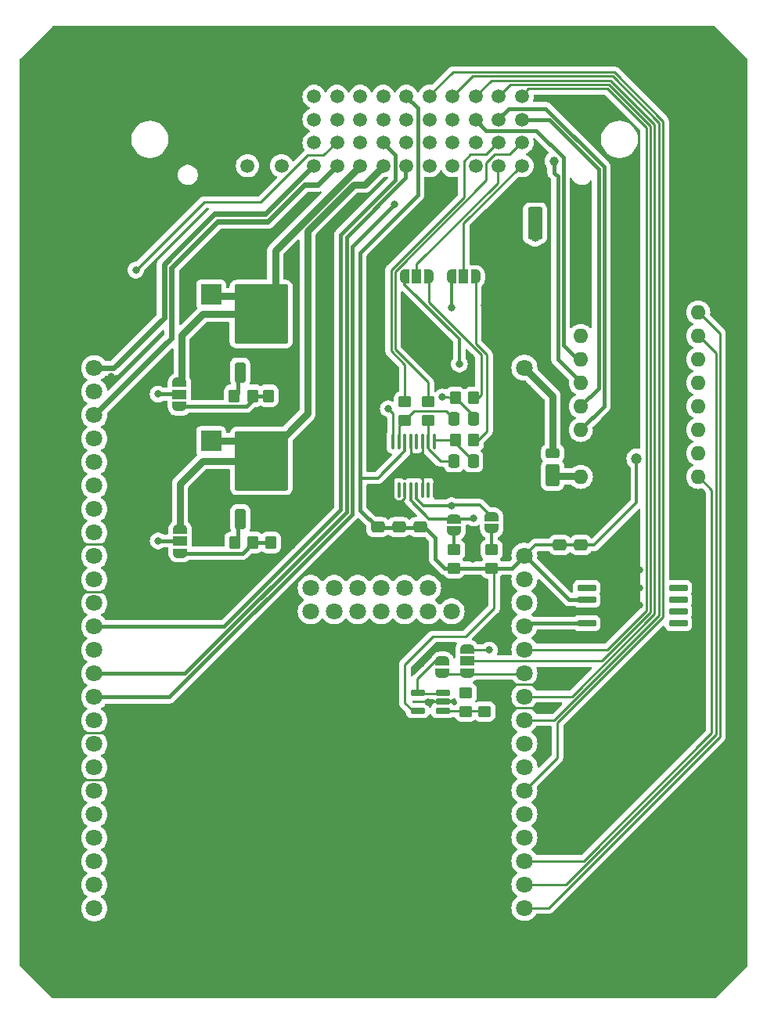
<source format=gbr>
%TF.GenerationSoftware,KiCad,Pcbnew,8.0.5*%
%TF.CreationDate,2024-11-15T11:55:52+01:00*%
%TF.ProjectId,Core4GPZ_rev0-1,436f7265-3447-4505-9a5f-726576302d31,rev?*%
%TF.SameCoordinates,Original*%
%TF.FileFunction,Copper,L1,Top*%
%TF.FilePolarity,Positive*%
%FSLAX46Y46*%
G04 Gerber Fmt 4.6, Leading zero omitted, Abs format (unit mm)*
G04 Created by KiCad (PCBNEW 8.0.5) date 2024-11-15 11:55:52*
%MOMM*%
%LPD*%
G01*
G04 APERTURE LIST*
G04 Aperture macros list*
%AMRoundRect*
0 Rectangle with rounded corners*
0 $1 Rounding radius*
0 $2 $3 $4 $5 $6 $7 $8 $9 X,Y pos of 4 corners*
0 Add a 4 corners polygon primitive as box body*
4,1,4,$2,$3,$4,$5,$6,$7,$8,$9,$2,$3,0*
0 Add four circle primitives for the rounded corners*
1,1,$1+$1,$2,$3*
1,1,$1+$1,$4,$5*
1,1,$1+$1,$6,$7*
1,1,$1+$1,$8,$9*
0 Add four rect primitives between the rounded corners*
20,1,$1+$1,$2,$3,$4,$5,0*
20,1,$1+$1,$4,$5,$6,$7,0*
20,1,$1+$1,$6,$7,$8,$9,0*
20,1,$1+$1,$8,$9,$2,$3,0*%
%AMFreePoly0*
4,1,19,0.550000,-0.750000,0.000000,-0.750000,0.000000,-0.744911,-0.071157,-0.744911,-0.207708,-0.704816,-0.327430,-0.627875,-0.420627,-0.520320,-0.479746,-0.390866,-0.500000,-0.250000,-0.500000,0.250000,-0.479746,0.390866,-0.420627,0.520320,-0.327430,0.627875,-0.207708,0.704816,-0.071157,0.744911,0.000000,0.744911,0.000000,0.750000,0.550000,0.750000,0.550000,-0.750000,0.550000,-0.750000,
$1*%
%AMFreePoly1*
4,1,19,0.000000,0.744911,0.071157,0.744911,0.207708,0.704816,0.327430,0.627875,0.420627,0.520320,0.479746,0.390866,0.500000,0.250000,0.500000,-0.250000,0.479746,-0.390866,0.420627,-0.520320,0.327430,-0.627875,0.207708,-0.704816,0.071157,-0.744911,0.000000,-0.744911,0.000000,-0.750000,-0.550000,-0.750000,-0.550000,0.750000,0.000000,0.750000,0.000000,0.744911,0.000000,0.744911,
$1*%
%AMFreePoly2*
4,1,19,0.500000,-0.750000,0.000000,-0.750000,0.000000,-0.744911,-0.071157,-0.744911,-0.207708,-0.704816,-0.327430,-0.627875,-0.420627,-0.520320,-0.479746,-0.390866,-0.500000,-0.250000,-0.500000,0.250000,-0.479746,0.390866,-0.420627,0.520320,-0.327430,0.627875,-0.207708,0.704816,-0.071157,0.744911,0.000000,0.744911,0.000000,0.750000,0.500000,0.750000,0.500000,-0.750000,0.500000,-0.750000,
$1*%
%AMFreePoly3*
4,1,19,0.000000,0.744911,0.071157,0.744911,0.207708,0.704816,0.327430,0.627875,0.420627,0.520320,0.479746,0.390866,0.500000,0.250000,0.500000,-0.250000,0.479746,-0.390866,0.420627,-0.520320,0.327430,-0.627875,0.207708,-0.704816,0.071157,-0.744911,0.000000,-0.744911,0.000000,-0.750000,-0.500000,-0.750000,-0.500000,0.750000,0.000000,0.750000,0.000000,0.744911,0.000000,0.744911,
$1*%
G04 Aperture macros list end*
%TA.AperFunction,SMDPad,CuDef*%
%ADD10RoundRect,0.250000X0.350000X0.450000X-0.350000X0.450000X-0.350000X-0.450000X0.350000X-0.450000X0*%
%TD*%
%TA.AperFunction,SMDPad,CuDef*%
%ADD11RoundRect,0.250000X-0.450000X0.350000X-0.450000X-0.350000X0.450000X-0.350000X0.450000X0.350000X0*%
%TD*%
%TA.AperFunction,SMDPad,CuDef*%
%ADD12RoundRect,0.250000X-0.350000X-0.450000X0.350000X-0.450000X0.350000X0.450000X-0.350000X0.450000X0*%
%TD*%
%TA.AperFunction,SMDPad,CuDef*%
%ADD13RoundRect,0.250000X-0.475000X0.337500X-0.475000X-0.337500X0.475000X-0.337500X0.475000X0.337500X0*%
%TD*%
%TA.AperFunction,SMDPad,CuDef*%
%ADD14RoundRect,0.250000X-0.337500X-0.475000X0.337500X-0.475000X0.337500X0.475000X-0.337500X0.475000X0*%
%TD*%
%TA.AperFunction,SMDPad,CuDef*%
%ADD15RoundRect,0.250000X0.337500X0.475000X-0.337500X0.475000X-0.337500X-0.475000X0.337500X-0.475000X0*%
%TD*%
%TA.AperFunction,ComponentPad*%
%ADD16R,2.200000X2.200000*%
%TD*%
%TA.AperFunction,ComponentPad*%
%ADD17O,2.200000X2.200000*%
%TD*%
%TA.AperFunction,ComponentPad*%
%ADD18C,1.500000*%
%TD*%
%TA.AperFunction,SMDPad,CuDef*%
%ADD19RoundRect,0.250000X-0.500000X0.950000X-0.500000X-0.950000X0.500000X-0.950000X0.500000X0.950000X0*%
%TD*%
%TA.AperFunction,SMDPad,CuDef*%
%ADD20RoundRect,0.250000X-0.500000X0.275000X-0.500000X-0.275000X0.500000X-0.275000X0.500000X0.275000X0*%
%TD*%
%TA.AperFunction,SMDPad,CuDef*%
%ADD21FreePoly0,270.000000*%
%TD*%
%TA.AperFunction,SMDPad,CuDef*%
%ADD22R,1.500000X1.000000*%
%TD*%
%TA.AperFunction,SMDPad,CuDef*%
%ADD23FreePoly1,270.000000*%
%TD*%
%TA.AperFunction,SMDPad,CuDef*%
%ADD24RoundRect,0.250000X-0.550000X1.500000X-0.550000X-1.500000X0.550000X-1.500000X0.550000X1.500000X0*%
%TD*%
%TA.AperFunction,SMDPad,CuDef*%
%ADD25RoundRect,0.250000X0.475000X-0.337500X0.475000X0.337500X-0.475000X0.337500X-0.475000X-0.337500X0*%
%TD*%
%TA.AperFunction,SMDPad,CuDef*%
%ADD26FreePoly2,270.000000*%
%TD*%
%TA.AperFunction,SMDPad,CuDef*%
%ADD27FreePoly3,270.000000*%
%TD*%
%TA.AperFunction,SMDPad,CuDef*%
%ADD28RoundRect,0.250000X0.350000X-0.850000X0.350000X0.850000X-0.350000X0.850000X-0.350000X-0.850000X0*%
%TD*%
%TA.AperFunction,SMDPad,CuDef*%
%ADD29RoundRect,0.250000X1.125000X-1.275000X1.125000X1.275000X-1.125000X1.275000X-1.125000X-1.275000X0*%
%TD*%
%TA.AperFunction,SMDPad,CuDef*%
%ADD30RoundRect,0.249997X2.650003X-2.950003X2.650003X2.950003X-2.650003X2.950003X-2.650003X-2.950003X0*%
%TD*%
%TA.AperFunction,SMDPad,CuDef*%
%ADD31FreePoly2,90.000000*%
%TD*%
%TA.AperFunction,SMDPad,CuDef*%
%ADD32FreePoly3,90.000000*%
%TD*%
%TA.AperFunction,ComponentPad*%
%ADD33C,5.600000*%
%TD*%
%TA.AperFunction,ComponentPad*%
%ADD34C,5.500000*%
%TD*%
%TA.AperFunction,ComponentPad*%
%ADD35C,1.800000*%
%TD*%
%TA.AperFunction,SMDPad,CuDef*%
%ADD36FreePoly0,0.000000*%
%TD*%
%TA.AperFunction,SMDPad,CuDef*%
%ADD37R,1.000000X1.500000*%
%TD*%
%TA.AperFunction,SMDPad,CuDef*%
%ADD38FreePoly1,0.000000*%
%TD*%
%TA.AperFunction,SMDPad,CuDef*%
%ADD39FreePoly0,90.000000*%
%TD*%
%TA.AperFunction,SMDPad,CuDef*%
%ADD40FreePoly1,90.000000*%
%TD*%
%TA.AperFunction,SMDPad,CuDef*%
%ADD41RoundRect,0.162500X0.617500X0.162500X-0.617500X0.162500X-0.617500X-0.162500X0.617500X-0.162500X0*%
%TD*%
%TA.AperFunction,SMDPad,CuDef*%
%ADD42RoundRect,0.250000X0.450000X-0.350000X0.450000X0.350000X-0.450000X0.350000X-0.450000X-0.350000X0*%
%TD*%
%TA.AperFunction,SMDPad,CuDef*%
%ADD43RoundRect,0.187500X-0.812500X-0.187500X0.812500X-0.187500X0.812500X0.187500X-0.812500X0.187500X0*%
%TD*%
%TA.AperFunction,ComponentPad*%
%ADD44R,1.600000X1.600000*%
%TD*%
%TA.AperFunction,ComponentPad*%
%ADD45O,1.600000X1.600000*%
%TD*%
%TA.AperFunction,SMDPad,CuDef*%
%ADD46RoundRect,0.100000X0.100000X-0.712500X0.100000X0.712500X-0.100000X0.712500X-0.100000X-0.712500X0*%
%TD*%
%TA.AperFunction,ViaPad*%
%ADD47C,0.800000*%
%TD*%
%TA.AperFunction,ViaPad*%
%ADD48C,1.000000*%
%TD*%
%TA.AperFunction,ViaPad*%
%ADD49C,1.200000*%
%TD*%
%TA.AperFunction,Conductor*%
%ADD50C,0.250000*%
%TD*%
%TA.AperFunction,Conductor*%
%ADD51C,0.400000*%
%TD*%
%TA.AperFunction,Conductor*%
%ADD52C,0.750000*%
%TD*%
%TA.AperFunction,Conductor*%
%ADD53C,0.300000*%
%TD*%
%TA.AperFunction,Conductor*%
%ADD54C,0.500000*%
%TD*%
%TA.AperFunction,Conductor*%
%ADD55C,0.600000*%
%TD*%
G04 APERTURE END LIST*
D10*
%TO.P,R10,1*%
%TO.N,Net-(JP4-B)*%
X126595250Y-83511000D03*
%TO.P,R10,2*%
%TO.N,Net-(IC1-IN2+)*%
X124595250Y-83511000D03*
%TD*%
D11*
%TO.P,R9,1*%
%TO.N,CAM_SNSR_VR-*%
X121671000Y-79407000D03*
%TO.P,R9,2*%
%TO.N,Net-(IC1-IN2-)*%
X121671000Y-81407000D03*
%TD*%
D10*
%TO.P,R7,1*%
%TO.N,Net-(JP3-B)*%
X126595250Y-78939000D03*
%TO.P,R7,2*%
%TO.N,Net-(IC1-IN1+)*%
X124595250Y-78939000D03*
%TD*%
D12*
%TO.P,R6,1*%
%TO.N,Net-(Q2-G)*%
X100708500Y-94609000D03*
%TO.P,R6,2*%
%TO.N,Net-(JP2-B)*%
X102708500Y-94609000D03*
%TD*%
D10*
%TO.P,R5,1*%
%TO.N,GND*%
X106653000Y-94615000D03*
%TO.P,R5,2*%
%TO.N,Net-(JP2-B)*%
X104653000Y-94615000D03*
%TD*%
D12*
%TO.P,R4,1*%
%TO.N,Net-(Q1-G)*%
X100676000Y-78734000D03*
%TO.P,R4,2*%
%TO.N,Net-(JP1-B)*%
X102676000Y-78734000D03*
%TD*%
D10*
%TO.P,R3,1*%
%TO.N,GND*%
X106406000Y-78734000D03*
%TO.P,R3,2*%
%TO.N,Net-(JP1-B)*%
X104406000Y-78734000D03*
%TD*%
D13*
%TO.P,C9,1*%
%TO.N,SNSR_+5V*%
X116210000Y-92942500D03*
%TO.P,C9,2*%
%TO.N,GND*%
X116210000Y-95017500D03*
%TD*%
%TO.P,C8,1*%
%TO.N,SNSR_+5V*%
X118496000Y-92942500D03*
%TO.P,C8,2*%
%TO.N,GND*%
X118496000Y-95017500D03*
%TD*%
D14*
%TO.P,C7,1*%
%TO.N,Net-(IC1-IN2-)*%
X124465000Y-85797000D03*
%TO.P,C7,2*%
%TO.N,Net-(IC1-IN2+)*%
X126540000Y-85797000D03*
%TD*%
D13*
%TO.P,C6,1*%
%TO.N,SNSR_+5V*%
X120782000Y-92942500D03*
%TO.P,C6,2*%
%TO.N,GND*%
X120782000Y-95017500D03*
%TD*%
D15*
%TO.P,C5,1*%
%TO.N,Net-(IC1-IN1+)*%
X126540000Y-81225000D03*
%TO.P,C5,2*%
%TO.N,Net-(IC1-IN1-)*%
X124465000Y-81225000D03*
%TD*%
D16*
%TO.P,D5,1,K*%
%TO.N,IGN_COIL1_DRIVE*%
X98176000Y-67759000D03*
D17*
%TO.P,D5,2,A*%
%TO.N,GND*%
X98176000Y-77919000D03*
%TD*%
D18*
%TO.P,U1,1,1A*%
%TO.N,CAM_SNSR*%
X131813000Y-53855000D03*
%TO.P,U1,2,1B*%
%TO.N,CRANK_SNSR*%
X129313000Y-53855000D03*
%TO.P,U1,3,1C*%
%TO.N,unconnected-(U1A-1C-Pad3)*%
X126813000Y-53855000D03*
%TO.P,U1,4,1D*%
%TO.N,unconnected-(U1A-1D-Pad4)*%
X124313000Y-53855000D03*
%TO.P,U1,5,1E*%
%TO.N,unconnected-(U1A-1E-Pad5)*%
X121813000Y-53855000D03*
%TO.P,U1,6,1F*%
%TO.N,/FUEL_PUMP*%
X119313000Y-53855000D03*
%TO.P,U1,7,1G*%
%TO.N,IGN_COIL2_DRIVE*%
X116813000Y-53855000D03*
%TO.P,U1,8,1H*%
%TO.N,IGN_COIL1_DRIVE*%
X114313000Y-53855000D03*
%TO.P,U1,9,1J*%
%TO.N,/INJ2_TRIG*%
X111813000Y-53855000D03*
%TO.P,U1,10,1K*%
%TO.N,/INJ1_TRIG*%
X109313000Y-53855000D03*
%TO.P,U1,11,2A*%
%TO.N,CAM_SNSR_VR-*%
X131813000Y-51355000D03*
%TO.P,U1,12,2B*%
%TO.N,CRANK_SNSR_VR-*%
X129313000Y-51355000D03*
%TO.P,U1,13,2C*%
%TO.N,unconnected-(U1A-2C-Pad13)*%
X126813000Y-51355000D03*
%TO.P,U1,14,2D*%
%TO.N,unconnected-(U1A-2D-Pad14)*%
X124313000Y-51355000D03*
%TO.P,U1,15,2E*%
%TO.N,unconnected-(U1A-2E-Pad15)*%
X121813000Y-51355000D03*
%TO.P,U1,16,2F*%
%TO.N,/FAN_CTL*%
X119313000Y-51355000D03*
%TO.P,U1,17,2G*%
%TO.N,/IDLE_1*%
X116813000Y-51355000D03*
%TO.P,U1,18,2H*%
%TO.N,unconnected-(U1A-2H-Pad18)*%
X114313000Y-51355000D03*
%TO.P,U1,19,2J*%
%TO.N,/TACHO_OUT*%
X111813000Y-51355000D03*
%TO.P,U1,20,2K*%
%TO.N,BIKE_+12V_SWITCHED_IN*%
X109313000Y-51355000D03*
%TO.P,U1,21,3A*%
%TO.N,Stepper_B1*%
X131813000Y-48855000D03*
%TO.P,U1,22,3B*%
%TO.N,Stepper_B2*%
X129313000Y-48855000D03*
%TO.P,U1,23,3C*%
%TO.N,Stepper_A2*%
X126813000Y-48855000D03*
%TO.P,U1,24,3D*%
%TO.N,Stepper_A1*%
X124313000Y-48855000D03*
%TO.P,U1,25,3E*%
%TO.N,unconnected-(U1B-3E-Pad25)*%
X121813000Y-48855000D03*
%TO.P,U1,26,3F*%
%TO.N,unconnected-(U1B-3F-Pad26)*%
X119313000Y-48855000D03*
%TO.P,U1,27,3G*%
%TO.N,unconnected-(U1B-3G-Pad27)*%
X116813000Y-48855000D03*
%TO.P,U1,28,3H*%
%TO.N,unconnected-(U1B-3H-Pad28)*%
X114313000Y-48855000D03*
%TO.P,U1,29,3J*%
%TO.N,unconnected-(U1B-3J-Pad29)*%
X111813000Y-48855000D03*
%TO.P,U1,30,3K*%
%TO.N,unconnected-(U1B-3K-Pad30)*%
X109313000Y-48855000D03*
%TO.P,U1,31,4A*%
%TO.N,/TPS_SNSR*%
X131813000Y-46355000D03*
%TO.P,U1,32,4B*%
%TO.N,CLT_SNSR*%
X129313000Y-46355000D03*
%TO.P,U1,33,4C*%
%TO.N,/IAT_SNSR*%
X126813000Y-46355000D03*
%TO.P,U1,34,4D*%
%TO.N,/02_SNSR*%
X124313000Y-46355000D03*
%TO.P,U1,35,4E*%
%TO.N,/FLEX_SNSR*%
X121813000Y-46355000D03*
%TO.P,U1,36,4F*%
%TO.N,SNSR_+5V*%
X119313000Y-46355000D03*
%TO.P,U1,37,4G*%
%TO.N,SHIFT+*%
X116813000Y-46355000D03*
%TO.P,U1,38,4H*%
%TO.N,NEUTRAL_SW*%
X114313000Y-46355000D03*
%TO.P,U1,39,4J*%
%TO.N,Clutch_SW*%
X111813000Y-46355000D03*
%TO.P,U1,40,4K*%
%TO.N,SideStand_SW*%
X109313000Y-46355000D03*
%TO.P,U1,41,1L*%
%TO.N,BIKE_+12V_SWITCHED_IN*%
X105813000Y-53855000D03*
%TO.P,U1,42,1M*%
X102113000Y-53855000D03*
%TO.P,U1,43,2L*%
%TO.N,GND*%
X105813000Y-51355000D03*
%TO.P,U1,44,2M*%
X102113000Y-51355000D03*
%TO.P,U1,45,3L*%
X105813000Y-48855000D03*
%TO.P,U1,46,3M*%
X102113000Y-48855000D03*
%TO.P,U1,47,4L*%
X105813000Y-46355000D03*
%TO.P,U1,48,4M*%
X102113000Y-46355000D03*
%TD*%
D19*
%TO.P,D4,1,K*%
%TO.N,Net-(A1-VMOT)*%
X135133000Y-87338000D03*
D20*
%TO.P,D4,2,A*%
%TO.N,BIKE_+12V_SWITCHED_IN*%
X135133000Y-84963000D03*
%TD*%
D11*
%TO.P,R14,1*%
%TO.N,Net-(JP8-B)*%
X128529000Y-95377000D03*
%TO.P,R14,2*%
%TO.N,SNSR_+5V*%
X128529000Y-97377000D03*
%TD*%
D21*
%TO.P,JP1,1,A*%
%TO.N,IGN_COIL1_DRIVE*%
X94747000Y-77284000D03*
D22*
%TO.P,JP1,2,C*%
%TO.N,IGN_TRIG_1*%
X94747000Y-78584000D03*
D23*
%TO.P,JP1,3,B*%
%TO.N,Net-(JP1-B)*%
X94747000Y-79884000D03*
%TD*%
D24*
%TO.P,C1,1*%
%TO.N,BIKE_+12V_SWITCHED_IN*%
X133228000Y-60071000D03*
%TO.P,C1,2*%
%TO.N,GND*%
X133228000Y-65471000D03*
%TD*%
D25*
%TO.P,C3,1*%
%TO.N,SNSR_+5V*%
X135895000Y-94869000D03*
%TO.P,C3,2*%
%TO.N,GND*%
X135895000Y-92794000D03*
%TD*%
D26*
%TO.P,JP7,1,A*%
%TO.N,CRANK_SIGNAL*%
X124465000Y-92045000D03*
D27*
%TO.P,JP7,2,B*%
%TO.N,Net-(JP7-B)*%
X124465000Y-93345000D03*
%TD*%
D26*
%TO.P,JP8,1,A*%
%TO.N,CAM_SIGNAL*%
X128529000Y-91821000D03*
D27*
%TO.P,JP8,2,B*%
%TO.N,Net-(JP8-B)*%
X128529000Y-93121000D03*
%TD*%
D28*
%TO.P,Q2,1,G*%
%TO.N,Net-(Q2-G)*%
X101351000Y-92075000D03*
D29*
%TO.P,Q2,2,C*%
%TO.N,IGN_COIL2_DRIVE*%
X102106000Y-87450000D03*
X105156000Y-87450000D03*
D30*
X103631000Y-85775000D03*
D29*
X102106000Y-84100000D03*
X105156000Y-84100000D03*
D28*
%TO.P,Q2,3,E*%
%TO.N,GND*%
X105911000Y-92075000D03*
%TD*%
D31*
%TO.P,JP6,1,A*%
%TO.N,CLT_5V*%
X123195000Y-108712000D03*
D32*
%TO.P,JP6,2,B*%
%TO.N,Net-(JP6-B)*%
X123195000Y-107412000D03*
%TD*%
D33*
%TO.P,M3,1*%
%TO.N,GND*%
X82047000Y-62611000D03*
%TD*%
D34*
%TO.P,U2,103*%
%TO.N,GND*%
X86546000Y-139159000D03*
%TO.P,U2,102*%
X131196000Y-139149000D03*
%TO.P,U2,101*%
X131196000Y-70739000D03*
%TO.P,U2,100*%
X86546000Y-70759000D03*
D35*
%TO.P,U2,62,+5V*%
%TO.N,unconnected-(U2C-+5V-Pad62)*%
X124206000Y-102049000D03*
%TO.P,U2,61,EARTH*%
%TO.N,GND*%
X124206000Y-99509000D03*
%TO.P,U2,60,RX3*%
%TO.N,unconnected-(U2C-RX3-Pad60)*%
X121666000Y-102049000D03*
%TO.P,U2,59,TX3*%
%TO.N,unconnected-(U2C-TX3-Pad59)*%
X121666000Y-99509000D03*
%TO.P,U2,58,TX0*%
%TO.N,unconnected-(U2C-TX0-Pad58)*%
X119126000Y-102049000D03*
%TO.P,U2,57,RX0*%
%TO.N,unconnected-(U2C-RX0-Pad57)*%
X119126000Y-99509000D03*
%TO.P,U2,56,RX2*%
%TO.N,unconnected-(U2C-RX2-Pad56)*%
X116586000Y-102049000D03*
%TO.P,U2,55,TX2*%
%TO.N,unconnected-(U2C-TX2-Pad55)*%
X116586000Y-99509000D03*
%TO.P,U2,54,SS0*%
%TO.N,unconnected-(U2C-SS0-Pad54)*%
X114046000Y-102049000D03*
%TO.P,U2,53,SCK*%
%TO.N,unconnected-(U2C-SCK-Pad53)*%
X114046000Y-99509000D03*
%TO.P,U2,52,MOSI*%
%TO.N,unconnected-(U2C-MOSI-Pad52)*%
X111506000Y-102049000D03*
%TO.P,U2,51,MISO*%
%TO.N,unconnected-(U2C-MISO-Pad51)*%
X111506000Y-99509000D03*
%TO.P,U2,50,SS1*%
%TO.N,unconnected-(U2C-SS1-Pad50)*%
X108966000Y-102049000D03*
%TO.P,U2,49,RST*%
%TO.N,unconnected-(U2C-RST-Pad49)*%
X108966000Y-99509000D03*
%TO.P,U2,48,DIR*%
%TO.N,DIR*%
X132076000Y-134119000D03*
%TO.P,U2,47,STEP*%
%TO.N,STEP*%
X132076000Y-131579000D03*
%TO.P,U2,46,ENBL*%
%TO.N,EN*%
X132076000Y-129039000D03*
%TO.P,U2,45,SPR_IN2*%
%TO.N,SAFE_SIGNAL*%
X132076000Y-126499000D03*
%TO.P,U2,44,SPR_IN1*%
%TO.N,SHIFT+*%
X132076000Y-123959000D03*
%TO.P,U2,43,FLEX*%
%TO.N,/FLEX_SNSR*%
X132076000Y-121419000D03*
%TO.P,U2,42,KNOCK*%
%TO.N,unconnected-(U2B-KNOCK-Pad42)*%
X132076000Y-118879000D03*
%TO.P,U2,41,LAUNCH*%
%TO.N,unconnected-(U2B-LAUNCH-Pad41)*%
X132076000Y-116339000D03*
%TO.P,U2,40,02*%
%TO.N,/02_SNSR*%
X132076000Y-113799000D03*
%TO.P,U2,39,IAT*%
%TO.N,/IAT_SNSR*%
X132076000Y-111259000D03*
%TO.P,U2,38,CLT*%
%TO.N,CLT_5V*%
X132076000Y-108719000D03*
%TO.P,U2,37,TPS*%
%TO.N,/TPS_SNSR*%
X132076000Y-106179000D03*
%TO.P,U2,36,MAP_IN*%
%TO.N,Net-(U2B-MAP_IN)*%
X132076000Y-103639000D03*
%TO.P,U2,35,RPM2*%
%TO.N,CAM_SIGNAL*%
X132076000Y-101099000D03*
%TO.P,U2,34,RPM1*%
%TO.N,CRANK_SIGNAL*%
X132076000Y-98559000D03*
%TO.P,U2,33,+5V*%
%TO.N,SNSR_+5V*%
X132076000Y-96019000D03*
%TO.P,U2,32,EARTH*%
%TO.N,GND*%
X132076000Y-93479000D03*
%TO.P,U2,31,EARTH*%
X132076000Y-90939000D03*
%TO.P,U2,30,EARTH*%
X132076000Y-88399000D03*
%TO.P,U2,29,EARTH*%
X132076000Y-85859000D03*
%TO.P,U2,28,EARTH*%
X132076000Y-83319000D03*
%TO.P,U2,27,EARTH*%
X132076000Y-80779000D03*
%TO.P,U2,26,EARTH*%
X132076000Y-78239000D03*
%TO.P,U2,25,+12V*%
%TO.N,BIKE_+12V_SWITCHED_IN*%
X132076000Y-75699000D03*
%TO.P,U2,24,IGN4*%
%TO.N,unconnected-(U2A-IGN4-Pad24)*%
X85546000Y-134179000D03*
%TO.P,U2,23,IGN3*%
%TO.N,unconnected-(U2A-IGN3-Pad23)*%
X85546000Y-131639000D03*
%TO.P,U2,22,IGN2*%
%TO.N,IGN_TRIG_2*%
X85546000Y-129099000D03*
%TO.P,U2,21,IGN1*%
%TO.N,IGN_TRIG_1*%
X85546000Y-126559000D03*
%TO.P,U2,20,D33*%
%TO.N,unconnected-(U2A-D33-Pad20)*%
X85546000Y-124019000D03*
%TO.P,U2,19,D34*%
%TO.N,unconnected-(U2A-D34-Pad19)*%
X85546000Y-121479000D03*
%TO.P,U2,18,D35*%
%TO.N,unconnected-(U2A-D35-Pad18)*%
X85546000Y-118939000D03*
%TO.P,U2,17,D36*%
%TO.N,unconnected-(U2A-D36-Pad17)*%
X85546000Y-116399000D03*
%TO.P,U2,16,LC1*%
%TO.N,unconnected-(U2A-LC1-Pad16)*%
X85546000Y-113859000D03*
%TO.P,U2,15,FAN*%
%TO.N,/FAN_CTL*%
X85546000Y-111319000D03*
%TO.P,U2,14,FUELP*%
%TO.N,/FUEL_PUMP*%
X85546000Y-108779000D03*
%TO.P,U2,13,TACHO*%
%TO.N,/TACHO_OUT*%
X85546000Y-106239000D03*
%TO.P,U2,12,IDLED1*%
%TO.N,/IDLE_1*%
X85546000Y-103699000D03*
%TO.P,U2,11,IDLED2*%
%TO.N,unconnected-(U2A-IDLED2-Pad11)*%
X85546000Y-101159000D03*
%TO.P,U2,10,VVT*%
%TO.N,unconnected-(U2A-VVT-Pad10)*%
X85546000Y-98619000D03*
%TO.P,U2,9,BOOST*%
%TO.N,unconnected-(U2A-BOOST-Pad9)*%
X85546000Y-96079000D03*
%TO.P,U2,8,INJ4*%
%TO.N,unconnected-(U2A-INJ4-Pad8)*%
X85546000Y-93539000D03*
%TO.P,U2,7,INJ4*%
%TO.N,unconnected-(U2A-INJ4-Pad7)*%
X85546000Y-90999000D03*
%TO.P,U2,6,INJ3*%
%TO.N,unconnected-(U2A-INJ3-Pad6)*%
X85546000Y-88459000D03*
%TO.P,U2,5,INJ3*%
%TO.N,unconnected-(U2A-INJ3-Pad5)*%
X85546000Y-85919000D03*
%TO.P,U2,4,INJ2*%
%TO.N,unconnected-(U2A-INJ2-Pad4)*%
X85546000Y-83379000D03*
%TO.P,U2,3,INJ2*%
%TO.N,/INJ2_TRIG*%
X85546000Y-80839000D03*
%TO.P,U2,2,INJ1*%
%TO.N,unconnected-(U2A-INJ1-Pad2)*%
X85546000Y-78299000D03*
%TO.P,U2,1,INJ1*%
%TO.N,/INJ1_TRIG*%
X85546000Y-75759000D03*
%TD*%
D11*
%TO.P,R11,1*%
%TO.N,Net-(JP5-B)*%
X125735000Y-110871000D03*
%TO.P,R11,2*%
%TO.N,Net-(U4-+)*%
X125735000Y-112871000D03*
%TD*%
D28*
%TO.P,Q1,1,G*%
%TO.N,Net-(Q1-G)*%
X101318500Y-76194000D03*
D29*
%TO.P,Q1,2,C*%
%TO.N,IGN_COIL1_DRIVE*%
X102073500Y-71569000D03*
X105123500Y-71569000D03*
D30*
X103598500Y-69894000D03*
D29*
X102073500Y-68219000D03*
X105123500Y-68219000D03*
D28*
%TO.P,Q1,3,E*%
%TO.N,GND*%
X105878500Y-76194000D03*
%TD*%
D25*
%TO.P,C2,1*%
%TO.N,SNSR_+5V*%
X138181000Y-94869000D03*
%TO.P,C2,2*%
%TO.N,GND*%
X138181000Y-92794000D03*
%TD*%
D33*
%TO.P,M3,1*%
%TO.N,GND*%
X97287000Y-139319000D03*
%TD*%
D36*
%TO.P,JP3,1,A*%
%TO.N,CRANK_SIGNAL*%
X119131000Y-65854000D03*
D37*
%TO.P,JP3,2,C*%
%TO.N,CRANK_SNSR*%
X120431000Y-65854000D03*
D38*
%TO.P,JP3,3,B*%
%TO.N,Net-(JP3-B)*%
X121731000Y-65854000D03*
%TD*%
D39*
%TO.P,JP5,1,A*%
%TO.N,CLT_5V*%
X125862000Y-108712000D03*
D22*
%TO.P,JP5,2,C*%
%TO.N,CLT_SNSR*%
X125862000Y-107412000D03*
D40*
%TO.P,JP5,3,B*%
%TO.N,Net-(JP5-B)*%
X125862000Y-106112000D03*
%TD*%
D33*
%TO.P,M3,1*%
%TO.N,GND*%
X151643000Y-62611000D03*
%TD*%
D41*
%TO.P,U4,1,+*%
%TO.N,Net-(U4-+)*%
X123228000Y-112776000D03*
%TO.P,U4,2,V-*%
%TO.N,GND*%
X123228000Y-111826000D03*
%TO.P,U4,3,-*%
%TO.N,Net-(JP6-B)*%
X123228000Y-110876000D03*
%TO.P,U4,4*%
X120528000Y-110876000D03*
%TO.P,U4,5,V+*%
%TO.N,SNSR_+5V*%
X120528000Y-112776000D03*
%TD*%
D36*
%TO.P,JP4,1,A*%
%TO.N,CAM_SIGNAL*%
X124211000Y-65854000D03*
D37*
%TO.P,JP4,2,C*%
%TO.N,CAM_SNSR*%
X125511000Y-65854000D03*
D38*
%TO.P,JP4,3,B*%
%TO.N,Net-(JP4-B)*%
X126811000Y-65854000D03*
%TD*%
D21*
%TO.P,JP2,1,A*%
%TO.N,IGN_COIL2_DRIVE*%
X94826000Y-93159000D03*
D22*
%TO.P,JP2,2,C*%
%TO.N,IGN_TRIG_2*%
X94826000Y-94459000D03*
D23*
%TO.P,JP2,3,B*%
%TO.N,Net-(JP2-B)*%
X94826000Y-95759000D03*
%TD*%
D42*
%TO.P,R12,1*%
%TO.N,Net-(U4-+)*%
X127767000Y-112871000D03*
%TO.P,R12,2*%
%TO.N,GND*%
X127767000Y-110871000D03*
%TD*%
D43*
%TO.P,U3,8*%
%TO.N,N/C*%
X148722000Y-99509000D03*
%TO.P,U3,7*%
X148722000Y-100779000D03*
%TO.P,U3,6*%
X148722000Y-102049000D03*
%TO.P,U3,5*%
X148722000Y-103319000D03*
%TO.P,U3,4,Vout*%
%TO.N,Net-(U2B-MAP_IN)*%
X138816000Y-103319000D03*
%TO.P,U3,3,GND*%
%TO.N,GND*%
X138816000Y-102049000D03*
%TO.P,U3,2,Vs*%
%TO.N,SNSR_+5V*%
X138816000Y-100779000D03*
%TO.P,U3,1*%
%TO.N,N/C*%
X138816000Y-99509000D03*
%TD*%
D44*
%TO.P,A1,1,GND*%
%TO.N,GND*%
X138181000Y-69723000D03*
D45*
%TO.P,A1,2,~{FLT}*%
%TO.N,unconnected-(A1-~{FLT}-Pad2)*%
X138181000Y-72263000D03*
%TO.P,A1,3,A2*%
%TO.N,Stepper_A2*%
X138181000Y-74803000D03*
%TO.P,A1,4,A1*%
%TO.N,Stepper_A1*%
X138181000Y-77343000D03*
%TO.P,A1,5,B1*%
%TO.N,Stepper_B1*%
X138181000Y-79883000D03*
%TO.P,A1,6,B2*%
%TO.N,Stepper_B2*%
X138181000Y-82423000D03*
%TO.P,A1,7,GND*%
%TO.N,GND*%
X138181000Y-84963000D03*
%TO.P,A1,8,VMOT*%
%TO.N,Net-(A1-VMOT)*%
X138181000Y-87503000D03*
%TO.P,A1,9,~{EN}*%
%TO.N,EN*%
X150881000Y-87503000D03*
%TO.P,A1,10,M0*%
%TO.N,unconnected-(A1-M0-Pad10)*%
X150881000Y-84963000D03*
%TO.P,A1,11,M1*%
%TO.N,unconnected-(A1-M1-Pad11)*%
X150881000Y-82423000D03*
%TO.P,A1,12,M2*%
%TO.N,unconnected-(A1-M2-Pad12)*%
X150881000Y-79883000D03*
%TO.P,A1,13,~{RST}*%
%TO.N,SNSR_+5V*%
X150881000Y-77343000D03*
%TO.P,A1,14,~{SLP}*%
X150881000Y-74803000D03*
%TO.P,A1,15,STEP*%
%TO.N,STEP*%
X150881000Y-72263000D03*
%TO.P,A1,16,DIR*%
%TO.N,DIR*%
X150881000Y-69723000D03*
%TD*%
D16*
%TO.P,D6,1,K*%
%TO.N,IGN_COIL2_DRIVE*%
X98176000Y-83634000D03*
D17*
%TO.P,D6,2,A*%
%TO.N,GND*%
X98176000Y-93794000D03*
%TD*%
D11*
%TO.P,R13,1*%
%TO.N,Net-(JP7-B)*%
X124465000Y-95377000D03*
%TO.P,R13,2*%
%TO.N,SNSR_+5V*%
X124465000Y-97377000D03*
%TD*%
D46*
%TO.P,IC1,1,IN_THRS1*%
%TO.N,GND*%
X117861000Y-88942500D03*
%TO.P,IC1,2,EXT1*%
%TO.N,unconnected-(IC1-EXT1-Pad2)*%
X118496000Y-88942500D03*
%TO.P,IC1,3,BIAS1*%
%TO.N,GND*%
X119131000Y-88942500D03*
%TO.P,IC1,4,COUT1*%
%TO.N,CRANK_SIGNAL*%
X119766000Y-88942500D03*
%TO.P,IC1,5,COUT2*%
%TO.N,CAM_SIGNAL*%
X120401000Y-88942500D03*
%TO.P,IC1,6,BIAS2*%
%TO.N,GND*%
X121036000Y-88942500D03*
%TO.P,IC1,7,EXT2*%
%TO.N,unconnected-(IC1-EXT2-Pad7)*%
X121671000Y-88942500D03*
%TO.P,IC1,8,INT_THRS2*%
%TO.N,GND*%
X122306000Y-88942500D03*
%TO.P,IC1,9,IN2+*%
%TO.N,Net-(IC1-IN2+)*%
X122306000Y-83667500D03*
%TO.P,IC1,10,IN2-*%
%TO.N,Net-(IC1-IN2-)*%
X121671000Y-83667500D03*
%TO.P,IC1,11,GND*%
%TO.N,GND*%
X121036000Y-83667500D03*
%TO.P,IC1,12,DIRN*%
%TO.N,unconnected-(IC1-DIRN-Pad12)*%
X120401000Y-83667500D03*
%TO.P,IC1,13,ZERO_EN*%
%TO.N,GND*%
X119766000Y-83667500D03*
%TO.P,IC1,14,VCC*%
%TO.N,SNSR_+5V*%
X119131000Y-83667500D03*
%TO.P,IC1,15,IN1-*%
%TO.N,Net-(IC1-IN1-)*%
X118496000Y-83667500D03*
%TO.P,IC1,16,IN1+*%
%TO.N,Net-(IC1-IN1+)*%
X117861000Y-83667500D03*
%TD*%
D33*
%TO.P,M3,1*%
%TO.N,GND*%
X151643000Y-139319000D03*
%TD*%
D11*
%TO.P,R8,1*%
%TO.N,CRANK_SNSR_VR-*%
X119131000Y-79407000D03*
%TO.P,R8,2*%
%TO.N,Net-(IC1-IN1-)*%
X119131000Y-81407000D03*
%TD*%
D47*
%TO.N,GND*%
X116845000Y-75565000D03*
X116337000Y-72009000D03*
X116337000Y-68961000D03*
X117353000Y-61849000D03*
X123703000Y-57531000D03*
X120655000Y-60325000D03*
X122179000Y-58801000D03*
X122179000Y-55753000D03*
X138689000Y-105029000D03*
X134371000Y-99949000D03*
X134371000Y-101981000D03*
%TO.N,Net-(IC1-IN1+)*%
X123195000Y-78867000D03*
X117353000Y-80137000D03*
D48*
%TO.N,BIKE_+12V_SWITCHED_IN*%
X133228000Y-60325000D03*
X133228000Y-59055000D03*
X133228000Y-61595000D03*
D49*
%TO.N,SNSR_+5V*%
X144222925Y-85539000D03*
D47*
%TO.N,IGN_TRIG_1*%
X92461000Y-78554000D03*
%TO.N,IGN_TRIG_2*%
X92461000Y-94429000D03*
%TO.N,CRANK_SIGNAL*%
X125037000Y-75311000D03*
X126597331Y-91944669D03*
%TO.N,CAM_SIGNAL*%
X124211000Y-69215000D03*
X124211000Y-90619000D03*
%TO.N,/FAN_CTL*%
X117988000Y-58039000D03*
D48*
%TO.N,Stepper_A1*%
X135260000Y-53340000D03*
D47*
%TO.N,/TACHO_OUT*%
X90048000Y-65151000D03*
%TO.N,GND*%
X121734500Y-86732500D03*
X127767000Y-68961000D03*
X104406000Y-90170000D03*
X133355000Y-57023000D03*
X109479000Y-91567000D03*
X141991000Y-129354000D03*
X110495000Y-75819000D03*
X115575000Y-70485000D03*
X149103000Y-94615000D03*
X117607000Y-109855000D03*
X154691000Y-94615000D03*
X140086000Y-84904000D03*
X127259000Y-63119000D03*
X136403000Y-78359000D03*
X123195000Y-87503000D03*
X143896000Y-127449000D03*
X102621000Y-106494000D03*
X143261000Y-121734000D03*
X87381000Y-87444000D03*
X104488500Y-74329000D03*
X107701000Y-58420000D03*
X129799000Y-67183000D03*
X88016000Y-120464000D03*
X104488500Y-76869000D03*
X124465000Y-41275000D03*
X109479000Y-84963000D03*
X119131000Y-91254000D03*
X119385000Y-72517000D03*
X141356000Y-84904000D03*
X144150000Y-62679000D03*
X110876000Y-62103000D03*
X127259000Y-60579000D03*
X140721000Y-102049000D03*
X118369000Y-96393000D03*
X116845000Y-81280000D03*
X92715000Y-90551000D03*
X92715000Y-88011000D03*
X121163000Y-70739000D03*
X154691000Y-77343000D03*
X147071000Y-117924000D03*
X134371000Y-109944000D03*
X116845000Y-85090000D03*
X110495000Y-73279000D03*
X110876000Y-60579000D03*
X88016000Y-130624000D03*
X106050000Y-74329000D03*
X137800000Y-59563000D03*
X154691000Y-74803000D03*
X138816000Y-97604000D03*
X122941000Y-72517000D03*
X82936000Y-82364000D03*
X127005000Y-41275000D03*
X140086000Y-86174000D03*
X148341000Y-84904000D03*
X125735000Y-114935000D03*
X121290000Y-74549000D03*
X134371000Y-112484000D03*
X113035000Y-58547000D03*
X140975000Y-46990000D03*
X104406000Y-92710000D03*
X144209475Y-77284000D03*
X115575000Y-81280000D03*
X99446000Y-102049000D03*
X136911000Y-97604000D03*
X140975000Y-89984000D03*
X134371000Y-121539000D03*
X140086000Y-83634000D03*
X138181000Y-133164000D03*
X103510000Y-109855000D03*
X132085000Y-41275000D03*
X99319000Y-72263000D03*
X123703000Y-114935000D03*
X122941000Y-74549000D03*
X150881000Y-114114000D03*
X148341000Y-72204000D03*
X112400000Y-95250000D03*
X106050000Y-107315000D03*
X122941000Y-76581000D03*
X127513000Y-98933000D03*
X144531000Y-99509000D03*
X128021000Y-72771000D03*
X87381000Y-100144000D03*
X126243000Y-101981000D03*
X91572000Y-69723000D03*
X137800000Y-62611000D03*
X122179000Y-57531000D03*
X87381000Y-94429000D03*
X129545000Y-41275000D03*
X140340000Y-48260000D03*
X98811000Y-63119000D03*
X148976000Y-116019000D03*
X137800000Y-57785000D03*
X91572000Y-66675000D03*
X92715000Y-82677000D03*
X149103000Y-90619000D03*
X110495000Y-78867000D03*
X118877000Y-60325000D03*
X148341000Y-74744000D03*
X149611000Y-121734000D03*
X144209475Y-72204000D03*
X136403000Y-80899000D03*
X97223500Y-90551000D03*
X107320000Y-106045000D03*
X103383000Y-61595000D03*
X129799000Y-78359000D03*
X138943000Y-89984000D03*
X92715000Y-83947000D03*
X105161000Y-103954000D03*
X113670000Y-95250000D03*
X137927000Y-117983000D03*
X140848000Y-112209000D03*
X116210000Y-88900000D03*
X139705000Y-46990000D03*
X129799000Y-80899000D03*
X141610000Y-48260000D03*
X154691000Y-99695000D03*
X137800000Y-49530000D03*
X128783000Y-58547000D03*
X127767000Y-114935000D03*
X93731000Y-100144000D03*
X129799000Y-85979000D03*
X148341000Y-108399000D03*
X133228000Y-64643000D03*
X140086000Y-131259000D03*
X148341000Y-69664000D03*
X125989000Y-89281000D03*
X92715000Y-81407000D03*
X129799000Y-83439000D03*
X118606000Y-86732500D03*
X104488500Y-75599000D03*
X144150000Y-59631000D03*
X154691000Y-97155000D03*
X136911000Y-102049000D03*
X154691000Y-82423000D03*
X145801000Y-125544000D03*
X99319000Y-87904000D03*
X139578000Y-113479000D03*
X148341000Y-109669000D03*
X137038000Y-116019000D03*
X103891000Y-105224000D03*
X140721000Y-99509000D03*
X117607000Y-111887000D03*
X149611000Y-109669000D03*
X138308000Y-114749000D03*
X92715000Y-89281000D03*
X112400000Y-96520000D03*
X97287000Y-72263000D03*
X125989000Y-87757000D03*
X87381000Y-82364000D03*
X110495000Y-70739000D03*
X154691000Y-79883000D03*
X141356000Y-123639000D03*
X113670000Y-96520000D03*
X114305000Y-57277000D03*
X122941000Y-103505000D03*
X137800000Y-61087000D03*
X102240000Y-111125000D03*
X100843000Y-61595000D03*
X91572000Y-68199000D03*
X99446000Y-100144000D03*
X141356000Y-83634000D03*
X145801000Y-109669000D03*
X121671000Y-111887000D03*
X139705000Y-41275000D03*
X120147000Y-86741000D03*
X115575000Y-77470000D03*
X153421000Y-117924000D03*
X131323000Y-65659000D03*
X126497000Y-94869000D03*
X144209475Y-69664000D03*
X120655000Y-58801000D03*
X133355000Y-52959000D03*
X144531000Y-97604000D03*
X154691000Y-102235000D03*
X97287000Y-75311000D03*
X135260000Y-46990000D03*
X136530000Y-48260000D03*
X129799000Y-112484000D03*
X130307000Y-57023000D03*
X123703000Y-55753000D03*
X120147000Y-105029000D03*
X140721000Y-97604000D03*
X110495000Y-65659000D03*
X112019000Y-59563000D03*
X147706000Y-123639000D03*
X100081000Y-109034000D03*
X106050000Y-90170000D03*
X96779000Y-64643000D03*
X129799000Y-90297000D03*
X116210000Y-96334000D03*
X144150000Y-61155000D03*
X136911000Y-90043000D03*
X137165000Y-41275000D03*
X149103000Y-92583000D03*
X151516000Y-119829000D03*
X145801000Y-108399000D03*
X126497000Y-96393000D03*
X108971000Y-57277000D03*
X109479000Y-82931000D03*
X133228000Y-66675000D03*
X149611000Y-108399000D03*
X99319000Y-75311000D03*
X97541000Y-100144000D03*
X95636000Y-102049000D03*
X115575000Y-85090000D03*
X120909000Y-107696000D03*
X135895000Y-120015000D03*
X144531000Y-101414000D03*
X128275000Y-89281000D03*
X87635000Y-115174000D03*
X145166000Y-119829000D03*
X144209475Y-74744000D03*
X144150000Y-57785000D03*
X149103000Y-96647000D03*
X120655000Y-96334000D03*
X129799000Y-102743000D03*
X109479000Y-89027000D03*
X106685000Y-64770000D03*
X99319000Y-90551000D03*
X109479000Y-86995000D03*
X117480000Y-91254000D03*
X127513000Y-100711000D03*
X125989000Y-76835000D03*
X104406000Y-91440000D03*
X95636000Y-100144000D03*
X134625000Y-41275000D03*
X147071000Y-109669000D03*
X116210000Y-90170000D03*
X129799000Y-88519000D03*
X101351000Y-107764000D03*
X123195000Y-89281000D03*
X133355000Y-54991000D03*
X103383000Y-64643000D03*
X123703000Y-105791000D03*
X140467000Y-115443000D03*
X134371000Y-117564000D03*
X134371000Y-104864000D03*
X133228000Y-65659000D03*
X127767000Y-104267000D03*
X134879000Y-90043000D03*
X97541000Y-102049000D03*
X104780000Y-108585000D03*
X148341000Y-77284000D03*
X121671000Y-114935000D03*
X93731000Y-102049000D03*
X106685000Y-63500000D03*
X126243000Y-74549000D03*
X116337000Y-65405000D03*
X87381000Y-76649000D03*
X115575000Y-67310000D03*
X117607000Y-107823000D03*
X119385000Y-70739000D03*
X97223500Y-87904000D03*
X121163000Y-72517000D03*
X148341000Y-82364000D03*
X141356000Y-86174000D03*
X118877000Y-61849000D03*
X116845000Y-77470000D03*
X129799000Y-109944000D03*
X110495000Y-68199000D03*
X115575000Y-73660000D03*
X147071000Y-108399000D03*
X125989000Y-98933000D03*
X129799000Y-114935000D03*
%TO.N,Net-(JP5-B)*%
X128275000Y-106239000D03*
X125735000Y-110903000D03*
%TD*%
D50*
%TO.N,CAM_SNSR_VR-*%
X128862477Y-52636085D02*
X130427255Y-52636085D01*
X127965383Y-53533179D02*
X128862477Y-52636085D01*
X130427255Y-52636085D02*
X131721753Y-51341587D01*
X118098859Y-65295537D02*
X127965383Y-55429013D01*
X118098859Y-73711859D02*
X118098859Y-65295537D01*
X127965383Y-55429013D02*
X127965383Y-53533179D01*
X121671000Y-77284000D02*
X118098859Y-73711859D01*
X121671000Y-79407000D02*
X121671000Y-77284000D01*
%TO.N,CRANK_SNSR_VR-*%
X125522859Y-57235141D02*
X125522859Y-53349497D01*
X117648859Y-65109141D02*
X125522859Y-57235141D01*
X125522859Y-53349497D02*
X126269114Y-52603242D01*
X117648859Y-73898255D02*
X117648859Y-65109141D01*
X127960098Y-52603242D02*
X129221753Y-51341587D01*
X119131000Y-75380396D02*
X117648859Y-73898255D01*
X126269114Y-52603242D02*
X127960098Y-52603242D01*
X119131000Y-79407000D02*
X119131000Y-75380396D01*
%TO.N,CRANK_SNSR*%
X120431000Y-64495944D02*
X129221753Y-55705191D01*
X120431000Y-65854000D02*
X120431000Y-64495944D01*
X129221753Y-55705191D02*
X129221753Y-53841587D01*
%TO.N,CAM_SNSR*%
X125511000Y-65854000D02*
X125511000Y-60052340D01*
X125511000Y-60052340D02*
X131721753Y-53841587D01*
%TO.N,GND*%
X87171000Y-120254000D02*
X83781000Y-120254000D01*
X83781000Y-120254000D02*
X83571000Y-120464000D01*
X87381000Y-120464000D02*
X87171000Y-120254000D01*
X88016000Y-120464000D02*
X87381000Y-120464000D01*
X83996000Y-115174000D02*
X83571000Y-114749000D01*
X87635000Y-115174000D02*
X83996000Y-115174000D01*
%TO.N,SNSR_+5V*%
X128783000Y-101727000D02*
X128783000Y-97631000D01*
X128783000Y-97631000D02*
X128529000Y-97377000D01*
X122179000Y-104775000D02*
X125735000Y-104775000D01*
X125735000Y-104775000D02*
X128783000Y-101727000D01*
X119131000Y-107823000D02*
X122179000Y-104775000D01*
X120034000Y-112837000D02*
X119131000Y-111934000D01*
X119131000Y-111934000D02*
X119131000Y-107823000D01*
X120495000Y-112837000D02*
X120034000Y-112837000D01*
%TO.N,Net-(IC1-IN1+)*%
X126540000Y-80883750D02*
X126540000Y-81225000D01*
X124595250Y-78939000D02*
X126540000Y-80883750D01*
%TO.N,Net-(IC1-IN1-)*%
X120147000Y-80391000D02*
X123631000Y-80391000D01*
X119131000Y-81407000D02*
X120147000Y-80391000D01*
X123631000Y-80391000D02*
X124465000Y-81225000D01*
%TO.N,Net-(IC1-IN2+)*%
X124254000Y-83511000D02*
X126540000Y-85797000D01*
X122306000Y-83667500D02*
X122462500Y-83511000D01*
X122462500Y-83511000D02*
X124254000Y-83511000D01*
%TO.N,Net-(IC1-IN2-)*%
X123019188Y-85797000D02*
X121671000Y-84448812D01*
X124465000Y-85797000D02*
X123019188Y-85797000D01*
X121671000Y-84448812D02*
X121671000Y-83667500D01*
%TO.N,Net-(IC1-IN1-)*%
X118496000Y-82042000D02*
X119131000Y-81407000D01*
X118496000Y-83667500D02*
X118496000Y-82042000D01*
%TO.N,Net-(IC1-IN1+)*%
X123195000Y-78867000D02*
X124595250Y-78939000D01*
X123195000Y-78939000D02*
X123195000Y-78867000D01*
X117861000Y-80645000D02*
X117861000Y-81762500D01*
X117353000Y-80137000D02*
X117861000Y-80645000D01*
D51*
%TO.N,Net-(JP2-B)*%
X104647000Y-94609000D02*
X104653000Y-94615000D01*
X102708500Y-94609000D02*
X104647000Y-94609000D01*
X101558500Y-95759000D02*
X94826000Y-95759000D01*
X102708500Y-94609000D02*
X101558500Y-95759000D01*
D52*
%TO.N,BIKE_+12V_SWITCHED_IN*%
X109195000Y-51465000D02*
X109195000Y-51435000D01*
X132076000Y-75699000D02*
X135133000Y-78756000D01*
X135133000Y-78756000D02*
X135133000Y-84963000D01*
D50*
%TO.N,Net-(IC1-IN1+)*%
X117861000Y-81562900D02*
X117861000Y-83667500D01*
D51*
%TO.N,SNSR_+5V*%
X136911000Y-100779000D02*
X132151000Y-96019000D01*
X122433000Y-94107000D02*
X121356000Y-93030000D01*
D53*
X139646000Y-94869000D02*
X133226000Y-94869000D01*
X133226000Y-94869000D02*
X132076000Y-96019000D01*
D51*
X138816000Y-100779000D02*
X136911000Y-100779000D01*
X121356000Y-93030000D02*
X120782000Y-93030000D01*
X120782000Y-93030000D02*
X118496000Y-93030000D01*
D53*
X114305000Y-87630000D02*
X116210000Y-87630000D01*
X144222925Y-85539000D02*
X144222925Y-90292075D01*
D51*
X114305000Y-91125000D02*
X114305000Y-63246000D01*
X114305000Y-63246000D02*
X120531455Y-57019545D01*
D54*
X132151000Y-96019000D02*
X132076000Y-96019000D01*
D51*
X132076000Y-96019000D02*
X130718000Y-97377000D01*
X116210000Y-93030000D02*
X114305000Y-91125000D01*
X120531455Y-57019545D02*
X120531455Y-47651289D01*
D53*
X144222925Y-90292075D02*
X139646000Y-94869000D01*
X116210000Y-87630000D02*
X119131000Y-84709000D01*
D51*
X122433000Y-96393000D02*
X122433000Y-94107000D01*
X130718000Y-97377000D02*
X123417000Y-97377000D01*
X123417000Y-97377000D02*
X122433000Y-96393000D01*
X120531455Y-47651289D02*
X119221753Y-46341587D01*
X116210000Y-93030000D02*
X118496000Y-93030000D01*
D53*
X119131000Y-84709000D02*
X119131000Y-83667500D01*
D50*
%TO.N,Net-(IC1-IN2-)*%
X121671000Y-81479000D02*
X121671000Y-83667500D01*
D52*
%TO.N,IGN_COIL1_DRIVE*%
X95001000Y-72204000D02*
X95001000Y-77030000D01*
X103598500Y-69894000D02*
X101643500Y-67939000D01*
X103598500Y-69894000D02*
X105077753Y-68414747D01*
X101643500Y-67939000D02*
X98143500Y-67939000D01*
X95001000Y-77030000D02*
X94747000Y-77284000D01*
X105123500Y-63044500D02*
X114313000Y-53855000D01*
X105123500Y-68219000D02*
X105123500Y-63044500D01*
X103598500Y-69744000D02*
X105123500Y-68219000D01*
X97311000Y-69894000D02*
X95001000Y-72204000D01*
X103598500Y-69894000D02*
X103598500Y-69744000D01*
X103598500Y-69894000D02*
X97311000Y-69894000D01*
%TO.N,IGN_COIL2_DRIVE*%
X94826000Y-88254000D02*
X94826000Y-93159000D01*
X114788000Y-55880000D02*
X116813000Y-53855000D01*
X102938500Y-85239000D02*
X101513500Y-83814000D01*
X103516000Y-85769000D02*
X97311000Y-85769000D01*
X104581000Y-83634000D02*
X98176000Y-83634000D01*
X103318500Y-85769000D02*
X103318500Y-85619000D01*
X103063500Y-85364000D02*
X102938500Y-85364000D01*
X108631000Y-80654000D02*
X108631000Y-60880502D01*
X113631502Y-55880000D02*
X114788000Y-55880000D01*
X103318500Y-85619000D02*
X103063500Y-85364000D01*
X103516000Y-85769000D02*
X108631000Y-80654000D01*
X108631000Y-60880502D02*
X113631502Y-55880000D01*
X102938500Y-85364000D02*
X102938500Y-85239000D01*
X97311000Y-85769000D02*
X94826000Y-88254000D01*
D51*
%TO.N,Net-(JP1-B)*%
X94747000Y-79884000D02*
X101999750Y-79884000D01*
X102588500Y-79295250D02*
X102588500Y-78734000D01*
X101999750Y-79884000D02*
X102588500Y-79295250D01*
X104493500Y-78734000D02*
X102588500Y-78734000D01*
%TO.N,IGN_TRIG_1*%
X92461000Y-78554000D02*
X94717000Y-78554000D01*
X94717000Y-78554000D02*
X94747000Y-78584000D01*
%TO.N,IGN_TRIG_2*%
X94796000Y-94429000D02*
X94826000Y-94459000D01*
X92461000Y-94429000D02*
X94796000Y-94429000D01*
D50*
%TO.N,Net-(JP3-B)*%
X127386000Y-78610750D02*
X127386000Y-74296396D01*
X121731000Y-68641396D02*
X121731000Y-65854000D01*
X127057750Y-78939000D02*
X127386000Y-78610750D01*
X127386000Y-74296396D02*
X121731000Y-68641396D01*
%TO.N,CRANK_SNSR*%
X129195000Y-53935000D02*
X129077000Y-53935000D01*
D53*
%TO.N,CRANK_SIGNAL*%
X119131000Y-66713148D02*
X119131000Y-65854000D01*
X126597331Y-91944669D02*
X126497000Y-92045000D01*
X125037000Y-75311000D02*
X125037000Y-72619148D01*
X126497000Y-92045000D02*
X121767594Y-92045000D01*
X125037000Y-72619148D02*
X119131000Y-66713148D01*
X121767594Y-92045000D02*
X119766000Y-90043406D01*
X119766000Y-90043406D02*
X119766000Y-88942500D01*
%TO.N,CAM_SIGNAL*%
X124211000Y-90619000D02*
X124279000Y-90551000D01*
X121190122Y-90619000D02*
X120401000Y-89829878D01*
X120401000Y-89829878D02*
X120401000Y-88942500D01*
X124211000Y-90619000D02*
X121190122Y-90619000D01*
X127259000Y-90551000D02*
X128529000Y-91821000D01*
X124211000Y-69215000D02*
X124211000Y-65854000D01*
X124279000Y-90551000D02*
X127259000Y-90551000D01*
D54*
%TO.N,CAM_SNSR*%
X131695000Y-53935000D02*
X131450000Y-54180000D01*
D50*
%TO.N,Net-(JP4-B)*%
X126781000Y-66454000D02*
X126781000Y-65854000D01*
X128021000Y-82547750D02*
X127057750Y-83511000D01*
X128021000Y-74295000D02*
X128021000Y-82547750D01*
X126811000Y-73085000D02*
X128021000Y-74295000D01*
X126811000Y-65854000D02*
X126811000Y-73085000D01*
D51*
%TO.N,Net-(Q1-G)*%
X101097000Y-76415500D02*
X101318500Y-76194000D01*
X100763500Y-78734000D02*
X101097000Y-78400500D01*
X101097000Y-78400500D02*
X101097000Y-76415500D01*
%TO.N,Net-(Q2-G)*%
X101097000Y-94308000D02*
X101097000Y-92208000D01*
X100796000Y-94609000D02*
X101097000Y-94308000D01*
X101097000Y-92208000D02*
X101236000Y-92069000D01*
D55*
%TO.N,/INJ2_TRIG*%
X98918339Y-59855000D02*
X93896000Y-64877339D01*
X104339710Y-59855000D02*
X98918339Y-59855000D01*
X93896000Y-64877339D02*
X93896000Y-72489000D01*
X111721753Y-53841587D02*
X109683340Y-55880000D01*
X108314710Y-55880000D02*
X104339710Y-59855000D01*
X109683340Y-55880000D02*
X108314710Y-55880000D01*
X93896000Y-72489000D02*
X85546000Y-80839000D01*
D51*
%TO.N,Stepper_B1*%
X131775166Y-48895000D02*
X134752000Y-48895000D01*
X140086000Y-77919000D02*
X138181000Y-79824000D01*
X134752000Y-48895000D02*
X140086000Y-54229000D01*
X131721753Y-48841587D02*
X131775166Y-48895000D01*
X140086000Y-54229000D02*
X140086000Y-77919000D01*
D50*
%TO.N,/FLEX_SNSR*%
X141789584Y-43735000D02*
X147071000Y-49016416D01*
X135641000Y-117854000D02*
X132076000Y-121419000D01*
X147071000Y-49016416D02*
X147071000Y-102689584D01*
X121695000Y-46435000D02*
X121695000Y-46368340D01*
X135641000Y-114119584D02*
X135641000Y-117854000D01*
X124328340Y-43735000D02*
X141789584Y-43735000D01*
X147071000Y-102689584D02*
X135641000Y-114119584D01*
X121695000Y-46368340D02*
X124328340Y-43735000D01*
D51*
%TO.N,/FAN_CTL*%
X113416000Y-62611000D02*
X113416000Y-91554056D01*
X93651056Y-111319000D02*
X85546000Y-111319000D01*
X117988000Y-58039000D02*
X113416000Y-62611000D01*
X113416000Y-91554056D02*
X93651056Y-111319000D01*
%TO.N,/FUEL_PUMP*%
X119221753Y-55174343D02*
X119221753Y-53841587D01*
X95342528Y-108779000D02*
X112816000Y-91305528D01*
X112816000Y-91305528D02*
X112816000Y-61580096D01*
X85546000Y-108779000D02*
X95342528Y-108779000D01*
X112816000Y-61580096D02*
X119221753Y-55174343D01*
D50*
%TO.N,/TPS_SNSR*%
X131721753Y-46341587D02*
X132528340Y-45535000D01*
X141036000Y-106179000D02*
X132076000Y-106179000D01*
X132528340Y-45535000D02*
X141044000Y-45535000D01*
X141044000Y-45535000D02*
X145271000Y-49762000D01*
X145271000Y-101944000D02*
X141036000Y-106179000D01*
X145271000Y-49762000D02*
X145271000Y-101944000D01*
D51*
%TO.N,/IDLE_1*%
X99574000Y-103699000D02*
X112216000Y-91057000D01*
X118115000Y-55432568D02*
X118115000Y-52734834D01*
X85546000Y-103699000D02*
X99574000Y-103699000D01*
X118115000Y-52734834D02*
X116721753Y-51341587D01*
X112216000Y-61331568D02*
X118115000Y-55432568D01*
X112216000Y-91057000D02*
X112216000Y-61331568D01*
D50*
%TO.N,/IAT_SNSR*%
X132076000Y-111259000D02*
X137228792Y-111259000D01*
X137228792Y-111259000D02*
X146171000Y-102316792D01*
X146171000Y-49389208D02*
X141416792Y-44635000D01*
X141416792Y-44635000D02*
X128495000Y-44635000D01*
X128495000Y-44635000D02*
X126695000Y-46435000D01*
X146171000Y-102316792D02*
X146171000Y-49389208D01*
D55*
%TO.N,/INJ1_TRIG*%
X93731000Y-63910969D02*
X98586969Y-59055000D01*
X93096000Y-70299000D02*
X93096000Y-64545969D01*
X104008340Y-59055000D02*
X109221753Y-53841587D01*
X87008207Y-75749000D02*
X87646000Y-75749000D01*
X86998207Y-75759000D02*
X87008207Y-75749000D01*
X87646000Y-75749000D02*
X93096000Y-70299000D01*
X93096000Y-64545969D02*
X93731000Y-63910969D01*
X85546000Y-75759000D02*
X86998207Y-75759000D01*
X98586969Y-59055000D02*
X104008340Y-59055000D01*
D50*
X86006000Y-75759000D02*
X85546000Y-75759000D01*
%TO.N,/02_SNSR*%
X126445000Y-44185000D02*
X141603188Y-44185000D01*
X135325188Y-113799000D02*
X132076000Y-113799000D01*
X146621000Y-102503188D02*
X135325188Y-113799000D01*
X146621000Y-49202812D02*
X146621000Y-102503188D01*
X124195000Y-46435000D02*
X126445000Y-44185000D01*
X141603188Y-44185000D02*
X146621000Y-49202812D01*
D51*
%TO.N,Stepper_B2*%
X134385115Y-47679587D02*
X130383753Y-47679587D01*
X138181000Y-82364000D02*
X140686000Y-79859000D01*
X130383753Y-47679587D02*
X129221753Y-48841587D01*
X140686000Y-79859000D02*
X140686000Y-53980472D01*
X140686000Y-53980472D02*
X134385115Y-47679587D01*
%TO.N,Stepper_A2*%
X137741000Y-74744000D02*
X138181000Y-74744000D01*
X127936116Y-50055950D02*
X133372950Y-50055950D01*
X126721753Y-48841587D02*
X127936116Y-50055950D01*
X136276000Y-73279000D02*
X137741000Y-74744000D01*
X136276000Y-52959000D02*
X136276000Y-73279000D01*
X133372950Y-50055950D02*
X136276000Y-52959000D01*
%TO.N,Net-(U2B-MAP_IN)*%
X132076000Y-103639000D02*
X132396000Y-103319000D01*
X132396000Y-103319000D02*
X138816000Y-103319000D01*
%TO.N,Stepper_A1*%
X135260000Y-53340000D02*
X135260000Y-54610000D01*
X135260000Y-54610000D02*
X135676000Y-55026000D01*
X135676000Y-74779000D02*
X138181000Y-77284000D01*
X135676000Y-55026000D02*
X135676000Y-74779000D01*
D50*
%TO.N,/TACHO_OUT*%
X97414000Y-57785000D02*
X103577412Y-57785000D01*
X110353340Y-52710000D02*
X111721753Y-51341587D01*
X108652412Y-52710000D02*
X110353340Y-52710000D01*
X90048000Y-65151000D02*
X97414000Y-57785000D01*
X103577412Y-57785000D02*
X108652412Y-52710000D01*
%TO.N,GND*%
X119766000Y-85572500D02*
X119766000Y-83667500D01*
X87171000Y-99934000D02*
X83781000Y-99934000D01*
X83781000Y-99934000D02*
X83571000Y-100144000D01*
X134371000Y-109944000D02*
X129799000Y-109944000D01*
X87381000Y-100144000D02*
X87171000Y-99934000D01*
X87046000Y-94764000D02*
X83906000Y-94764000D01*
X121734500Y-86732500D02*
X121036000Y-86034000D01*
X87381000Y-94429000D02*
X87046000Y-94764000D01*
X118770999Y-90115000D02*
X119131000Y-89754999D01*
X121036000Y-86034000D02*
X121036000Y-83667500D01*
X83906000Y-94764000D02*
X83571000Y-94429000D01*
X122306000Y-87304000D02*
X122306000Y-88942500D01*
D54*
X136911000Y-102049000D02*
X138816000Y-102049000D01*
D50*
X118606000Y-86732500D02*
X119766000Y-85572500D01*
X134371000Y-112484000D02*
X129799000Y-112484000D01*
D54*
X138816000Y-102049000D02*
X140721000Y-102049000D01*
D50*
X121734500Y-86732500D02*
X121036000Y-87431000D01*
X119131000Y-89754999D02*
X119131000Y-88942500D01*
X117861000Y-87477500D02*
X117861000Y-88942500D01*
X121734500Y-86732500D02*
X122306000Y-87304000D01*
X121036000Y-87431000D02*
X121036000Y-88942500D01*
X117861000Y-88942500D02*
X117861000Y-89754999D01*
X117861000Y-89754999D02*
X118221001Y-90115000D01*
X118606000Y-86732500D02*
X117861000Y-87477500D01*
X118221001Y-90115000D02*
X118770999Y-90115000D01*
D52*
%TO.N,Net-(A1-VMOT)*%
X138181000Y-87444000D02*
X135055000Y-87444000D01*
D50*
%TO.N,Net-(JP5-B)*%
X128275000Y-106239000D02*
X126243000Y-106239000D01*
%TO.N,Net-(JP6-B)*%
X122463000Y-107412000D02*
X123195000Y-107412000D01*
X120495000Y-110937000D02*
X120495000Y-109380000D01*
X123195000Y-110937000D02*
X120495000Y-110937000D01*
X120495000Y-109380000D02*
X122463000Y-107412000D01*
%TO.N,EN*%
X150881000Y-87444000D02*
X152336000Y-88899000D01*
X152336000Y-115199000D02*
X138496000Y-129039000D01*
X152336000Y-88899000D02*
X152336000Y-115199000D01*
X138496000Y-129039000D02*
X132076000Y-129039000D01*
%TO.N,STEP*%
X136592396Y-131579000D02*
X132076000Y-131579000D01*
X150881000Y-72204000D02*
X152786000Y-74109000D01*
X152786000Y-115385396D02*
X136592396Y-131579000D01*
X152786000Y-74109000D02*
X152786000Y-115385396D01*
%TO.N,DIR*%
X132076000Y-134119000D02*
X134688792Y-134119000D01*
X153236000Y-115571792D02*
X153236000Y-72019000D01*
X153236000Y-72019000D02*
X150881000Y-69664000D01*
X134688792Y-134119000D02*
X153236000Y-115571792D01*
%TO.N,Net-(U4-+)*%
X127733000Y-112837000D02*
X127767000Y-112871000D01*
X123195000Y-112837000D02*
X127733000Y-112837000D01*
%TO.N,CLT_SNSR*%
X140447396Y-107404000D02*
X125900000Y-107404000D01*
X141230396Y-45085000D02*
X145721000Y-49575604D01*
X145721000Y-49575604D02*
X145721000Y-102130396D01*
X130545000Y-45085000D02*
X141230396Y-45085000D01*
X125900000Y-107404000D02*
X125862000Y-107442000D01*
X129195000Y-46435000D02*
X130545000Y-45085000D01*
X145721000Y-102130396D02*
X140447396Y-107404000D01*
%TO.N,CLT_5V*%
X131672000Y-109123000D02*
X132076000Y-108719000D01*
X123322000Y-108839000D02*
X131956000Y-108839000D01*
X131956000Y-108839000D02*
X132076000Y-108719000D01*
X123195000Y-108712000D02*
X123322000Y-108839000D01*
D53*
%TO.N,Net-(JP7-B)*%
X124465000Y-95377000D02*
X124465000Y-93345000D01*
%TO.N,Net-(JP8-B)*%
X128529000Y-95377000D02*
X128529000Y-93121000D01*
%TD*%
%TA.AperFunction,Conductor*%
%TO.N,GND*%
G36*
X134958539Y-114444185D02*
G01*
X135004294Y-114496989D01*
X135015500Y-114548500D01*
X135015500Y-117543546D01*
X134995815Y-117610585D01*
X134979181Y-117631227D01*
X133689604Y-118920803D01*
X133628281Y-118954288D01*
X133558589Y-118949304D01*
X133502656Y-118907432D01*
X133478347Y-118843364D01*
X133462134Y-118647695D01*
X133405157Y-118422700D01*
X133311924Y-118210151D01*
X133184983Y-118015852D01*
X133184980Y-118015849D01*
X133184979Y-118015847D01*
X133027784Y-117845087D01*
X132850180Y-117706853D01*
X132809368Y-117650143D01*
X132805693Y-117580370D01*
X132840324Y-117519687D01*
X132850181Y-117511146D01*
X133027784Y-117372913D01*
X133184979Y-117202153D01*
X133311924Y-117007849D01*
X133405157Y-116795300D01*
X133462134Y-116570305D01*
X133476328Y-116399006D01*
X133481300Y-116339006D01*
X133481300Y-116338993D01*
X133462135Y-116107702D01*
X133462133Y-116107691D01*
X133405157Y-115882699D01*
X133311924Y-115670151D01*
X133184983Y-115475852D01*
X133184980Y-115475849D01*
X133184979Y-115475847D01*
X133027784Y-115305087D01*
X132850180Y-115166853D01*
X132809368Y-115110143D01*
X132805693Y-115040370D01*
X132840324Y-114979687D01*
X132850181Y-114971146D01*
X133027784Y-114832913D01*
X133184979Y-114662153D01*
X133303542Y-114480679D01*
X133356689Y-114435322D01*
X133407351Y-114424500D01*
X134891500Y-114424500D01*
X134958539Y-114444185D01*
G37*
%TD.AperFunction*%
%TA.AperFunction,Conductor*%
G36*
X136122775Y-111904185D02*
G01*
X136168530Y-111956989D01*
X136178474Y-112026147D01*
X136149449Y-112089703D01*
X136143417Y-112096181D01*
X135102417Y-113137181D01*
X135041094Y-113170666D01*
X135014736Y-113173500D01*
X133407351Y-113173500D01*
X133340312Y-113153815D01*
X133303542Y-113117321D01*
X133184983Y-112935852D01*
X133184980Y-112935849D01*
X133184979Y-112935847D01*
X133027784Y-112765087D01*
X132850180Y-112626853D01*
X132809368Y-112570143D01*
X132805693Y-112500370D01*
X132840324Y-112439687D01*
X132850181Y-112431146D01*
X133027784Y-112292913D01*
X133184979Y-112122153D01*
X133207446Y-112087765D01*
X133303542Y-111940679D01*
X133356689Y-111895322D01*
X133407351Y-111884500D01*
X136055736Y-111884500D01*
X136122775Y-111904185D01*
G37*
%TD.AperFunction*%
%TA.AperFunction,Conductor*%
G36*
X124555776Y-111444478D02*
G01*
X124583913Y-111491225D01*
X124600186Y-111540333D01*
X124600187Y-111540336D01*
X124692289Y-111689657D01*
X124785951Y-111783319D01*
X124819436Y-111844642D01*
X124814452Y-111914334D01*
X124785951Y-111958681D01*
X124692289Y-112052342D01*
X124630452Y-112152597D01*
X124578504Y-112199321D01*
X124524913Y-112211500D01*
X124432486Y-112211500D01*
X124365447Y-112191815D01*
X124344809Y-112175185D01*
X124257388Y-112087764D01*
X124119602Y-112004469D01*
X123965887Y-111956570D01*
X123965885Y-111956569D01*
X123965883Y-111956569D01*
X123919117Y-111952319D01*
X123899091Y-111950500D01*
X123899088Y-111950500D01*
X122556901Y-111950500D01*
X122490117Y-111956568D01*
X122490106Y-111956571D01*
X122336401Y-112004467D01*
X122198608Y-112087766D01*
X122084766Y-112201608D01*
X122084764Y-112201612D01*
X122005497Y-112332736D01*
X122001468Y-112339400D01*
X121996385Y-112355712D01*
X121957647Y-112413860D01*
X121893621Y-112441833D01*
X121824636Y-112430751D01*
X121772594Y-112384132D01*
X121759615Y-112355712D01*
X121757602Y-112349254D01*
X121754531Y-112339398D01*
X121671236Y-112201612D01*
X121671234Y-112201610D01*
X121671233Y-112201608D01*
X121557391Y-112087766D01*
X121419602Y-112004469D01*
X121391150Y-111995603D01*
X121265887Y-111956570D01*
X121265885Y-111956569D01*
X121265883Y-111956569D01*
X121219117Y-111952319D01*
X121199091Y-111950500D01*
X121199088Y-111950500D01*
X120083452Y-111950500D01*
X120016413Y-111930815D01*
X119995771Y-111914181D01*
X119994770Y-111913180D01*
X119961285Y-111851857D01*
X119966269Y-111782165D01*
X120008141Y-111726232D01*
X120073605Y-111701815D01*
X120082427Y-111701499D01*
X121199090Y-111701499D01*
X121199097Y-111701499D01*
X121265882Y-111695431D01*
X121265885Y-111695430D01*
X121265887Y-111695430D01*
X121419602Y-111647531D01*
X121530678Y-111580382D01*
X121594827Y-111562500D01*
X122161173Y-111562500D01*
X122225321Y-111580382D01*
X122336398Y-111647531D01*
X122490113Y-111695430D01*
X122556909Y-111701500D01*
X123899090Y-111701499D01*
X123899097Y-111701499D01*
X123965882Y-111695431D01*
X123965885Y-111695430D01*
X123965887Y-111695430D01*
X124119602Y-111647531D01*
X124257388Y-111564236D01*
X124281293Y-111540331D01*
X124376540Y-111445085D01*
X124378289Y-111446834D01*
X124425412Y-111413133D01*
X124495196Y-111409666D01*
X124555776Y-111444478D01*
G37*
%TD.AperFunction*%
%TA.AperFunction,Conductor*%
G36*
X139341379Y-108049185D02*
G01*
X139387134Y-108101989D01*
X139397078Y-108171147D01*
X139368053Y-108234703D01*
X139362021Y-108241181D01*
X137006021Y-110597181D01*
X136944698Y-110630666D01*
X136918340Y-110633500D01*
X133407351Y-110633500D01*
X133340312Y-110613815D01*
X133303542Y-110577321D01*
X133184983Y-110395852D01*
X133184980Y-110395849D01*
X133184979Y-110395847D01*
X133027784Y-110225087D01*
X132850180Y-110086853D01*
X132809368Y-110030143D01*
X132805693Y-109960370D01*
X132840324Y-109899687D01*
X132850181Y-109891146D01*
X133027784Y-109752913D01*
X133184979Y-109582153D01*
X133311924Y-109387849D01*
X133405157Y-109175300D01*
X133462134Y-108950305D01*
X133462135Y-108950297D01*
X133481300Y-108719006D01*
X133481300Y-108718993D01*
X133462135Y-108487702D01*
X133462133Y-108487691D01*
X133420351Y-108322699D01*
X133405157Y-108262700D01*
X133379105Y-108203309D01*
X133370203Y-108134011D01*
X133400180Y-108070898D01*
X133459519Y-108034011D01*
X133492662Y-108029500D01*
X139274340Y-108029500D01*
X139341379Y-108049185D01*
G37*
%TD.AperFunction*%
%TA.AperFunction,Conductor*%
G36*
X124713963Y-105420185D02*
G01*
X124759718Y-105472989D01*
X124769662Y-105542147D01*
X124751239Y-105591540D01*
X124727255Y-105628858D01*
X124727252Y-105628863D01*
X124667483Y-105759741D01*
X124626977Y-105897691D01*
X124626974Y-105897703D01*
X124606500Y-106040110D01*
X124606500Y-106662002D01*
X124611645Y-106733941D01*
X124615107Y-106745732D01*
X124616470Y-106796561D01*
X124618738Y-106796805D01*
X124611501Y-106864116D01*
X124611500Y-106864135D01*
X124611500Y-106975797D01*
X124591815Y-107042836D01*
X124539011Y-107088591D01*
X124469853Y-107098535D01*
X124406297Y-107069510D01*
X124374706Y-107027308D01*
X124329753Y-106928874D01*
X124329746Y-106928861D01*
X124255623Y-106813523D01*
X124254802Y-106812081D01*
X124252011Y-106807901D01*
X124157792Y-106699169D01*
X124157789Y-106699166D01*
X124049135Y-106605018D01*
X124049132Y-106605015D01*
X124022264Y-106587749D01*
X123928094Y-106527230D01*
X123928087Y-106527227D01*
X123928081Y-106527223D01*
X123803356Y-106470263D01*
X123799057Y-106468014D01*
X123659261Y-106426966D01*
X123659251Y-106426963D01*
X123531300Y-106408567D01*
X123516941Y-106406503D01*
X123516940Y-106406503D01*
X123460601Y-106406503D01*
X123460591Y-106406500D01*
X123409236Y-106406500D01*
X122980764Y-106406500D01*
X122929427Y-106406500D01*
X122929399Y-106406503D01*
X122873059Y-106406503D01*
X122739521Y-106425703D01*
X122739519Y-106425703D01*
X122730744Y-106426964D01*
X122592686Y-106467503D01*
X122461918Y-106527223D01*
X122461908Y-106527228D01*
X122461906Y-106527230D01*
X122428253Y-106548857D01*
X122340867Y-106605015D01*
X122340863Y-106605018D01*
X122232226Y-106699152D01*
X122232207Y-106699169D01*
X122232206Y-106699171D01*
X122137985Y-106807909D01*
X122137983Y-106807911D01*
X122137983Y-106807912D01*
X122137980Y-106807915D01*
X122065135Y-106921264D01*
X122048502Y-106941904D01*
X121977142Y-107013266D01*
X121977139Y-107013270D01*
X120096270Y-108894139D01*
X120096267Y-108894142D01*
X120064105Y-108926304D01*
X120009140Y-108981268D01*
X119983602Y-109019490D01*
X119929990Y-109064295D01*
X119860665Y-109073002D01*
X119797638Y-109042848D01*
X119760918Y-108983405D01*
X119756500Y-108950599D01*
X119756500Y-108133452D01*
X119776185Y-108066413D01*
X119792819Y-108045771D01*
X122401771Y-105436819D01*
X122463094Y-105403334D01*
X122489452Y-105400500D01*
X124646924Y-105400500D01*
X124713963Y-105420185D01*
G37*
%TD.AperFunction*%
%TA.AperFunction,Conductor*%
G36*
X130660948Y-98097185D02*
G01*
X130706703Y-98149989D01*
X130716647Y-98219147D01*
X130714114Y-98231941D01*
X130689868Y-98327682D01*
X130689864Y-98327702D01*
X130670700Y-98558993D01*
X130670700Y-98559006D01*
X130689864Y-98790297D01*
X130689866Y-98790308D01*
X130746842Y-99015300D01*
X130840075Y-99227848D01*
X130967016Y-99422147D01*
X130967019Y-99422151D01*
X130967021Y-99422153D01*
X131124216Y-99592913D01*
X131124219Y-99592915D01*
X131124222Y-99592918D01*
X131301818Y-99731147D01*
X131342631Y-99787857D01*
X131346306Y-99857630D01*
X131311674Y-99918313D01*
X131301818Y-99926853D01*
X131124222Y-100065081D01*
X131124219Y-100065084D01*
X131124216Y-100065086D01*
X131124216Y-100065087D01*
X131070058Y-100123919D01*
X130967016Y-100235852D01*
X130840075Y-100430151D01*
X130746842Y-100642699D01*
X130689866Y-100867691D01*
X130689864Y-100867702D01*
X130670700Y-101098993D01*
X130670700Y-101099006D01*
X130689864Y-101330297D01*
X130689866Y-101330308D01*
X130746842Y-101555300D01*
X130840075Y-101767848D01*
X130967016Y-101962147D01*
X130967019Y-101962151D01*
X130967021Y-101962153D01*
X131124216Y-102132913D01*
X131124219Y-102132915D01*
X131124222Y-102132918D01*
X131301818Y-102271147D01*
X131342631Y-102327857D01*
X131346306Y-102397630D01*
X131311674Y-102458313D01*
X131301818Y-102466853D01*
X131124222Y-102605081D01*
X131124219Y-102605084D01*
X131124216Y-102605086D01*
X131124216Y-102605087D01*
X131070058Y-102663919D01*
X130967016Y-102775852D01*
X130840075Y-102970151D01*
X130746842Y-103182699D01*
X130689866Y-103407691D01*
X130689864Y-103407702D01*
X130670700Y-103638993D01*
X130670700Y-103639006D01*
X130689864Y-103870297D01*
X130689866Y-103870308D01*
X130746842Y-104095300D01*
X130840075Y-104307848D01*
X130967016Y-104502147D01*
X130967019Y-104502151D01*
X130967021Y-104502153D01*
X131124216Y-104672913D01*
X131124219Y-104672915D01*
X131124222Y-104672918D01*
X131301818Y-104811147D01*
X131342631Y-104867857D01*
X131346306Y-104937630D01*
X131311674Y-104998313D01*
X131301818Y-105006853D01*
X131124222Y-105145081D01*
X131124219Y-105145084D01*
X130967016Y-105315852D01*
X130840075Y-105510151D01*
X130746842Y-105722699D01*
X130689866Y-105947691D01*
X130689864Y-105947702D01*
X130670700Y-106178993D01*
X130670700Y-106179006D01*
X130689864Y-106410297D01*
X130689868Y-106410317D01*
X130743996Y-106624059D01*
X130741372Y-106693880D01*
X130701416Y-106751197D01*
X130636815Y-106777814D01*
X130623791Y-106778500D01*
X129216892Y-106778500D01*
X129149853Y-106758815D01*
X129104098Y-106706011D01*
X129094154Y-106636853D01*
X129100839Y-106613682D01*
X129100171Y-106613465D01*
X129128190Y-106527230D01*
X129160674Y-106427256D01*
X129180460Y-106239000D01*
X129160674Y-106050744D01*
X129102179Y-105870716D01*
X129007533Y-105706784D01*
X128880871Y-105566112D01*
X128880870Y-105566111D01*
X128727734Y-105454851D01*
X128727729Y-105454848D01*
X128554807Y-105377857D01*
X128554802Y-105377855D01*
X128409001Y-105346865D01*
X128369646Y-105338500D01*
X128180354Y-105338500D01*
X128147897Y-105345398D01*
X127995197Y-105377855D01*
X127995192Y-105377857D01*
X127822270Y-105454848D01*
X127822265Y-105454851D01*
X127669130Y-105566110D01*
X127669126Y-105566114D01*
X127663400Y-105572474D01*
X127603913Y-105609121D01*
X127571252Y-105613500D01*
X127054584Y-105613500D01*
X126987545Y-105593815D01*
X126950269Y-105556540D01*
X126922624Y-105513524D01*
X126921805Y-105512085D01*
X126919011Y-105507901D01*
X126824792Y-105399169D01*
X126824789Y-105399166D01*
X126716135Y-105305018D01*
X126716132Y-105305015D01*
X126689264Y-105287749D01*
X126595094Y-105227230D01*
X126595087Y-105227227D01*
X126595081Y-105227223D01*
X126470356Y-105170263D01*
X126458606Y-105164118D01*
X126452714Y-105160623D01*
X126405098Y-105109491D01*
X126392685Y-105040733D01*
X126419416Y-104976179D01*
X126428286Y-104966302D01*
X129181729Y-102212860D01*
X129181733Y-102212858D01*
X129268858Y-102125733D01*
X129337311Y-102023286D01*
X129337312Y-102023285D01*
X129368133Y-101948876D01*
X129384463Y-101909452D01*
X129408500Y-101788606D01*
X129408500Y-98410230D01*
X129428185Y-98343191D01*
X129444819Y-98322549D01*
X129448919Y-98318449D01*
X129571712Y-98195656D01*
X129608259Y-98136402D01*
X129660207Y-98089679D01*
X129713798Y-98077500D01*
X130593909Y-98077500D01*
X130660948Y-98097185D01*
G37*
%TD.AperFunction*%
%TA.AperFunction,Conductor*%
G36*
X144564834Y-90972626D02*
G01*
X144620767Y-91014498D01*
X144645184Y-91079962D01*
X144645500Y-91088808D01*
X144645500Y-101633547D01*
X144625815Y-101700586D01*
X144609181Y-101721228D01*
X140813229Y-105517181D01*
X140751906Y-105550666D01*
X140725548Y-105553500D01*
X133407351Y-105553500D01*
X133340312Y-105533815D01*
X133303542Y-105497321D01*
X133184983Y-105315852D01*
X133184980Y-105315849D01*
X133184979Y-105315847D01*
X133027784Y-105145087D01*
X132850180Y-105006853D01*
X132809368Y-104950143D01*
X132805693Y-104880370D01*
X132840324Y-104819687D01*
X132850181Y-104811146D01*
X133027784Y-104672913D01*
X133184979Y-104502153D01*
X133311924Y-104307849D01*
X133405157Y-104095300D01*
X133405157Y-104095298D01*
X133405863Y-104093690D01*
X133450819Y-104040204D01*
X133517555Y-104019514D01*
X133519419Y-104019500D01*
X137492159Y-104019500D01*
X137559198Y-104039185D01*
X137569894Y-104047804D01*
X137570182Y-104047438D01*
X137576086Y-104052064D01*
X137719060Y-104138494D01*
X137719064Y-104138496D01*
X137754378Y-104149500D01*
X137878574Y-104188201D01*
X137947893Y-104194500D01*
X139684106Y-104194499D01*
X139684113Y-104194499D01*
X139732630Y-104190090D01*
X139753426Y-104188201D01*
X139912938Y-104138495D01*
X139987055Y-104093690D01*
X140055913Y-104052064D01*
X140055914Y-104052062D01*
X140055919Y-104052060D01*
X140174060Y-103933919D01*
X140260495Y-103790938D01*
X140310201Y-103631426D01*
X140316500Y-103562107D01*
X140316499Y-103075894D01*
X140316499Y-103075885D01*
X140310201Y-103006576D01*
X140310200Y-103006571D01*
X140260495Y-102847062D01*
X140260494Y-102847060D01*
X140174064Y-102704086D01*
X140174060Y-102704081D01*
X140055918Y-102585939D01*
X140055913Y-102585935D01*
X139912939Y-102499505D01*
X139912935Y-102499503D01*
X139753426Y-102449799D01*
X139753427Y-102449799D01*
X139736096Y-102448224D01*
X139684107Y-102443500D01*
X139684104Y-102443500D01*
X137947885Y-102443500D01*
X137878576Y-102449798D01*
X137878571Y-102449799D01*
X137719062Y-102499504D01*
X137719060Y-102499505D01*
X137576086Y-102585935D01*
X137570182Y-102590562D01*
X137568476Y-102588385D01*
X137518517Y-102615666D01*
X137492159Y-102618500D01*
X133087586Y-102618500D01*
X133020547Y-102598815D01*
X133011430Y-102592358D01*
X132850180Y-102466853D01*
X132809368Y-102410143D01*
X132805693Y-102340370D01*
X132840324Y-102279687D01*
X132850181Y-102271146D01*
X133027784Y-102132913D01*
X133184979Y-101962153D01*
X133311924Y-101767849D01*
X133405157Y-101555300D01*
X133462134Y-101330305D01*
X133463090Y-101318773D01*
X133481300Y-101099006D01*
X133481300Y-101098993D01*
X133462135Y-100867702D01*
X133462133Y-100867691D01*
X133405157Y-100642699D01*
X133311924Y-100430151D01*
X133184983Y-100235852D01*
X133184980Y-100235849D01*
X133184979Y-100235847D01*
X133027784Y-100065087D01*
X132850180Y-99926853D01*
X132809368Y-99870143D01*
X132805693Y-99800370D01*
X132840324Y-99739687D01*
X132850181Y-99731146D01*
X133027784Y-99592913D01*
X133184979Y-99422153D01*
X133311924Y-99227849D01*
X133405157Y-99015300D01*
X133462134Y-98790305D01*
X133475970Y-98623322D01*
X133501123Y-98558141D01*
X133557524Y-98516902D01*
X133627268Y-98512703D01*
X133687227Y-98545884D01*
X136464453Y-101323111D01*
X136464454Y-101323112D01*
X136579192Y-101399777D01*
X136662011Y-101434081D01*
X136706672Y-101452580D01*
X136706676Y-101452580D01*
X136706677Y-101452581D01*
X136842003Y-101479500D01*
X136842006Y-101479500D01*
X136842007Y-101479500D01*
X137492159Y-101479500D01*
X137559198Y-101499185D01*
X137569894Y-101507804D01*
X137570182Y-101507438D01*
X137576086Y-101512064D01*
X137719060Y-101598494D01*
X137719064Y-101598496D01*
X137772991Y-101615300D01*
X137878574Y-101648201D01*
X137947893Y-101654500D01*
X139684106Y-101654499D01*
X139684113Y-101654499D01*
X139732630Y-101650090D01*
X139753426Y-101648201D01*
X139912938Y-101598495D01*
X139986529Y-101554007D01*
X140055913Y-101512064D01*
X140055914Y-101512062D01*
X140055919Y-101512060D01*
X140174060Y-101393919D01*
X140260495Y-101250938D01*
X140310201Y-101091426D01*
X140316500Y-101022107D01*
X140316499Y-100535894D01*
X140316499Y-100535885D01*
X140310201Y-100466576D01*
X140310200Y-100466571D01*
X140280776Y-100372147D01*
X140260495Y-100307062D01*
X140200699Y-100208148D01*
X140182864Y-100140595D01*
X140200699Y-100079852D01*
X140260495Y-99980938D01*
X140310201Y-99821426D01*
X140316500Y-99752107D01*
X140316499Y-99265894D01*
X140316499Y-99265893D01*
X140316499Y-99265885D01*
X140310201Y-99196576D01*
X140310200Y-99196571D01*
X140260495Y-99037062D01*
X140260494Y-99037060D01*
X140174064Y-98894086D01*
X140174060Y-98894081D01*
X140055918Y-98775939D01*
X140055913Y-98775935D01*
X139912939Y-98689505D01*
X139912935Y-98689503D01*
X139753426Y-98639799D01*
X139753427Y-98639799D01*
X139736096Y-98638224D01*
X139684107Y-98633500D01*
X139684104Y-98633500D01*
X137947885Y-98633500D01*
X137878576Y-98639798D01*
X137878571Y-98639799D01*
X137719062Y-98689504D01*
X137719060Y-98689505D01*
X137576086Y-98775935D01*
X137576081Y-98775939D01*
X137457939Y-98894081D01*
X137457935Y-98894086D01*
X137371505Y-99037060D01*
X137371503Y-99037064D01*
X137321799Y-99196572D01*
X137315500Y-99265895D01*
X137315500Y-99752114D01*
X137321798Y-99821423D01*
X137321799Y-99821428D01*
X137343109Y-99889814D01*
X137344261Y-99959675D01*
X137307460Y-100019067D01*
X137244391Y-100049135D01*
X137175078Y-100040333D01*
X137137043Y-100014386D01*
X133493936Y-96371279D01*
X133460451Y-96309956D01*
X133461376Y-96255383D01*
X133461289Y-96255369D01*
X133461386Y-96254786D01*
X133461414Y-96253148D01*
X133462133Y-96250309D01*
X133462135Y-96250297D01*
X133481300Y-96019006D01*
X133481300Y-96018993D01*
X133462135Y-95787702D01*
X133462134Y-95787699D01*
X133462134Y-95787695D01*
X133433327Y-95673939D01*
X133435952Y-95604120D01*
X133475908Y-95546803D01*
X133540509Y-95520186D01*
X133553533Y-95519500D01*
X134662072Y-95519500D01*
X134729111Y-95539185D01*
X134767609Y-95578401D01*
X134827288Y-95675156D01*
X134951344Y-95799212D01*
X135100666Y-95891314D01*
X135267203Y-95946499D01*
X135369991Y-95957000D01*
X136420008Y-95956999D01*
X136420016Y-95956998D01*
X136420019Y-95956998D01*
X136476302Y-95951248D01*
X136522797Y-95946499D01*
X136689334Y-95891314D01*
X136838656Y-95799212D01*
X136950319Y-95687549D01*
X137011642Y-95654064D01*
X137081334Y-95659048D01*
X137125681Y-95687549D01*
X137237344Y-95799212D01*
X137386666Y-95891314D01*
X137553203Y-95946499D01*
X137655991Y-95957000D01*
X138706008Y-95956999D01*
X138706016Y-95956998D01*
X138706019Y-95956998D01*
X138762302Y-95951248D01*
X138808797Y-95946499D01*
X138975334Y-95891314D01*
X139124656Y-95799212D01*
X139248712Y-95675156D01*
X139308389Y-95578402D01*
X139360337Y-95531679D01*
X139413928Y-95519500D01*
X139710071Y-95519500D01*
X139794615Y-95502682D01*
X139835744Y-95494501D01*
X139954127Y-95445465D01*
X139981478Y-95427190D01*
X139981479Y-95427190D01*
X140045622Y-95384331D01*
X140060669Y-95374277D01*
X144433819Y-91001127D01*
X144495142Y-90967642D01*
X144564834Y-90972626D01*
G37*
%TD.AperFunction*%
%TA.AperFunction,Conductor*%
G36*
X117247669Y-55053523D02*
G01*
X117305532Y-55092685D01*
X117333036Y-55156914D01*
X117321450Y-55225816D01*
X117297594Y-55259316D01*
X111671888Y-60885021D01*
X111671887Y-60885022D01*
X111595222Y-60999760D01*
X111542421Y-61127235D01*
X111542418Y-61127245D01*
X111517243Y-61253805D01*
X111517244Y-61253806D01*
X111515500Y-61262574D01*
X111515500Y-90715481D01*
X111495815Y-90782520D01*
X111479181Y-90803162D01*
X99320162Y-102962181D01*
X99258839Y-102995666D01*
X99232481Y-102998500D01*
X86828351Y-102998500D01*
X86761312Y-102978815D01*
X86724542Y-102942321D01*
X86654983Y-102835852D01*
X86654980Y-102835849D01*
X86654979Y-102835847D01*
X86497784Y-102665087D01*
X86320180Y-102526853D01*
X86279368Y-102470143D01*
X86275693Y-102400370D01*
X86310324Y-102339687D01*
X86320181Y-102331146D01*
X86324407Y-102327857D01*
X86497784Y-102192913D01*
X86654979Y-102022153D01*
X86781924Y-101827849D01*
X86875157Y-101615300D01*
X86932134Y-101390305D01*
X86932135Y-101390297D01*
X86951300Y-101159006D01*
X86951300Y-101158993D01*
X86932135Y-100927702D01*
X86932133Y-100927691D01*
X86875157Y-100702699D01*
X86781924Y-100490151D01*
X86654983Y-100295852D01*
X86654980Y-100295849D01*
X86654979Y-100295847D01*
X86497784Y-100125087D01*
X86320180Y-99986853D01*
X86279368Y-99930143D01*
X86275693Y-99860370D01*
X86310324Y-99799687D01*
X86320181Y-99791146D01*
X86324407Y-99787857D01*
X86497784Y-99652913D01*
X86654979Y-99482153D01*
X86781924Y-99287849D01*
X86875157Y-99075300D01*
X86932134Y-98850305D01*
X86932135Y-98850297D01*
X86951300Y-98619006D01*
X86951300Y-98618993D01*
X86932135Y-98387702D01*
X86932133Y-98387691D01*
X86875157Y-98162699D01*
X86781924Y-97950151D01*
X86654983Y-97755852D01*
X86654980Y-97755849D01*
X86654979Y-97755847D01*
X86497784Y-97585087D01*
X86320180Y-97446853D01*
X86279368Y-97390143D01*
X86275693Y-97320370D01*
X86310324Y-97259687D01*
X86320181Y-97251146D01*
X86497784Y-97112913D01*
X86654979Y-96942153D01*
X86781924Y-96747849D01*
X86875157Y-96535300D01*
X86932134Y-96310305D01*
X86936686Y-96255369D01*
X86951300Y-96079006D01*
X86951300Y-96078993D01*
X86932135Y-95847702D01*
X86932133Y-95847691D01*
X86875157Y-95622699D01*
X86781924Y-95410151D01*
X86654983Y-95215852D01*
X86654980Y-95215849D01*
X86654979Y-95215847D01*
X86497784Y-95045087D01*
X86320180Y-94906853D01*
X86279368Y-94850143D01*
X86275693Y-94780370D01*
X86310324Y-94719687D01*
X86320181Y-94711146D01*
X86324650Y-94707668D01*
X86497784Y-94572913D01*
X86654979Y-94402153D01*
X86781924Y-94207849D01*
X86875157Y-93995300D01*
X86932134Y-93770305D01*
X86933310Y-93756111D01*
X86951300Y-93539006D01*
X86951300Y-93538993D01*
X86932135Y-93307702D01*
X86932133Y-93307691D01*
X86875156Y-93082697D01*
X86781924Y-92870151D01*
X86654983Y-92675852D01*
X86654980Y-92675849D01*
X86654979Y-92675847D01*
X86497784Y-92505087D01*
X86320180Y-92366853D01*
X86279368Y-92310143D01*
X86275693Y-92240370D01*
X86310324Y-92179687D01*
X86320181Y-92171146D01*
X86337796Y-92157436D01*
X86497784Y-92032913D01*
X86654979Y-91862153D01*
X86781924Y-91667849D01*
X86875157Y-91455300D01*
X86932134Y-91230305D01*
X86932779Y-91222523D01*
X86951300Y-90999006D01*
X86951300Y-90998993D01*
X86932135Y-90767702D01*
X86932133Y-90767691D01*
X86875157Y-90542699D01*
X86781924Y-90330151D01*
X86654983Y-90135852D01*
X86654980Y-90135849D01*
X86654979Y-90135847D01*
X86497784Y-89965087D01*
X86320180Y-89826853D01*
X86279368Y-89770143D01*
X86275693Y-89700370D01*
X86310324Y-89639687D01*
X86320181Y-89631146D01*
X86497784Y-89492913D01*
X86654979Y-89322153D01*
X86657881Y-89317712D01*
X86728610Y-89209452D01*
X86781924Y-89127849D01*
X86875157Y-88915300D01*
X86932134Y-88690305D01*
X86933982Y-88668006D01*
X86951300Y-88459006D01*
X86951300Y-88458993D01*
X86932135Y-88227702D01*
X86932133Y-88227691D01*
X86875157Y-88002699D01*
X86781924Y-87790151D01*
X86654983Y-87595852D01*
X86654980Y-87595849D01*
X86654979Y-87595847D01*
X86497784Y-87425087D01*
X86320180Y-87286853D01*
X86279368Y-87230143D01*
X86275693Y-87160370D01*
X86310324Y-87099687D01*
X86320181Y-87091146D01*
X86497784Y-86952913D01*
X86654979Y-86782153D01*
X86781924Y-86587849D01*
X86875157Y-86375300D01*
X86932134Y-86150305D01*
X86936835Y-86093570D01*
X86951300Y-85919006D01*
X86951300Y-85918993D01*
X86932135Y-85687702D01*
X86932133Y-85687691D01*
X86875157Y-85462699D01*
X86781924Y-85250151D01*
X86654983Y-85055852D01*
X86654980Y-85055849D01*
X86654979Y-85055847D01*
X86497784Y-84885087D01*
X86320180Y-84746853D01*
X86279368Y-84690143D01*
X86275693Y-84620370D01*
X86310324Y-84559687D01*
X86320181Y-84551146D01*
X86322097Y-84549655D01*
X86497784Y-84412913D01*
X86654979Y-84242153D01*
X86781924Y-84047849D01*
X86875157Y-83835300D01*
X86932134Y-83610305D01*
X86936835Y-83553570D01*
X86951300Y-83379006D01*
X86951300Y-83378993D01*
X86932135Y-83147702D01*
X86932133Y-83147691D01*
X86875157Y-82922699D01*
X86781924Y-82710151D01*
X86654983Y-82515852D01*
X86654980Y-82515849D01*
X86654979Y-82515847D01*
X86497784Y-82345087D01*
X86320180Y-82206853D01*
X86279368Y-82150143D01*
X86275693Y-82080370D01*
X86310324Y-82019687D01*
X86320181Y-82011146D01*
X86497784Y-81872913D01*
X86654979Y-81702153D01*
X86781924Y-81507849D01*
X86875157Y-81295300D01*
X86932134Y-81070305D01*
X86932267Y-81068698D01*
X86951300Y-80839006D01*
X86951300Y-80838994D01*
X86935139Y-80643963D01*
X86949220Y-80575527D01*
X86971031Y-80546045D01*
X93913821Y-73603256D01*
X93975142Y-73569773D01*
X94044834Y-73574757D01*
X94100767Y-73616629D01*
X94125184Y-73682093D01*
X94125500Y-73690939D01*
X94125500Y-76268576D01*
X94105815Y-76335615D01*
X94053014Y-76381369D01*
X94013907Y-76399229D01*
X93892867Y-76477015D01*
X93892863Y-76477018D01*
X93784226Y-76571152D01*
X93784207Y-76571169D01*
X93784206Y-76571171D01*
X93689985Y-76679909D01*
X93689983Y-76679911D01*
X93689983Y-76679912D01*
X93689981Y-76679915D01*
X93612255Y-76800857D01*
X93612252Y-76800863D01*
X93552483Y-76931741D01*
X93511977Y-77069691D01*
X93511974Y-77069703D01*
X93491500Y-77212110D01*
X93491500Y-77729500D01*
X93471815Y-77796539D01*
X93419011Y-77842294D01*
X93367500Y-77853500D01*
X93069156Y-77853500D01*
X93002117Y-77833815D01*
X92996271Y-77829818D01*
X92913734Y-77769851D01*
X92913729Y-77769848D01*
X92740807Y-77692857D01*
X92740802Y-77692855D01*
X92595001Y-77661865D01*
X92555646Y-77653500D01*
X92366354Y-77653500D01*
X92333897Y-77660398D01*
X92181197Y-77692855D01*
X92181192Y-77692857D01*
X92008270Y-77769848D01*
X92008265Y-77769851D01*
X91855129Y-77881111D01*
X91728466Y-78021785D01*
X91633821Y-78185715D01*
X91633818Y-78185722D01*
X91575327Y-78365740D01*
X91575326Y-78365744D01*
X91555540Y-78554000D01*
X91575326Y-78742256D01*
X91575327Y-78742259D01*
X91633818Y-78922277D01*
X91633821Y-78922284D01*
X91728467Y-79086216D01*
X91816062Y-79183500D01*
X91855129Y-79226888D01*
X92008265Y-79338148D01*
X92008270Y-79338151D01*
X92181192Y-79415142D01*
X92181197Y-79415144D01*
X92366354Y-79454500D01*
X92366355Y-79454500D01*
X92555644Y-79454500D01*
X92555646Y-79454500D01*
X92740803Y-79415144D01*
X92913730Y-79338151D01*
X92965316Y-79300672D01*
X92996271Y-79278182D01*
X93062077Y-79254702D01*
X93069156Y-79254500D01*
X93367500Y-79254500D01*
X93434539Y-79274185D01*
X93480294Y-79326989D01*
X93491500Y-79378500D01*
X93491500Y-79955889D01*
X93511974Y-80098296D01*
X93511977Y-80098308D01*
X93552483Y-80236258D01*
X93612252Y-80367136D01*
X93612253Y-80367138D01*
X93686376Y-80482476D01*
X93687196Y-80483917D01*
X93689988Y-80488098D01*
X93784207Y-80596830D01*
X93784210Y-80596833D01*
X93892864Y-80690981D01*
X93892867Y-80690984D01*
X93892869Y-80690985D01*
X93892870Y-80690986D01*
X94013906Y-80768770D01*
X94013914Y-80768774D01*
X94013923Y-80768779D01*
X94138642Y-80825736D01*
X94142941Y-80827985D01*
X94144692Y-80828499D01*
X94282744Y-80869035D01*
X94282745Y-80869035D01*
X94282748Y-80869036D01*
X94325183Y-80875136D01*
X94425059Y-80889497D01*
X94481399Y-80889497D01*
X94481409Y-80889500D01*
X94532764Y-80889500D01*
X95012573Y-80889500D01*
X95012601Y-80889497D01*
X95068940Y-80889497D01*
X95068941Y-80889497D01*
X95202479Y-80870297D01*
X95202481Y-80870297D01*
X95208612Y-80869415D01*
X95211256Y-80869035D01*
X95211257Y-80869035D01*
X95349309Y-80828498D01*
X95480094Y-80768770D01*
X95601130Y-80690986D01*
X95606740Y-80686125D01*
X95689070Y-80614787D01*
X95752625Y-80585762D01*
X95770272Y-80584500D01*
X102068746Y-80584500D01*
X102159790Y-80566389D01*
X102204078Y-80557580D01*
X102267819Y-80531177D01*
X102331557Y-80504777D01*
X102331558Y-80504776D01*
X102331561Y-80504775D01*
X102446293Y-80428114D01*
X102903588Y-79970817D01*
X102964911Y-79937333D01*
X102991269Y-79934499D01*
X103076002Y-79934499D01*
X103076008Y-79934499D01*
X103178797Y-79923999D01*
X103345334Y-79868814D01*
X103475905Y-79788277D01*
X103543296Y-79769838D01*
X103606094Y-79788277D01*
X103736666Y-79868814D01*
X103903203Y-79923999D01*
X104005991Y-79934500D01*
X104806008Y-79934499D01*
X104806016Y-79934498D01*
X104806019Y-79934498D01*
X104862302Y-79928748D01*
X104908797Y-79923999D01*
X105075334Y-79868814D01*
X105224656Y-79776712D01*
X105348712Y-79652656D01*
X105440814Y-79503334D01*
X105495999Y-79336797D01*
X105506500Y-79234009D01*
X105506499Y-78233992D01*
X105502812Y-78197902D01*
X105495999Y-78131203D01*
X105495998Y-78131200D01*
X105440814Y-77964666D01*
X105348712Y-77815344D01*
X105224656Y-77691288D01*
X105075334Y-77599186D01*
X104908797Y-77544001D01*
X104908795Y-77544000D01*
X104806010Y-77533500D01*
X104005998Y-77533500D01*
X104005980Y-77533501D01*
X103903203Y-77544000D01*
X103903200Y-77544001D01*
X103736668Y-77599185D01*
X103736659Y-77599189D01*
X103606096Y-77679721D01*
X103538704Y-77698161D01*
X103475904Y-77679721D01*
X103345340Y-77599189D01*
X103345335Y-77599187D01*
X103345334Y-77599186D01*
X103178797Y-77544001D01*
X103178795Y-77544000D01*
X103076016Y-77533500D01*
X102468604Y-77533500D01*
X102401565Y-77513815D01*
X102355810Y-77461011D01*
X102345866Y-77391853D01*
X102352229Y-77370582D01*
X102351042Y-77370189D01*
X102353312Y-77363335D01*
X102353314Y-77363334D01*
X102408499Y-77196797D01*
X102419000Y-77094009D01*
X102418999Y-75293992D01*
X102413759Y-75242700D01*
X102408499Y-75191203D01*
X102408498Y-75191200D01*
X102385814Y-75122744D01*
X102353314Y-75024666D01*
X102261212Y-74875344D01*
X102137156Y-74751288D01*
X101997401Y-74665087D01*
X101987836Y-74659187D01*
X101987831Y-74659185D01*
X101986362Y-74658698D01*
X101821297Y-74604001D01*
X101821295Y-74604000D01*
X101718510Y-74593500D01*
X100918498Y-74593500D01*
X100918480Y-74593501D01*
X100815703Y-74604000D01*
X100815700Y-74604001D01*
X100649168Y-74659185D01*
X100649163Y-74659187D01*
X100499842Y-74751289D01*
X100375789Y-74875342D01*
X100283687Y-75024663D01*
X100283685Y-75024668D01*
X100261986Y-75090151D01*
X100228501Y-75191203D01*
X100228501Y-75191204D01*
X100228500Y-75191204D01*
X100218000Y-75293983D01*
X100218000Y-77094001D01*
X100218001Y-77094018D01*
X100228500Y-77196796D01*
X100228501Y-77196799D01*
X100283686Y-77363334D01*
X100285384Y-77366975D01*
X100285799Y-77369710D01*
X100285958Y-77370189D01*
X100285876Y-77370216D01*
X100295873Y-77436053D01*
X100267352Y-77499836D01*
X100208874Y-77538073D01*
X100185605Y-77542734D01*
X100173201Y-77544001D01*
X100173200Y-77544001D01*
X100006668Y-77599185D01*
X100006663Y-77599187D01*
X99857342Y-77691289D01*
X99733289Y-77815342D01*
X99641187Y-77964663D01*
X99641185Y-77964668D01*
X99618439Y-78033312D01*
X99586001Y-78131203D01*
X99586001Y-78131204D01*
X99586000Y-78131204D01*
X99575500Y-78233983D01*
X99575500Y-78233991D01*
X99575500Y-78680865D01*
X99575501Y-79059500D01*
X99555817Y-79126539D01*
X99503013Y-79172294D01*
X99451501Y-79183500D01*
X96121500Y-79183500D01*
X96054461Y-79163815D01*
X96008706Y-79111011D01*
X95997500Y-79059500D01*
X95997499Y-78036129D01*
X95997498Y-78036123D01*
X95996134Y-78023436D01*
X95991091Y-77976517D01*
X95991089Y-77976513D01*
X95990853Y-77975511D01*
X95990760Y-77973442D01*
X95990262Y-77968804D01*
X95990552Y-77968772D01*
X95988791Y-77929346D01*
X96002500Y-77834000D01*
X96002500Y-77212111D01*
X95982024Y-77069696D01*
X95941517Y-76931741D01*
X95941516Y-76931739D01*
X95941515Y-76931735D01*
X95887706Y-76813910D01*
X95876500Y-76762399D01*
X95876500Y-72618006D01*
X95896185Y-72550967D01*
X95912819Y-72530325D01*
X97637325Y-70805819D01*
X97698648Y-70772334D01*
X97725006Y-70769500D01*
X100074000Y-70769500D01*
X100141039Y-70789185D01*
X100186794Y-70841989D01*
X100198000Y-70893500D01*
X100198000Y-72894019D01*
X100208501Y-72996801D01*
X100263684Y-73163333D01*
X100263689Y-73163344D01*
X100355785Y-73312653D01*
X100355788Y-73312657D01*
X100479842Y-73436711D01*
X100479846Y-73436714D01*
X100629155Y-73528810D01*
X100629158Y-73528811D01*
X100629164Y-73528815D01*
X100795700Y-73583999D01*
X100898488Y-73594500D01*
X100898491Y-73594500D01*
X100898493Y-73594500D01*
X106298507Y-73594500D01*
X106298512Y-73594500D01*
X106401300Y-73583999D01*
X106567836Y-73528815D01*
X106717157Y-73436712D01*
X106841212Y-73312657D01*
X106933315Y-73163336D01*
X106988499Y-72996800D01*
X106999000Y-72894012D01*
X106999000Y-66893988D01*
X106988499Y-66791200D01*
X106933315Y-66624664D01*
X106933311Y-66624658D01*
X106933310Y-66624655D01*
X106841214Y-66475346D01*
X106841211Y-66475342D01*
X106717157Y-66351288D01*
X106717153Y-66351285D01*
X106567844Y-66259189D01*
X106567838Y-66259186D01*
X106567836Y-66259185D01*
X106567833Y-66259184D01*
X106401301Y-66204001D01*
X106298519Y-66193500D01*
X106298512Y-66193500D01*
X106123000Y-66193500D01*
X106055961Y-66173815D01*
X106010206Y-66121011D01*
X105999000Y-66069500D01*
X105999000Y-63458506D01*
X106018685Y-63391467D01*
X106035319Y-63370825D01*
X107543819Y-61862325D01*
X107605142Y-61828840D01*
X107674834Y-61833824D01*
X107730767Y-61875696D01*
X107755184Y-61941160D01*
X107755500Y-61950006D01*
X107755500Y-80239994D01*
X107735815Y-80307033D01*
X107719181Y-80327675D01*
X106008675Y-82038181D01*
X105947352Y-82071666D01*
X105920994Y-82074500D01*
X100930980Y-82074500D01*
X100828198Y-82085001D01*
X100661666Y-82140184D01*
X100661655Y-82140189D01*
X100512346Y-82232285D01*
X100512342Y-82232288D01*
X100388288Y-82356342D01*
X100388285Y-82356346D01*
X100296189Y-82505655D01*
X100296183Y-82505668D01*
X100270160Y-82584202D01*
X100241001Y-82672200D01*
X100241000Y-82672203D01*
X100240570Y-82673503D01*
X100200798Y-82730948D01*
X100136282Y-82757772D01*
X100122864Y-82758500D01*
X99900499Y-82758500D01*
X99833460Y-82738815D01*
X99787705Y-82686011D01*
X99776499Y-82634500D01*
X99776499Y-82486129D01*
X99776498Y-82486123D01*
X99776497Y-82486116D01*
X99770091Y-82426517D01*
X99768779Y-82423000D01*
X99719797Y-82291671D01*
X99719793Y-82291664D01*
X99633547Y-82176455D01*
X99633544Y-82176452D01*
X99518335Y-82090206D01*
X99518328Y-82090202D01*
X99383482Y-82039908D01*
X99383483Y-82039908D01*
X99323883Y-82033501D01*
X99323881Y-82033500D01*
X99323873Y-82033500D01*
X99323864Y-82033500D01*
X97028129Y-82033500D01*
X97028123Y-82033501D01*
X96968516Y-82039908D01*
X96833671Y-82090202D01*
X96833664Y-82090206D01*
X96718455Y-82176452D01*
X96718452Y-82176455D01*
X96632206Y-82291664D01*
X96632202Y-82291671D01*
X96581908Y-82426517D01*
X96577418Y-82468285D01*
X96575501Y-82486123D01*
X96575500Y-82486135D01*
X96575500Y-84781870D01*
X96575501Y-84781876D01*
X96581908Y-84841483D01*
X96632202Y-84976328D01*
X96632204Y-84976331D01*
X96667700Y-85023748D01*
X96692117Y-85089213D01*
X96677265Y-85157486D01*
X96656114Y-85185740D01*
X94862356Y-86979500D01*
X94267901Y-87573955D01*
X94212356Y-87629500D01*
X94145953Y-87695902D01*
X94050145Y-87839288D01*
X94050138Y-87839301D01*
X93984146Y-87998621D01*
X93984143Y-87998633D01*
X93950500Y-88167766D01*
X93950500Y-92313900D01*
X93930815Y-92380939D01*
X93907704Y-92407612D01*
X93863215Y-92446162D01*
X93863206Y-92446170D01*
X93863204Y-92446172D01*
X93768985Y-92554909D01*
X93768983Y-92554911D01*
X93768983Y-92554912D01*
X93768981Y-92554915D01*
X93691255Y-92675857D01*
X93691252Y-92675863D01*
X93631483Y-92806741D01*
X93590977Y-92944691D01*
X93590974Y-92944703D01*
X93570500Y-93087110D01*
X93570500Y-93604500D01*
X93550815Y-93671539D01*
X93498011Y-93717294D01*
X93446500Y-93728500D01*
X93069156Y-93728500D01*
X93002117Y-93708815D01*
X92996271Y-93704818D01*
X92913734Y-93644851D01*
X92913729Y-93644848D01*
X92740807Y-93567857D01*
X92740802Y-93567855D01*
X92595001Y-93536865D01*
X92555646Y-93528500D01*
X92366354Y-93528500D01*
X92333897Y-93535398D01*
X92181197Y-93567855D01*
X92181192Y-93567857D01*
X92008270Y-93644848D01*
X92008265Y-93644851D01*
X91855129Y-93756111D01*
X91728466Y-93896785D01*
X91633821Y-94060715D01*
X91633818Y-94060722D01*
X91575327Y-94240740D01*
X91575326Y-94240744D01*
X91555540Y-94429000D01*
X91575326Y-94617256D01*
X91575327Y-94617259D01*
X91633818Y-94797277D01*
X91633821Y-94797284D01*
X91728467Y-94961216D01*
X91816062Y-95058500D01*
X91855129Y-95101888D01*
X92008265Y-95213148D01*
X92008270Y-95213151D01*
X92181192Y-95290142D01*
X92181197Y-95290144D01*
X92366354Y-95329500D01*
X92366355Y-95329500D01*
X92555644Y-95329500D01*
X92555646Y-95329500D01*
X92740803Y-95290144D01*
X92913730Y-95213151D01*
X92929320Y-95201823D01*
X92996271Y-95153182D01*
X93062077Y-95129702D01*
X93069156Y-95129500D01*
X93446500Y-95129500D01*
X93513539Y-95149185D01*
X93559294Y-95201989D01*
X93570500Y-95253500D01*
X93570500Y-95830889D01*
X93590974Y-95973296D01*
X93590977Y-95973308D01*
X93631483Y-96111258D01*
X93691252Y-96242136D01*
X93691253Y-96242138D01*
X93765376Y-96357476D01*
X93766196Y-96358917D01*
X93768988Y-96363098D01*
X93863207Y-96471830D01*
X93863210Y-96471833D01*
X93971864Y-96565981D01*
X93971867Y-96565984D01*
X93971869Y-96565985D01*
X93971870Y-96565986D01*
X94092906Y-96643770D01*
X94092914Y-96643774D01*
X94092923Y-96643779D01*
X94217642Y-96700736D01*
X94221941Y-96702985D01*
X94223692Y-96703499D01*
X94361744Y-96744035D01*
X94361745Y-96744035D01*
X94361748Y-96744036D01*
X94404183Y-96750136D01*
X94504059Y-96764497D01*
X94560399Y-96764497D01*
X94560409Y-96764500D01*
X94611764Y-96764500D01*
X95091573Y-96764500D01*
X95091601Y-96764497D01*
X95147940Y-96764497D01*
X95147941Y-96764497D01*
X95281479Y-96745297D01*
X95281481Y-96745297D01*
X95287612Y-96744415D01*
X95290256Y-96744035D01*
X95290257Y-96744035D01*
X95428309Y-96703498D01*
X95559094Y-96643770D01*
X95680130Y-96565986D01*
X95680136Y-96565981D01*
X95768070Y-96489787D01*
X95831625Y-96460762D01*
X95849272Y-96459500D01*
X101627496Y-96459500D01*
X101754241Y-96434288D01*
X101762828Y-96432580D01*
X101833376Y-96403358D01*
X101890307Y-96379777D01*
X101890308Y-96379776D01*
X101890311Y-96379775D01*
X102005043Y-96303114D01*
X102462338Y-95845817D01*
X102523661Y-95812333D01*
X102550019Y-95809499D01*
X103108502Y-95809499D01*
X103108508Y-95809499D01*
X103211297Y-95798999D01*
X103377834Y-95743814D01*
X103527156Y-95651712D01*
X103590069Y-95588799D01*
X103651392Y-95555314D01*
X103721084Y-95560298D01*
X103765431Y-95588799D01*
X103834344Y-95657712D01*
X103983666Y-95749814D01*
X104150203Y-95804999D01*
X104252991Y-95815500D01*
X105053008Y-95815499D01*
X105053016Y-95815498D01*
X105053019Y-95815498D01*
X105111754Y-95809498D01*
X105155797Y-95804999D01*
X105322334Y-95749814D01*
X105471656Y-95657712D01*
X105595712Y-95533656D01*
X105687814Y-95384334D01*
X105742999Y-95217797D01*
X105753500Y-95115009D01*
X105753499Y-94114992D01*
X105749817Y-94078952D01*
X105742999Y-94012203D01*
X105742998Y-94012200D01*
X105722087Y-93949095D01*
X105687814Y-93845666D01*
X105595712Y-93696344D01*
X105471656Y-93572288D01*
X105322334Y-93480186D01*
X105155797Y-93425001D01*
X105155795Y-93425000D01*
X105053010Y-93414500D01*
X104252998Y-93414500D01*
X104252980Y-93414501D01*
X104150203Y-93425000D01*
X104150200Y-93425001D01*
X103983668Y-93480185D01*
X103983663Y-93480187D01*
X103834342Y-93572289D01*
X103771431Y-93635201D01*
X103710108Y-93668686D01*
X103640416Y-93663702D01*
X103596069Y-93635201D01*
X103527157Y-93566289D01*
X103527156Y-93566288D01*
X103434388Y-93509069D01*
X103377836Y-93474187D01*
X103377831Y-93474185D01*
X103376362Y-93473698D01*
X103211297Y-93419001D01*
X103211295Y-93419000D01*
X103108516Y-93408500D01*
X102503134Y-93408500D01*
X102436095Y-93388815D01*
X102390340Y-93336011D01*
X102380396Y-93266853D01*
X102385428Y-93245496D01*
X102385811Y-93244337D01*
X102385814Y-93244334D01*
X102440999Y-93077797D01*
X102451500Y-92975009D01*
X102451499Y-91174992D01*
X102440999Y-91072203D01*
X102385814Y-90905666D01*
X102293712Y-90756344D01*
X102169656Y-90632288D01*
X102024410Y-90542700D01*
X102020336Y-90540187D01*
X102020331Y-90540185D01*
X102018862Y-90539698D01*
X101853797Y-90485001D01*
X101853795Y-90485000D01*
X101751010Y-90474500D01*
X100950998Y-90474500D01*
X100950980Y-90474501D01*
X100848203Y-90485000D01*
X100848200Y-90485001D01*
X100681668Y-90540185D01*
X100681663Y-90540187D01*
X100532342Y-90632289D01*
X100408289Y-90756342D01*
X100316187Y-90905663D01*
X100316186Y-90905666D01*
X100261001Y-91072203D01*
X100261001Y-91072204D01*
X100261000Y-91072204D01*
X100250500Y-91174983D01*
X100250500Y-92975001D01*
X100250501Y-92975018D01*
X100261000Y-93077796D01*
X100261001Y-93077799D01*
X100318458Y-93251189D01*
X100316664Y-93251783D01*
X100325700Y-93311341D01*
X100297170Y-93375121D01*
X100238688Y-93413351D01*
X100215433Y-93418007D01*
X100205701Y-93419001D01*
X100205700Y-93419001D01*
X100039168Y-93474185D01*
X100039163Y-93474187D01*
X99889842Y-93566289D01*
X99765789Y-93690342D01*
X99673687Y-93839663D01*
X99673685Y-93839668D01*
X99652808Y-93902672D01*
X99618501Y-94006203D01*
X99618501Y-94006204D01*
X99618500Y-94006204D01*
X99608000Y-94108983D01*
X99608000Y-94108991D01*
X99608000Y-94572918D01*
X99608001Y-94934500D01*
X99588317Y-95001539D01*
X99535513Y-95047294D01*
X99484001Y-95058500D01*
X96200500Y-95058500D01*
X96133461Y-95038815D01*
X96087706Y-94986011D01*
X96076500Y-94934500D01*
X96076499Y-93911129D01*
X96076498Y-93911123D01*
X96070091Y-93851519D01*
X96069853Y-93850511D01*
X96069760Y-93848442D01*
X96069262Y-93843804D01*
X96069552Y-93843772D01*
X96067791Y-93804346D01*
X96081500Y-93709000D01*
X96081500Y-93087111D01*
X96061024Y-92944696D01*
X96020517Y-92806741D01*
X95960747Y-92675863D01*
X95886623Y-92560523D01*
X95885802Y-92559081D01*
X95883011Y-92554901D01*
X95788794Y-92446172D01*
X95788791Y-92446168D01*
X95788789Y-92446166D01*
X95788785Y-92446162D01*
X95744297Y-92407612D01*
X95706523Y-92348834D01*
X95701500Y-92313900D01*
X95701500Y-88668006D01*
X95721185Y-88600967D01*
X95737819Y-88580325D01*
X97637325Y-86680819D01*
X97698648Y-86647334D01*
X97725006Y-86644500D01*
X100106500Y-86644500D01*
X100173539Y-86664185D01*
X100219294Y-86716989D01*
X100230500Y-86768500D01*
X100230500Y-88775019D01*
X100241001Y-88877801D01*
X100296184Y-89044333D01*
X100296189Y-89044344D01*
X100388285Y-89193653D01*
X100388288Y-89193657D01*
X100512342Y-89317711D01*
X100512346Y-89317714D01*
X100661655Y-89409810D01*
X100661658Y-89409811D01*
X100661664Y-89409815D01*
X100828200Y-89464999D01*
X100930988Y-89475500D01*
X100930991Y-89475500D01*
X100930993Y-89475500D01*
X106331007Y-89475500D01*
X106331012Y-89475500D01*
X106433800Y-89464999D01*
X106600336Y-89409815D01*
X106749657Y-89317712D01*
X106873712Y-89193657D01*
X106965815Y-89044336D01*
X107020999Y-88877800D01*
X107031500Y-88775012D01*
X107031500Y-83543006D01*
X107051185Y-83475967D01*
X107067819Y-83455325D01*
X109311042Y-81212102D01*
X109311045Y-81212099D01*
X109406858Y-81068705D01*
X109472855Y-80909374D01*
X109506500Y-80740229D01*
X109506500Y-80567771D01*
X109506500Y-61294508D01*
X109526185Y-61227469D01*
X109542819Y-61206827D01*
X113957827Y-56791819D01*
X114019150Y-56758334D01*
X114045508Y-56755500D01*
X114874231Y-56755500D01*
X114874232Y-56755499D01*
X115043374Y-56721855D01*
X115202705Y-56655858D01*
X115346099Y-56560045D01*
X116762311Y-55143831D01*
X116823632Y-55110348D01*
X116839177Y-55107986D01*
X117030977Y-55091207D01*
X117177821Y-55051860D01*
X117247669Y-55053523D01*
G37*
%TD.AperFunction*%
%TA.AperFunction,Conductor*%
G36*
X127210473Y-92701871D02*
G01*
X127259169Y-92751976D01*
X127273500Y-92809845D01*
X127273500Y-93192889D01*
X127293974Y-93335296D01*
X127293977Y-93335308D01*
X127305498Y-93374544D01*
X127334483Y-93473259D01*
X127337647Y-93480187D01*
X127394252Y-93604136D01*
X127394253Y-93604138D01*
X127468376Y-93719476D01*
X127469196Y-93720917D01*
X127471988Y-93725098D01*
X127566207Y-93833830D01*
X127566210Y-93833833D01*
X127674864Y-93927981D01*
X127674867Y-93927984D01*
X127674869Y-93927985D01*
X127674870Y-93927986D01*
X127795906Y-94005770D01*
X127795913Y-94005773D01*
X127795916Y-94005775D01*
X127806009Y-94010384D01*
X127858814Y-94056138D01*
X127878500Y-94123177D01*
X127878500Y-94213267D01*
X127858815Y-94280306D01*
X127806011Y-94326061D01*
X127793506Y-94330972D01*
X127759671Y-94342184D01*
X127759663Y-94342187D01*
X127610342Y-94434289D01*
X127486289Y-94558342D01*
X127394187Y-94707663D01*
X127394185Y-94707668D01*
X127386102Y-94732061D01*
X127339001Y-94874203D01*
X127339001Y-94874204D01*
X127339000Y-94874204D01*
X127328500Y-94976983D01*
X127328500Y-95777001D01*
X127328501Y-95777019D01*
X127339000Y-95879796D01*
X127339001Y-95879799D01*
X127394185Y-96046331D01*
X127394187Y-96046336D01*
X127486289Y-96195657D01*
X127579951Y-96289319D01*
X127613436Y-96350642D01*
X127608452Y-96420334D01*
X127579951Y-96464681D01*
X127486289Y-96558342D01*
X127449741Y-96617597D01*
X127397793Y-96664321D01*
X127344202Y-96676500D01*
X125649798Y-96676500D01*
X125582759Y-96656815D01*
X125544259Y-96617597D01*
X125507712Y-96558344D01*
X125414049Y-96464681D01*
X125380564Y-96403358D01*
X125385548Y-96333666D01*
X125414049Y-96289319D01*
X125453071Y-96250297D01*
X125507712Y-96195656D01*
X125599814Y-96046334D01*
X125654999Y-95879797D01*
X125665500Y-95777009D01*
X125665499Y-94976992D01*
X125663887Y-94961216D01*
X125654999Y-94874203D01*
X125654998Y-94874200D01*
X125644504Y-94842531D01*
X125599814Y-94707666D01*
X125507712Y-94558344D01*
X125383656Y-94434288D01*
X125383655Y-94434287D01*
X125294199Y-94379111D01*
X125247474Y-94327163D01*
X125236251Y-94258201D01*
X125264094Y-94194119D01*
X125292252Y-94169258D01*
X125319130Y-94151986D01*
X125427791Y-94057832D01*
X125427794Y-94057829D01*
X125522015Y-93949091D01*
X125592340Y-93839663D01*
X125599744Y-93828142D01*
X125599744Y-93828140D01*
X125599747Y-93828137D01*
X125659517Y-93697259D01*
X125700024Y-93559304D01*
X125720500Y-93416889D01*
X125720500Y-92845000D01*
X125719309Y-92828346D01*
X125734161Y-92760073D01*
X125783566Y-92710668D01*
X125842993Y-92695500D01*
X126058450Y-92695500D01*
X126125489Y-92715185D01*
X126131336Y-92719183D01*
X126144595Y-92728816D01*
X126144601Y-92728820D01*
X126317523Y-92805811D01*
X126317528Y-92805813D01*
X126502685Y-92845169D01*
X126502686Y-92845169D01*
X126691975Y-92845169D01*
X126691977Y-92845169D01*
X126877134Y-92805813D01*
X127050061Y-92728820D01*
X127076615Y-92709527D01*
X127142419Y-92686047D01*
X127210473Y-92701871D01*
G37*
%TD.AperFunction*%
%TA.AperFunction,Conductor*%
G36*
X140800587Y-46180185D02*
G01*
X140821229Y-46196819D01*
X144609181Y-49984771D01*
X144642666Y-50046094D01*
X144645500Y-50072452D01*
X144645500Y-84349102D01*
X144625815Y-84416141D01*
X144573011Y-84461896D01*
X144503853Y-84471840D01*
X144498716Y-84470991D01*
X144373974Y-84447673D01*
X144324901Y-84438500D01*
X144120949Y-84438500D01*
X143920469Y-84475976D01*
X143920466Y-84475976D01*
X143920466Y-84475977D01*
X143730289Y-84549651D01*
X143730282Y-84549655D01*
X143556885Y-84657017D01*
X143556883Y-84657019D01*
X143406162Y-84794418D01*
X143283252Y-84957178D01*
X143192347Y-85139739D01*
X143192342Y-85139752D01*
X143136527Y-85335917D01*
X143117710Y-85538999D01*
X143117710Y-85539000D01*
X143136527Y-85742082D01*
X143192342Y-85938247D01*
X143192347Y-85938260D01*
X143283252Y-86120821D01*
X143406162Y-86283581D01*
X143531963Y-86398263D01*
X143568245Y-86457974D01*
X143572425Y-86489900D01*
X143572425Y-89971267D01*
X143552740Y-90038306D01*
X143536106Y-90058948D01*
X139467756Y-94127297D01*
X139406433Y-94160782D01*
X139336741Y-94155798D01*
X139280808Y-94113926D01*
X139274536Y-94104712D01*
X139261721Y-94083936D01*
X139248712Y-94062844D01*
X139124656Y-93938788D01*
X139017526Y-93872710D01*
X138975336Y-93846687D01*
X138975331Y-93846685D01*
X138936875Y-93833942D01*
X138808797Y-93791501D01*
X138808795Y-93791500D01*
X138706010Y-93781000D01*
X137655998Y-93781000D01*
X137655980Y-93781001D01*
X137553203Y-93791500D01*
X137553200Y-93791501D01*
X137386668Y-93846685D01*
X137386663Y-93846687D01*
X137237342Y-93938789D01*
X137125681Y-94050451D01*
X137064358Y-94083936D01*
X136994666Y-94078952D01*
X136950319Y-94050451D01*
X136838657Y-93938789D01*
X136838656Y-93938788D01*
X136731526Y-93872710D01*
X136689336Y-93846687D01*
X136689331Y-93846685D01*
X136650875Y-93833942D01*
X136522797Y-93791501D01*
X136522795Y-93791500D01*
X136420010Y-93781000D01*
X135369998Y-93781000D01*
X135369980Y-93781001D01*
X135267203Y-93791500D01*
X135267200Y-93791501D01*
X135100668Y-93846685D01*
X135100663Y-93846687D01*
X134951342Y-93938789D01*
X134827289Y-94062842D01*
X134814278Y-94083936D01*
X134772307Y-94151984D01*
X134767611Y-94159597D01*
X134715663Y-94206321D01*
X134662072Y-94218500D01*
X133161929Y-94218500D01*
X133036261Y-94243497D01*
X133036251Y-94243500D01*
X132996109Y-94260127D01*
X132996110Y-94260128D01*
X132917877Y-94292532D01*
X132917863Y-94292540D01*
X132811332Y-94363721D01*
X132811325Y-94363727D01*
X132548200Y-94626852D01*
X132486877Y-94660337D01*
X132426243Y-94656806D01*
X132425951Y-94657960D01*
X132420987Y-94656703D01*
X132407204Y-94654403D01*
X132192049Y-94618500D01*
X131959951Y-94618500D01*
X131914164Y-94626140D01*
X131731015Y-94656702D01*
X131511504Y-94732061D01*
X131511495Y-94732064D01*
X131307371Y-94842531D01*
X131307365Y-94842535D01*
X131124222Y-94985081D01*
X131124219Y-94985084D01*
X131124216Y-94985086D01*
X131124216Y-94985087D01*
X131109071Y-95001539D01*
X130967016Y-95155852D01*
X130840075Y-95350151D01*
X130746842Y-95562699D01*
X130689866Y-95787691D01*
X130689864Y-95787702D01*
X130670700Y-96018993D01*
X130670700Y-96019006D01*
X130689865Y-96250301D01*
X130689865Y-96250304D01*
X130689866Y-96250305D01*
X130703238Y-96303112D01*
X130705743Y-96313002D01*
X130703118Y-96382822D01*
X130673218Y-96431123D01*
X130464160Y-96640182D01*
X130402840Y-96673666D01*
X130376481Y-96676500D01*
X129713798Y-96676500D01*
X129646759Y-96656815D01*
X129608259Y-96617597D01*
X129571712Y-96558344D01*
X129478049Y-96464681D01*
X129444564Y-96403358D01*
X129449548Y-96333666D01*
X129478049Y-96289319D01*
X129517071Y-96250297D01*
X129571712Y-96195656D01*
X129663814Y-96046334D01*
X129718999Y-95879797D01*
X129729500Y-95777009D01*
X129729499Y-94976992D01*
X129727887Y-94961216D01*
X129718999Y-94874203D01*
X129718998Y-94874200D01*
X129708504Y-94842531D01*
X129663814Y-94707666D01*
X129571712Y-94558344D01*
X129447656Y-94434288D01*
X129298334Y-94342186D01*
X129298328Y-94342184D01*
X129264494Y-94330972D01*
X129207050Y-94291199D01*
X129180228Y-94226683D01*
X129179500Y-94213267D01*
X129179500Y-94123179D01*
X129199185Y-94056140D01*
X129251989Y-94010385D01*
X129251991Y-94010384D01*
X129262083Y-94005775D01*
X129262082Y-94005775D01*
X129262094Y-94005770D01*
X129383130Y-93927986D01*
X129402586Y-93911128D01*
X129419138Y-93896785D01*
X129491791Y-93833832D01*
X129491794Y-93833829D01*
X129586015Y-93725091D01*
X129663747Y-93604137D01*
X129723517Y-93473259D01*
X129764024Y-93335304D01*
X129784500Y-93192889D01*
X129784500Y-92621000D01*
X129779355Y-92549060D01*
X129768396Y-92511740D01*
X129764636Y-92459158D01*
X129766503Y-92446171D01*
X129784500Y-92321000D01*
X129784500Y-91749111D01*
X129764024Y-91606696D01*
X129723517Y-91468741D01*
X129663747Y-91337863D01*
X129589623Y-91222523D01*
X129588802Y-91221081D01*
X129586011Y-91216901D01*
X129491792Y-91108169D01*
X129491789Y-91108166D01*
X129383135Y-91014018D01*
X129383132Y-91014015D01*
X129356264Y-90996749D01*
X129262094Y-90936230D01*
X129262087Y-90936227D01*
X129262081Y-90936223D01*
X129137356Y-90879263D01*
X129133057Y-90877014D01*
X128993261Y-90835966D01*
X128993251Y-90835963D01*
X128865300Y-90817567D01*
X128850941Y-90815503D01*
X128850940Y-90815503D01*
X128794601Y-90815503D01*
X128794591Y-90815500D01*
X128743236Y-90815500D01*
X128494807Y-90815500D01*
X128427768Y-90795815D01*
X128407126Y-90779181D01*
X127673674Y-90045727D01*
X127673673Y-90045726D01*
X127673669Y-90045723D01*
X127567127Y-89974535D01*
X127559237Y-89971267D01*
X127448744Y-89925499D01*
X127448738Y-89925497D01*
X127323071Y-89900500D01*
X127323069Y-89900500D01*
X124794381Y-89900500D01*
X124727342Y-89880815D01*
X124721496Y-89876818D01*
X124663734Y-89834851D01*
X124663729Y-89834848D01*
X124490807Y-89757857D01*
X124490802Y-89757855D01*
X124345001Y-89726865D01*
X124305646Y-89718500D01*
X124116354Y-89718500D01*
X124083897Y-89725398D01*
X123931197Y-89757855D01*
X123931192Y-89757857D01*
X123758270Y-89834848D01*
X123758265Y-89834851D01*
X123606910Y-89944818D01*
X123541104Y-89968298D01*
X123534025Y-89968500D01*
X122475646Y-89968500D01*
X122408607Y-89948815D01*
X122362852Y-89896011D01*
X122352908Y-89826853D01*
X122355870Y-89812409D01*
X122356040Y-89811769D01*
X122356044Y-89811762D01*
X122371500Y-89694361D01*
X122371499Y-88190640D01*
X122371499Y-88190639D01*
X122371499Y-88190636D01*
X122356046Y-88073246D01*
X122356044Y-88073239D01*
X122356044Y-88073238D01*
X122295536Y-87927159D01*
X122199282Y-87801718D01*
X122073841Y-87705464D01*
X122050756Y-87695902D01*
X121927762Y-87644956D01*
X121927760Y-87644955D01*
X121810361Y-87629500D01*
X121531636Y-87629500D01*
X121414246Y-87644953D01*
X121414237Y-87644956D01*
X121268160Y-87705463D01*
X121142716Y-87801719D01*
X121134374Y-87812592D01*
X121077945Y-87853793D01*
X121008199Y-87857946D01*
X120947279Y-87823733D01*
X120937626Y-87812592D01*
X120929283Y-87801719D01*
X120929282Y-87801718D01*
X120803841Y-87705464D01*
X120780756Y-87695902D01*
X120657762Y-87644956D01*
X120657760Y-87644955D01*
X120540361Y-87629500D01*
X120261636Y-87629500D01*
X120144241Y-87644954D01*
X120144235Y-87644956D01*
X120130947Y-87650460D01*
X120061477Y-87657926D01*
X120036052Y-87650460D01*
X120022763Y-87644956D01*
X119905361Y-87629500D01*
X119626636Y-87629500D01*
X119509246Y-87644953D01*
X119509237Y-87644956D01*
X119363160Y-87705463D01*
X119237716Y-87801719D01*
X119229374Y-87812592D01*
X119172945Y-87853793D01*
X119103199Y-87857946D01*
X119042279Y-87823733D01*
X119032626Y-87812592D01*
X119024283Y-87801719D01*
X119024282Y-87801718D01*
X118898841Y-87705464D01*
X118875756Y-87695902D01*
X118752762Y-87644956D01*
X118752760Y-87644955D01*
X118635361Y-87629500D01*
X118356636Y-87629500D01*
X118239246Y-87644953D01*
X118239237Y-87644956D01*
X118093160Y-87705463D01*
X117967718Y-87801718D01*
X117871463Y-87927160D01*
X117810956Y-88073237D01*
X117810955Y-88073239D01*
X117795501Y-88190629D01*
X117795500Y-88190640D01*
X117795500Y-89694363D01*
X117810953Y-89811753D01*
X117810956Y-89811762D01*
X117847712Y-89900500D01*
X117871464Y-89957841D01*
X117967718Y-90083282D01*
X118093159Y-90179536D01*
X118239238Y-90240044D01*
X118356639Y-90255500D01*
X118635360Y-90255499D01*
X118635363Y-90255499D01*
X118752753Y-90240046D01*
X118752757Y-90240044D01*
X118752762Y-90240044D01*
X118898841Y-90179536D01*
X118941047Y-90147150D01*
X119006214Y-90121957D01*
X119074659Y-90135995D01*
X119124649Y-90184809D01*
X119138147Y-90221326D01*
X119139475Y-90228004D01*
X119139476Y-90228009D01*
X119139477Y-90228009D01*
X119140499Y-90233153D01*
X119189533Y-90351531D01*
X119260726Y-90458079D01*
X119260727Y-90458080D01*
X120445467Y-91642819D01*
X120478952Y-91704142D01*
X120473968Y-91773834D01*
X120432096Y-91829767D01*
X120366632Y-91854184D01*
X120357787Y-91854500D01*
X120256999Y-91854500D01*
X120256980Y-91854501D01*
X120154203Y-91865000D01*
X120154200Y-91865001D01*
X119987668Y-91920185D01*
X119987663Y-91920187D01*
X119838342Y-92012289D01*
X119726681Y-92123951D01*
X119665358Y-92157436D01*
X119595666Y-92152452D01*
X119551319Y-92123951D01*
X119439657Y-92012289D01*
X119439656Y-92012288D01*
X119290334Y-91920186D01*
X119123797Y-91865001D01*
X119123795Y-91865000D01*
X119021010Y-91854500D01*
X117970998Y-91854500D01*
X117970980Y-91854501D01*
X117868203Y-91865000D01*
X117868200Y-91865001D01*
X117701668Y-91920185D01*
X117701663Y-91920187D01*
X117552342Y-92012289D01*
X117440681Y-92123951D01*
X117379358Y-92157436D01*
X117309666Y-92152452D01*
X117265319Y-92123951D01*
X117153657Y-92012289D01*
X117153656Y-92012288D01*
X117004334Y-91920186D01*
X116837797Y-91865001D01*
X116837795Y-91865000D01*
X116735016Y-91854500D01*
X116735009Y-91854500D01*
X116076519Y-91854500D01*
X116009480Y-91834815D01*
X115988838Y-91818181D01*
X115041819Y-90871162D01*
X115008334Y-90809839D01*
X115005500Y-90783481D01*
X115005500Y-88404500D01*
X115025185Y-88337461D01*
X115077989Y-88291706D01*
X115129500Y-88280500D01*
X116274071Y-88280500D01*
X116358615Y-88263682D01*
X116399744Y-88255501D01*
X116518127Y-88206465D01*
X116541811Y-88190640D01*
X116624669Y-88135277D01*
X119636277Y-85123669D01*
X119707465Y-85017127D01*
X119707467Y-85017123D01*
X119717400Y-84993143D01*
X119751122Y-84911730D01*
X119794963Y-84857326D01*
X119861257Y-84835261D01*
X119928956Y-84852540D01*
X119941159Y-84860799D01*
X119998159Y-84904536D01*
X120144238Y-84965044D01*
X120261639Y-84980500D01*
X120540360Y-84980499D01*
X120540363Y-84980499D01*
X120657753Y-84965046D01*
X120657757Y-84965044D01*
X120657762Y-84965044D01*
X120803841Y-84904536D01*
X120929282Y-84808282D01*
X120937622Y-84797411D01*
X120994046Y-84756208D01*
X121063792Y-84752051D01*
X121124714Y-84786261D01*
X121134374Y-84797409D01*
X121142715Y-84808280D01*
X121159698Y-84821311D01*
X121180474Y-84843491D01*
X121181276Y-84842834D01*
X121185138Y-84847540D01*
X121185139Y-84847541D01*
X121185142Y-84847545D01*
X121231097Y-84893500D01*
X121276597Y-84939000D01*
X121276608Y-84939010D01*
X122530204Y-86192606D01*
X122530233Y-86192637D01*
X122620451Y-86282855D01*
X122620459Y-86282861D01*
X122679046Y-86322008D01*
X122679047Y-86322008D01*
X122722903Y-86351312D01*
X122773892Y-86372432D01*
X122836736Y-86398463D01*
X122897159Y-86410481D01*
X122957581Y-86422500D01*
X122957582Y-86422500D01*
X123297199Y-86422500D01*
X123364238Y-86442185D01*
X123409993Y-86494989D01*
X123414903Y-86507492D01*
X123442686Y-86591334D01*
X123534788Y-86740656D01*
X123658844Y-86864712D01*
X123808166Y-86956814D01*
X123974703Y-87011999D01*
X124077491Y-87022500D01*
X124852508Y-87022499D01*
X124852516Y-87022498D01*
X124852519Y-87022498D01*
X124908802Y-87016748D01*
X124955297Y-87011999D01*
X125121834Y-86956814D01*
X125271156Y-86864712D01*
X125395212Y-86740656D01*
X125396961Y-86737819D01*
X125398669Y-86736283D01*
X125399693Y-86734989D01*
X125399914Y-86735163D01*
X125448906Y-86691096D01*
X125517868Y-86679872D01*
X125581951Y-86707713D01*
X125608037Y-86737817D01*
X125609788Y-86740656D01*
X125733844Y-86864712D01*
X125883166Y-86956814D01*
X126049703Y-87011999D01*
X126152491Y-87022500D01*
X126927508Y-87022499D01*
X126927516Y-87022498D01*
X126927519Y-87022498D01*
X126983802Y-87016748D01*
X127030297Y-87011999D01*
X127196834Y-86956814D01*
X127346156Y-86864712D01*
X127470212Y-86740656D01*
X127562314Y-86591334D01*
X127617499Y-86424797D01*
X127628000Y-86322009D01*
X127627999Y-85271992D01*
X127619592Y-85189697D01*
X127617499Y-85169203D01*
X127617498Y-85169200D01*
X127607739Y-85139750D01*
X127562314Y-85002666D01*
X127470212Y-84853344D01*
X127374299Y-84757431D01*
X127340814Y-84696108D01*
X127345798Y-84626416D01*
X127387670Y-84570483D01*
X127396884Y-84564211D01*
X127413906Y-84553712D01*
X127537962Y-84429656D01*
X127630064Y-84280334D01*
X127685249Y-84113797D01*
X127695750Y-84011009D01*
X127695749Y-83808951D01*
X127715433Y-83741912D01*
X127732063Y-83721275D01*
X128419729Y-83033610D01*
X128419733Y-83033608D01*
X128506858Y-82946483D01*
X128575311Y-82844036D01*
X128622463Y-82730202D01*
X128646500Y-82609356D01*
X128646500Y-75698993D01*
X130670700Y-75698993D01*
X130670700Y-75699006D01*
X130689864Y-75930297D01*
X130689866Y-75930308D01*
X130746842Y-76155300D01*
X130840075Y-76367848D01*
X130967016Y-76562147D01*
X130967019Y-76562151D01*
X130967021Y-76562153D01*
X131124216Y-76732913D01*
X131124219Y-76732915D01*
X131124222Y-76732918D01*
X131307365Y-76875464D01*
X131307371Y-76875468D01*
X131307374Y-76875470D01*
X131511497Y-76985936D01*
X131625487Y-77025068D01*
X131731015Y-77061297D01*
X131731017Y-77061297D01*
X131731019Y-77061298D01*
X131959951Y-77099500D01*
X131959952Y-77099500D01*
X132186994Y-77099500D01*
X132254033Y-77119185D01*
X132274675Y-77135819D01*
X134221181Y-79082325D01*
X134254666Y-79143648D01*
X134257500Y-79170006D01*
X134257500Y-83968621D01*
X134237815Y-84035660D01*
X134198599Y-84074158D01*
X134164346Y-84095285D01*
X134040289Y-84219342D01*
X133948187Y-84368663D01*
X133948185Y-84368668D01*
X133925045Y-84438500D01*
X133893001Y-84535203D01*
X133893001Y-84535204D01*
X133893000Y-84535204D01*
X133882500Y-84637983D01*
X133882500Y-85288001D01*
X133882501Y-85288019D01*
X133893000Y-85390796D01*
X133893001Y-85390799D01*
X133916827Y-85462699D01*
X133948186Y-85557334D01*
X134028590Y-85687691D01*
X134040289Y-85706657D01*
X134058951Y-85725319D01*
X134092436Y-85786642D01*
X134087452Y-85856334D01*
X134058951Y-85900681D01*
X134040289Y-85919342D01*
X133948187Y-86068663D01*
X133948185Y-86068668D01*
X133921136Y-86150297D01*
X133893001Y-86235203D01*
X133893001Y-86235204D01*
X133893000Y-86235204D01*
X133882500Y-86337983D01*
X133882500Y-86337996D01*
X133882501Y-88337994D01*
X133882501Y-88338018D01*
X133893000Y-88440796D01*
X133893001Y-88440799D01*
X133948185Y-88607331D01*
X133948187Y-88607336D01*
X133964367Y-88633568D01*
X134040288Y-88756656D01*
X134164344Y-88880712D01*
X134313666Y-88972814D01*
X134480203Y-89027999D01*
X134582991Y-89038500D01*
X135683008Y-89038499D01*
X135683016Y-89038498D01*
X135683019Y-89038498D01*
X135739302Y-89032748D01*
X135785797Y-89027999D01*
X135952334Y-88972814D01*
X136101656Y-88880712D01*
X136225712Y-88756656D01*
X136317814Y-88607334D01*
X136372999Y-88440797D01*
X136374010Y-88430899D01*
X136400404Y-88366208D01*
X136457584Y-88326055D01*
X136497368Y-88319500D01*
X137106952Y-88319500D01*
X137173991Y-88339185D01*
X137194628Y-88355814D01*
X137341861Y-88503047D01*
X137528266Y-88633568D01*
X137734504Y-88729739D01*
X137954308Y-88788635D01*
X138116230Y-88802801D01*
X138180998Y-88808468D01*
X138181000Y-88808468D01*
X138181002Y-88808468D01*
X138237673Y-88803509D01*
X138407692Y-88788635D01*
X138627496Y-88729739D01*
X138833734Y-88633568D01*
X139020139Y-88503047D01*
X139181047Y-88342139D01*
X139311568Y-88155734D01*
X139407739Y-87949496D01*
X139466635Y-87729692D01*
X139486468Y-87503000D01*
X139466635Y-87276308D01*
X139407739Y-87056504D01*
X139311568Y-86850266D01*
X139181047Y-86663861D01*
X139181045Y-86663858D01*
X139020141Y-86502954D01*
X138833734Y-86372432D01*
X138833732Y-86372431D01*
X138627497Y-86276261D01*
X138627488Y-86276258D01*
X138407697Y-86217366D01*
X138407693Y-86217365D01*
X138407692Y-86217365D01*
X138407691Y-86217364D01*
X138407686Y-86217364D01*
X138181002Y-86197532D01*
X138180998Y-86197532D01*
X137954313Y-86217364D01*
X137954302Y-86217366D01*
X137734511Y-86276258D01*
X137734502Y-86276261D01*
X137528267Y-86372431D01*
X137528265Y-86372432D01*
X137341858Y-86502954D01*
X137312632Y-86532181D01*
X137251309Y-86565666D01*
X137224951Y-86568500D01*
X136507499Y-86568500D01*
X136440460Y-86548815D01*
X136394705Y-86496011D01*
X136383499Y-86444500D01*
X136383499Y-86337998D01*
X136383498Y-86337981D01*
X136372999Y-86235203D01*
X136372998Y-86235200D01*
X136359920Y-86195733D01*
X136317814Y-86068666D01*
X136225712Y-85919344D01*
X136207049Y-85900681D01*
X136173564Y-85839358D01*
X136178548Y-85769666D01*
X136207049Y-85725319D01*
X136207175Y-85725193D01*
X136225712Y-85706656D01*
X136317814Y-85557334D01*
X136372999Y-85390797D01*
X136383500Y-85288009D01*
X136383499Y-84637992D01*
X136382316Y-84626416D01*
X136372999Y-84535203D01*
X136372998Y-84535200D01*
X136353373Y-84475976D01*
X136317814Y-84368666D01*
X136225712Y-84219344D01*
X136101656Y-84095288D01*
X136101653Y-84095285D01*
X136067401Y-84074158D01*
X136020678Y-84022210D01*
X136008500Y-83968621D01*
X136008500Y-78669768D01*
X136008499Y-78669766D01*
X135997403Y-78613984D01*
X135974855Y-78500626D01*
X135963648Y-78473570D01*
X135908861Y-78341301D01*
X135908854Y-78341288D01*
X135813046Y-78197902D01*
X135758976Y-78143832D01*
X135691099Y-78075955D01*
X133509150Y-75894006D01*
X133475665Y-75832683D01*
X133473255Y-75796084D01*
X133481300Y-75699000D01*
X133462134Y-75467695D01*
X133405157Y-75242700D01*
X133397631Y-75225543D01*
X133311924Y-75030151D01*
X133184983Y-74835852D01*
X133184980Y-74835849D01*
X133184979Y-74835847D01*
X133027784Y-74665087D01*
X133027779Y-74665083D01*
X133027777Y-74665081D01*
X132844634Y-74522535D01*
X132844628Y-74522531D01*
X132640504Y-74412064D01*
X132640495Y-74412061D01*
X132420984Y-74336702D01*
X132249282Y-74308050D01*
X132192049Y-74298500D01*
X131959951Y-74298500D01*
X131914164Y-74306140D01*
X131731015Y-74336702D01*
X131511504Y-74412061D01*
X131511495Y-74412064D01*
X131307371Y-74522531D01*
X131307365Y-74522535D01*
X131124222Y-74665081D01*
X131124219Y-74665084D01*
X130967016Y-74835852D01*
X130840075Y-75030151D01*
X130746842Y-75242699D01*
X130689866Y-75467691D01*
X130689864Y-75467702D01*
X130670700Y-75698993D01*
X128646500Y-75698993D01*
X128646500Y-74233394D01*
X128631548Y-74158225D01*
X128622463Y-74112548D01*
X128575311Y-73998714D01*
X128527091Y-73926548D01*
X128527091Y-73926547D01*
X128527089Y-73926546D01*
X128506858Y-73896267D01*
X128419733Y-73809142D01*
X128419732Y-73809141D01*
X127472819Y-72862228D01*
X127439334Y-72800905D01*
X127436500Y-72774547D01*
X127436500Y-66949093D01*
X127456185Y-66882054D01*
X127479293Y-66855383D01*
X127523832Y-66816791D01*
X127617986Y-66708130D01*
X127695770Y-66587094D01*
X127752742Y-66462342D01*
X127754986Y-66458053D01*
X127755498Y-66456308D01*
X127755499Y-66456308D01*
X127796035Y-66318256D01*
X127816497Y-66175941D01*
X127816497Y-66119601D01*
X127816500Y-66119590D01*
X127816500Y-65588426D01*
X127816497Y-65588399D01*
X127816497Y-65532060D01*
X127796035Y-65389744D01*
X127796034Y-65389739D01*
X127781210Y-65339256D01*
X127755498Y-65251691D01*
X127728804Y-65193240D01*
X127695776Y-65120918D01*
X127695773Y-65120914D01*
X127695770Y-65120906D01*
X127617986Y-64999870D01*
X127617985Y-64999869D01*
X127617984Y-64999867D01*
X127617981Y-64999863D01*
X127523847Y-64891226D01*
X127523830Y-64891207D01*
X127523829Y-64891206D01*
X127415091Y-64796985D01*
X127379858Y-64774342D01*
X127294142Y-64719255D01*
X127294136Y-64719252D01*
X127223028Y-64686778D01*
X127163259Y-64659483D01*
X127039976Y-64623284D01*
X127025308Y-64618977D01*
X127025296Y-64618974D01*
X126882889Y-64598500D01*
X126261000Y-64598500D01*
X126260500Y-64598500D01*
X126193461Y-64578815D01*
X126147706Y-64526011D01*
X126136500Y-64474500D01*
X126136500Y-60362791D01*
X126156185Y-60295752D01*
X126172814Y-60275115D01*
X127926946Y-58520983D01*
X131927500Y-58520983D01*
X131927500Y-61621001D01*
X131927501Y-61621018D01*
X131938000Y-61723796D01*
X131938001Y-61723799D01*
X131972809Y-61828840D01*
X131993186Y-61890334D01*
X132085288Y-62039656D01*
X132209344Y-62163712D01*
X132358666Y-62255814D01*
X132500237Y-62302725D01*
X132539897Y-62324578D01*
X132669460Y-62430909D01*
X132669467Y-62430913D01*
X132843266Y-62523811D01*
X132843269Y-62523811D01*
X132843273Y-62523814D01*
X133031868Y-62581024D01*
X133228000Y-62600341D01*
X133424132Y-62581024D01*
X133612727Y-62523814D01*
X133786538Y-62430910D01*
X133916106Y-62324574D01*
X133955761Y-62302726D01*
X134097334Y-62255814D01*
X134246656Y-62163712D01*
X134370712Y-62039656D01*
X134462814Y-61890334D01*
X134517999Y-61723797D01*
X134528500Y-61621009D01*
X134528499Y-58520992D01*
X134517999Y-58418203D01*
X134462814Y-58251666D01*
X134370712Y-58102344D01*
X134246656Y-57978288D01*
X134097334Y-57886186D01*
X133930797Y-57831001D01*
X133930795Y-57831000D01*
X133828010Y-57820500D01*
X132627998Y-57820500D01*
X132627981Y-57820501D01*
X132525203Y-57831000D01*
X132525200Y-57831001D01*
X132358668Y-57886185D01*
X132358663Y-57886187D01*
X132209342Y-57978289D01*
X132085289Y-58102342D01*
X131993187Y-58251663D01*
X131993186Y-58251666D01*
X131938001Y-58418203D01*
X131938001Y-58418204D01*
X131938000Y-58418204D01*
X131927500Y-58520983D01*
X127926946Y-58520983D01*
X131356459Y-55091469D01*
X131417780Y-55057986D01*
X131476231Y-55059377D01*
X131492201Y-55063656D01*
X131595023Y-55091207D01*
X131777926Y-55107208D01*
X131812998Y-55110277D01*
X131813000Y-55110277D01*
X131813002Y-55110277D01*
X131841254Y-55107805D01*
X132030977Y-55091207D01*
X132242330Y-55034575D01*
X132440639Y-54942102D01*
X132619877Y-54816598D01*
X132774598Y-54661877D01*
X132900102Y-54482639D01*
X132992575Y-54284330D01*
X133049207Y-54072977D01*
X133068277Y-53855000D01*
X133049207Y-53637023D01*
X132992575Y-53425670D01*
X132900102Y-53227362D01*
X132900100Y-53227359D01*
X132900099Y-53227357D01*
X132774599Y-53048124D01*
X132728927Y-53002452D01*
X132619877Y-52893402D01*
X132440639Y-52767898D01*
X132429290Y-52762606D01*
X132332307Y-52717382D01*
X132279867Y-52671210D01*
X132260715Y-52604016D01*
X132280931Y-52537135D01*
X132332307Y-52492618D01*
X132440639Y-52442102D01*
X132619877Y-52316598D01*
X132774598Y-52161877D01*
X132900102Y-51982639D01*
X132992575Y-51784330D01*
X133049207Y-51572977D01*
X133068277Y-51355000D01*
X133049207Y-51137023D01*
X133017388Y-51018273D01*
X133019051Y-50948426D01*
X133058213Y-50890563D01*
X133122441Y-50863059D01*
X133191344Y-50874645D01*
X133224844Y-50898501D01*
X134675557Y-52349214D01*
X134709042Y-52410537D01*
X134704058Y-52480229D01*
X134666541Y-52532748D01*
X134549116Y-52629116D01*
X134424090Y-52781460D01*
X134424086Y-52781467D01*
X134331188Y-52955266D01*
X134273975Y-53143870D01*
X134254659Y-53340000D01*
X134273975Y-53536129D01*
X134273976Y-53536132D01*
X134308111Y-53648661D01*
X134331188Y-53724733D01*
X134424086Y-53898532D01*
X134424090Y-53898539D01*
X134472012Y-53956931D01*
X134531353Y-54029238D01*
X134558666Y-54093546D01*
X134559500Y-54107902D01*
X134559500Y-54541006D01*
X134559500Y-54678994D01*
X134559500Y-54678996D01*
X134559499Y-54678996D01*
X134586418Y-54814322D01*
X134586421Y-54814332D01*
X134639222Y-54941807D01*
X134715887Y-55056545D01*
X134715888Y-55056546D01*
X134939181Y-55279838D01*
X134972666Y-55341161D01*
X134975500Y-55367519D01*
X134975500Y-74710006D01*
X134975500Y-74847994D01*
X134975500Y-74847996D01*
X134975499Y-74847996D01*
X135002418Y-74983322D01*
X135002421Y-74983332D01*
X135055222Y-75110807D01*
X135131887Y-75225545D01*
X135131888Y-75225546D01*
X136871640Y-76965297D01*
X136905125Y-77026620D01*
X136903735Y-77085068D01*
X136895366Y-77116304D01*
X136895364Y-77116313D01*
X136875532Y-77342999D01*
X136875532Y-77343001D01*
X136895364Y-77569686D01*
X136895366Y-77569697D01*
X136954258Y-77789488D01*
X136954261Y-77789497D01*
X137050431Y-77995732D01*
X137050432Y-77995734D01*
X137180954Y-78182141D01*
X137341858Y-78343045D01*
X137341861Y-78343047D01*
X137528266Y-78473568D01*
X137586275Y-78500618D01*
X137638714Y-78546791D01*
X137657866Y-78613984D01*
X137637650Y-78680865D01*
X137586275Y-78725382D01*
X137528267Y-78752431D01*
X137528265Y-78752432D01*
X137341858Y-78882954D01*
X137180954Y-79043858D01*
X137050432Y-79230265D01*
X137050431Y-79230267D01*
X136954261Y-79436502D01*
X136954258Y-79436511D01*
X136895366Y-79656302D01*
X136895364Y-79656313D01*
X136875532Y-79882998D01*
X136875532Y-79883001D01*
X136895364Y-80109686D01*
X136895366Y-80109697D01*
X136954258Y-80329488D01*
X136954261Y-80329497D01*
X137050431Y-80535732D01*
X137050432Y-80535734D01*
X137180954Y-80722141D01*
X137341858Y-80883045D01*
X137341861Y-80883047D01*
X137528266Y-81013568D01*
X137586275Y-81040618D01*
X137638714Y-81086791D01*
X137657866Y-81153984D01*
X137637650Y-81220865D01*
X137586275Y-81265382D01*
X137528267Y-81292431D01*
X137528265Y-81292432D01*
X137341858Y-81422954D01*
X137180954Y-81583858D01*
X137050432Y-81770265D01*
X137050431Y-81770267D01*
X136954261Y-81976502D01*
X136954258Y-81976511D01*
X136895366Y-82196302D01*
X136895364Y-82196313D01*
X136875532Y-82422998D01*
X136875532Y-82423001D01*
X136895364Y-82649686D01*
X136895366Y-82649697D01*
X136954258Y-82869488D01*
X136954261Y-82869497D01*
X137050431Y-83075732D01*
X137050432Y-83075734D01*
X137180954Y-83262141D01*
X137341858Y-83423045D01*
X137341861Y-83423047D01*
X137528266Y-83553568D01*
X137734504Y-83649739D01*
X137954308Y-83708635D01*
X138098727Y-83721270D01*
X138180998Y-83728468D01*
X138181000Y-83728468D01*
X138181002Y-83728468D01*
X138263273Y-83721270D01*
X138407692Y-83708635D01*
X138627496Y-83649739D01*
X138833734Y-83553568D01*
X139020139Y-83423047D01*
X139181047Y-83262139D01*
X139311568Y-83075734D01*
X139407739Y-82869496D01*
X139466635Y-82649692D01*
X139486468Y-82423000D01*
X139483669Y-82391013D01*
X139479651Y-82345081D01*
X139466635Y-82196308D01*
X139458265Y-82165070D01*
X139459928Y-82095222D01*
X139490359Y-82045297D01*
X140339396Y-81196261D01*
X141230114Y-80305543D01*
X141306775Y-80190811D01*
X141359580Y-80063328D01*
X141373557Y-79993064D01*
X141386500Y-79927996D01*
X141386500Y-53911479D01*
X141386107Y-53909506D01*
X141386102Y-53909479D01*
X141363267Y-53794681D01*
X141359580Y-53776144D01*
X141352466Y-53758970D01*
X141306777Y-53648664D01*
X141230112Y-53533926D01*
X138558326Y-50862140D01*
X140365548Y-50862140D01*
X140365548Y-51147859D01*
X140406209Y-51430669D01*
X140406211Y-51430679D01*
X140486708Y-51704826D01*
X140605393Y-51964710D01*
X140605402Y-51964726D01*
X140759872Y-52205085D01*
X140759878Y-52205092D01*
X140946978Y-52421019D01*
X140946980Y-52421021D01*
X141162907Y-52608121D01*
X141162914Y-52608127D01*
X141403273Y-52762597D01*
X141403289Y-52762606D01*
X141663173Y-52881291D01*
X141663177Y-52881292D01*
X141663179Y-52881293D01*
X141937326Y-52961790D01*
X142220139Y-53002452D01*
X142505858Y-53002452D01*
X142505861Y-53002452D01*
X142788674Y-52961790D01*
X143062821Y-52881293D01*
X143062824Y-52881291D01*
X143062826Y-52881291D01*
X143322710Y-52762606D01*
X143322714Y-52762603D01*
X143322722Y-52762600D01*
X143563086Y-52608127D01*
X143779020Y-52421020D01*
X143966127Y-52205086D01*
X144120600Y-51964722D01*
X144120603Y-51964714D01*
X144120606Y-51964710D01*
X144239291Y-51704826D01*
X144239291Y-51704824D01*
X144239293Y-51704821D01*
X144319790Y-51430674D01*
X144360452Y-51147861D01*
X144363000Y-51005000D01*
X144360452Y-50862139D01*
X144319790Y-50579326D01*
X144239293Y-50305179D01*
X144239292Y-50305177D01*
X144239291Y-50305173D01*
X144120606Y-50045289D01*
X144120597Y-50045273D01*
X143966127Y-49804914D01*
X143966121Y-49804907D01*
X143779021Y-49588980D01*
X143779019Y-49588978D01*
X143563092Y-49401878D01*
X143563085Y-49401872D01*
X143322726Y-49247402D01*
X143322710Y-49247393D01*
X143062826Y-49128708D01*
X142788679Y-49048211D01*
X142788669Y-49048209D01*
X142648865Y-49028108D01*
X142505861Y-49007548D01*
X142505859Y-49007548D01*
X142220140Y-49007548D01*
X142220139Y-49007548D01*
X142148636Y-49017828D01*
X141937330Y-49048209D01*
X141937320Y-49048211D01*
X141663173Y-49128708D01*
X141403289Y-49247393D01*
X141403273Y-49247402D01*
X141162914Y-49401872D01*
X141162907Y-49401878D01*
X140946980Y-49588978D01*
X140946978Y-49588980D01*
X140759878Y-49804907D01*
X140759872Y-49804914D01*
X140605402Y-50045273D01*
X140605393Y-50045289D01*
X140486708Y-50305173D01*
X140406211Y-50579320D01*
X140406209Y-50579330D01*
X140365548Y-50862140D01*
X138558326Y-50862140D01*
X134831660Y-47135474D01*
X134716922Y-47058809D01*
X134589447Y-47006008D01*
X134589437Y-47006005D01*
X134454111Y-46979087D01*
X134454109Y-46979087D01*
X134454108Y-46979087D01*
X133096399Y-46979087D01*
X133029360Y-46959402D01*
X132983605Y-46906598D01*
X132973661Y-46837440D01*
X132984017Y-46802682D01*
X132992575Y-46784330D01*
X133049207Y-46572977D01*
X133068277Y-46355000D01*
X133063055Y-46295307D01*
X133076822Y-46226807D01*
X133125437Y-46176624D01*
X133186583Y-46160500D01*
X140733548Y-46160500D01*
X140800587Y-46180185D01*
G37*
%TD.AperFunction*%
%TA.AperFunction,Conductor*%
G36*
X123130865Y-54322931D02*
G01*
X123175381Y-54374306D01*
X123225898Y-54482639D01*
X123351402Y-54661877D01*
X123506123Y-54816598D01*
X123685361Y-54942102D01*
X123883670Y-55034575D01*
X123883676Y-55034576D01*
X123883677Y-55034577D01*
X123890940Y-55036523D01*
X124095023Y-55091207D01*
X124277926Y-55107208D01*
X124312998Y-55110277D01*
X124313000Y-55110277D01*
X124313002Y-55110277D01*
X124341254Y-55107805D01*
X124530977Y-55091207D01*
X124741266Y-55034860D01*
X124811115Y-55036523D01*
X124868978Y-55075685D01*
X124896482Y-55139914D01*
X124897359Y-55154635D01*
X124897359Y-56924688D01*
X124877674Y-56991727D01*
X124861040Y-57012369D01*
X117250128Y-64623281D01*
X117250126Y-64623283D01*
X117213926Y-64659483D01*
X117163001Y-64710407D01*
X117142409Y-64741226D01*
X117142408Y-64741225D01*
X117094548Y-64812853D01*
X117094544Y-64812860D01*
X117077209Y-64854713D01*
X117047398Y-64926682D01*
X117047394Y-64926696D01*
X117023359Y-65047530D01*
X117023359Y-73959866D01*
X117047394Y-74080699D01*
X117047399Y-74080716D01*
X117094544Y-74194535D01*
X117094546Y-74194538D01*
X117094547Y-74194541D01*
X117120508Y-74233394D01*
X117128773Y-74245762D01*
X117128774Y-74245764D01*
X117163000Y-74296988D01*
X117254445Y-74388433D01*
X117254467Y-74388453D01*
X118469181Y-75603167D01*
X118502666Y-75664490D01*
X118505500Y-75690848D01*
X118505500Y-78234983D01*
X118485815Y-78302022D01*
X118433011Y-78347777D01*
X118420510Y-78352686D01*
X118381119Y-78365740D01*
X118361666Y-78372186D01*
X118361663Y-78372187D01*
X118212342Y-78464289D01*
X118088289Y-78588342D01*
X117996187Y-78737663D01*
X117996185Y-78737668D01*
X117978706Y-78790418D01*
X117941001Y-78904203D01*
X117941001Y-78904204D01*
X117941000Y-78904204D01*
X117930500Y-79006983D01*
X117930500Y-79217456D01*
X117910815Y-79284495D01*
X117858011Y-79330250D01*
X117788853Y-79340194D01*
X117756064Y-79330736D01*
X117652206Y-79284495D01*
X117632803Y-79275856D01*
X117632801Y-79275855D01*
X117632800Y-79275855D01*
X117516102Y-79251050D01*
X117447646Y-79236500D01*
X117258354Y-79236500D01*
X117225897Y-79243398D01*
X117073197Y-79275855D01*
X117073192Y-79275857D01*
X116900270Y-79352848D01*
X116900265Y-79352851D01*
X116747129Y-79464111D01*
X116620466Y-79604785D01*
X116525821Y-79768715D01*
X116525818Y-79768722D01*
X116467327Y-79948740D01*
X116467326Y-79948744D01*
X116447540Y-80137000D01*
X116467326Y-80325256D01*
X116467327Y-80325259D01*
X116525818Y-80505277D01*
X116525821Y-80505284D01*
X116620467Y-80669216D01*
X116710114Y-80768779D01*
X116747129Y-80809888D01*
X116900265Y-80921148D01*
X116900270Y-80921151D01*
X117073191Y-80998142D01*
X117073194Y-80998142D01*
X117073197Y-80998144D01*
X117137280Y-81011765D01*
X117198762Y-81044957D01*
X117232539Y-81106120D01*
X117235500Y-81133055D01*
X117235500Y-82629820D01*
X117226061Y-82677272D01*
X117175957Y-82798234D01*
X117175955Y-82798239D01*
X117160501Y-82915629D01*
X117160500Y-82915645D01*
X117160500Y-84419363D01*
X117175953Y-84536753D01*
X117175956Y-84536762D01*
X117234305Y-84677630D01*
X117236464Y-84682841D01*
X117332718Y-84808282D01*
X117458159Y-84904536D01*
X117604238Y-84965044D01*
X117664906Y-84973031D01*
X117728803Y-85001297D01*
X117767274Y-85059622D01*
X117768105Y-85129487D01*
X117736402Y-85183651D01*
X115976873Y-86943181D01*
X115915550Y-86976666D01*
X115889192Y-86979500D01*
X115129500Y-86979500D01*
X115062461Y-86959815D01*
X115016706Y-86907011D01*
X115005500Y-86855500D01*
X115005500Y-63587519D01*
X115025185Y-63520480D01*
X115041819Y-63499838D01*
X121075567Y-57466090D01*
X121075569Y-57466088D01*
X121152230Y-57351356D01*
X121173859Y-57299140D01*
X121205033Y-57223877D01*
X121205035Y-57223873D01*
X121215449Y-57171518D01*
X121231955Y-57088541D01*
X121231955Y-55155523D01*
X121251640Y-55088484D01*
X121304444Y-55042729D01*
X121373602Y-55032785D01*
X121388043Y-55035746D01*
X121595023Y-55091207D01*
X121782787Y-55107633D01*
X121812998Y-55110277D01*
X121813000Y-55110277D01*
X121813002Y-55110277D01*
X121841254Y-55107805D01*
X122030977Y-55091207D01*
X122242330Y-55034575D01*
X122440639Y-54942102D01*
X122619877Y-54816598D01*
X122774598Y-54661877D01*
X122900102Y-54482639D01*
X122950618Y-54374306D01*
X122996790Y-54321867D01*
X123063984Y-54302715D01*
X123130865Y-54322931D01*
G37*
%TD.AperFunction*%
%TA.AperFunction,Conductor*%
G36*
X118929562Y-67432102D02*
G01*
X118936040Y-67438134D01*
X124350181Y-72852275D01*
X124383666Y-72913598D01*
X124386500Y-72939956D01*
X124386500Y-74640078D01*
X124366815Y-74707117D01*
X124354650Y-74723050D01*
X124304466Y-74778785D01*
X124209821Y-74942715D01*
X124209818Y-74942722D01*
X124155203Y-75110811D01*
X124151326Y-75122744D01*
X124131540Y-75311000D01*
X124151326Y-75499256D01*
X124151327Y-75499259D01*
X124209818Y-75679277D01*
X124209821Y-75679284D01*
X124304467Y-75843216D01*
X124410177Y-75960618D01*
X124431129Y-75983888D01*
X124584265Y-76095148D01*
X124584270Y-76095151D01*
X124757192Y-76172142D01*
X124757197Y-76172144D01*
X124942354Y-76211500D01*
X124942355Y-76211500D01*
X125131644Y-76211500D01*
X125131646Y-76211500D01*
X125316803Y-76172144D01*
X125489730Y-76095151D01*
X125642871Y-75983888D01*
X125769533Y-75843216D01*
X125864179Y-75679284D01*
X125922674Y-75499256D01*
X125942460Y-75311000D01*
X125922674Y-75122744D01*
X125864179Y-74942716D01*
X125769533Y-74778784D01*
X125719350Y-74723050D01*
X125689120Y-74660058D01*
X125687500Y-74640078D01*
X125687500Y-73781848D01*
X125707185Y-73714809D01*
X125759989Y-73669054D01*
X125829147Y-73659110D01*
X125892703Y-73688135D01*
X125899181Y-73694167D01*
X126724181Y-74519167D01*
X126757666Y-74580490D01*
X126760500Y-74606848D01*
X126760500Y-77614500D01*
X126740815Y-77681539D01*
X126688011Y-77727294D01*
X126636500Y-77738500D01*
X126195248Y-77738500D01*
X126195230Y-77738501D01*
X126092453Y-77749000D01*
X126092450Y-77749001D01*
X125925918Y-77804185D01*
X125925913Y-77804187D01*
X125776592Y-77896289D01*
X125682931Y-77989951D01*
X125621608Y-78023436D01*
X125551916Y-78018452D01*
X125507569Y-77989951D01*
X125413907Y-77896289D01*
X125413906Y-77896288D01*
X125321138Y-77839069D01*
X125264586Y-77804187D01*
X125264581Y-77804185D01*
X125241507Y-77796539D01*
X125098047Y-77749001D01*
X125098045Y-77749000D01*
X124995260Y-77738500D01*
X124195248Y-77738500D01*
X124195230Y-77738501D01*
X124092453Y-77749000D01*
X124092450Y-77749001D01*
X123925918Y-77804185D01*
X123925913Y-77804187D01*
X123776595Y-77896287D01*
X123668070Y-78004812D01*
X123606747Y-78038296D01*
X123537055Y-78033312D01*
X123529955Y-78030410D01*
X123474807Y-78005857D01*
X123474802Y-78005855D01*
X123322306Y-77973442D01*
X123289646Y-77966500D01*
X123100354Y-77966500D01*
X123067897Y-77973398D01*
X122915197Y-78005855D01*
X122915192Y-78005857D01*
X122742270Y-78082848D01*
X122742265Y-78082851D01*
X122589129Y-78194111D01*
X122512650Y-78279050D01*
X122453163Y-78315699D01*
X122383306Y-78314368D01*
X122325258Y-78275482D01*
X122297448Y-78211385D01*
X122296500Y-78196078D01*
X122296500Y-77222394D01*
X122296499Y-77222388D01*
X122295726Y-77218503D01*
X122295722Y-77218486D01*
X122291408Y-77196799D01*
X122275383Y-77116229D01*
X122272463Y-77101548D01*
X122225311Y-76987714D01*
X122225310Y-76987713D01*
X122225307Y-76987707D01*
X122156858Y-76885267D01*
X122156855Y-76885263D01*
X122066637Y-76795045D01*
X122066606Y-76795016D01*
X118760678Y-73489088D01*
X118727193Y-73427765D01*
X118724359Y-73401407D01*
X118724359Y-67525815D01*
X118744044Y-67458776D01*
X118796848Y-67413021D01*
X118866006Y-67403077D01*
X118929562Y-67432102D01*
G37*
%TD.AperFunction*%
%TA.AperFunction,Conductor*%
G36*
X93014834Y-71614758D02*
G01*
X93070767Y-71656630D01*
X93095184Y-71722094D01*
X93095500Y-71730940D01*
X93095500Y-72106059D01*
X93075815Y-72173098D01*
X93059181Y-72193740D01*
X87137589Y-78115331D01*
X87076266Y-78148816D01*
X87006574Y-78143832D01*
X86950641Y-78101960D01*
X86929702Y-78058091D01*
X86909044Y-77976517D01*
X86875157Y-77842700D01*
X86781924Y-77630151D01*
X86757383Y-77592588D01*
X86654983Y-77435852D01*
X86654980Y-77435849D01*
X86654979Y-77435847D01*
X86497784Y-77265087D01*
X86320180Y-77126853D01*
X86279368Y-77070143D01*
X86275693Y-77000370D01*
X86310324Y-76939687D01*
X86320181Y-76931146D01*
X86497784Y-76792913D01*
X86654979Y-76622153D01*
X86659209Y-76615679D01*
X86712355Y-76570322D01*
X86763018Y-76559500D01*
X87077050Y-76559500D01*
X87107454Y-76553452D01*
X87115342Y-76551882D01*
X87139534Y-76549500D01*
X87724844Y-76549500D01*
X87724845Y-76549499D01*
X87879497Y-76518737D01*
X88025179Y-76458394D01*
X88156289Y-76370789D01*
X92883819Y-71643259D01*
X92945142Y-71609774D01*
X93014834Y-71614758D01*
G37*
%TD.AperFunction*%
%TA.AperFunction,Conductor*%
G36*
X137181703Y-55137882D02*
G01*
X137219477Y-55196660D01*
X137219477Y-55196661D01*
X137239470Y-55264755D01*
X137335518Y-55451062D01*
X137465079Y-55615810D01*
X137465083Y-55615814D01*
X137623481Y-55753068D01*
X137623492Y-55753076D01*
X137800308Y-55855160D01*
X137805004Y-55857871D01*
X138003075Y-55926424D01*
X138210541Y-55956253D01*
X138419902Y-55946280D01*
X138623593Y-55896865D01*
X138814251Y-55809795D01*
X138984985Y-55688215D01*
X139129625Y-55536522D01*
X139157184Y-55493638D01*
X139209988Y-55447884D01*
X139279147Y-55437940D01*
X139342702Y-55466965D01*
X139380477Y-55525743D01*
X139385500Y-55560678D01*
X139385500Y-71328951D01*
X139365815Y-71395990D01*
X139313011Y-71441745D01*
X139243853Y-71451689D01*
X139180297Y-71422664D01*
X139173819Y-71416632D01*
X139020141Y-71262954D01*
X138833734Y-71132432D01*
X138833732Y-71132431D01*
X138627497Y-71036261D01*
X138627488Y-71036258D01*
X138407697Y-70977366D01*
X138407693Y-70977365D01*
X138407692Y-70977365D01*
X138407691Y-70977364D01*
X138407686Y-70977364D01*
X138181002Y-70957532D01*
X138180998Y-70957532D01*
X137954313Y-70977364D01*
X137954302Y-70977366D01*
X137734511Y-71036258D01*
X137734502Y-71036261D01*
X137528267Y-71132431D01*
X137528265Y-71132432D01*
X137341858Y-71262954D01*
X137188181Y-71416632D01*
X137126858Y-71450117D01*
X137057166Y-71445133D01*
X137001233Y-71403261D01*
X136976816Y-71337797D01*
X136976500Y-71328951D01*
X136976500Y-55231595D01*
X136996185Y-55164556D01*
X137048989Y-55118801D01*
X137118147Y-55108857D01*
X137181703Y-55137882D01*
G37*
%TD.AperFunction*%
%TA.AperFunction,Conductor*%
G36*
X110093007Y-56655224D02*
G01*
X110128660Y-56715313D01*
X110126167Y-56785138D01*
X110096193Y-56833661D01*
X105930099Y-60999757D01*
X104565401Y-62364455D01*
X104504427Y-62425429D01*
X104443453Y-62486402D01*
X104347645Y-62629788D01*
X104347638Y-62629801D01*
X104281646Y-62789121D01*
X104281643Y-62789133D01*
X104248000Y-62958266D01*
X104248000Y-66069500D01*
X104228315Y-66136539D01*
X104175511Y-66182294D01*
X104124000Y-66193500D01*
X100898480Y-66193500D01*
X100795698Y-66204001D01*
X100629166Y-66259184D01*
X100629155Y-66259189D01*
X100479846Y-66351285D01*
X100479842Y-66351288D01*
X100355788Y-66475342D01*
X100355785Y-66475346D01*
X100263689Y-66624655D01*
X100263684Y-66624666D01*
X100208501Y-66791198D01*
X100198000Y-66893980D01*
X100198000Y-66939500D01*
X100178315Y-67006539D01*
X100125511Y-67052294D01*
X100074000Y-67063500D01*
X99900499Y-67063500D01*
X99833460Y-67043815D01*
X99787705Y-66991011D01*
X99776499Y-66939500D01*
X99776499Y-66611129D01*
X99776498Y-66611123D01*
X99776497Y-66611116D01*
X99770091Y-66551517D01*
X99735231Y-66458053D01*
X99719797Y-66416671D01*
X99719793Y-66416664D01*
X99633547Y-66301455D01*
X99633544Y-66301452D01*
X99518335Y-66215206D01*
X99518328Y-66215202D01*
X99383482Y-66164908D01*
X99383483Y-66164908D01*
X99323883Y-66158501D01*
X99323881Y-66158500D01*
X99323873Y-66158500D01*
X99323864Y-66158500D01*
X97028129Y-66158500D01*
X97028123Y-66158501D01*
X96968516Y-66164908D01*
X96833671Y-66215202D01*
X96833664Y-66215206D01*
X96718455Y-66301452D01*
X96718452Y-66301455D01*
X96632206Y-66416664D01*
X96632202Y-66416671D01*
X96581908Y-66551517D01*
X96575501Y-66611116D01*
X96575501Y-66611123D01*
X96575500Y-66611135D01*
X96575500Y-68906870D01*
X96575501Y-68906876D01*
X96581908Y-68966483D01*
X96632202Y-69101328D01*
X96632204Y-69101331D01*
X96667700Y-69148748D01*
X96692117Y-69214213D01*
X96677265Y-69282486D01*
X96656114Y-69310740D01*
X94908181Y-71058674D01*
X94846858Y-71092159D01*
X94777166Y-71087175D01*
X94721233Y-71045303D01*
X94696816Y-70979839D01*
X94696500Y-70970993D01*
X94696500Y-65260279D01*
X94716185Y-65193240D01*
X94732819Y-65172598D01*
X99213598Y-60691819D01*
X99274921Y-60658334D01*
X99301279Y-60655500D01*
X104418554Y-60655500D01*
X104418555Y-60655499D01*
X104573207Y-60624737D01*
X104718889Y-60564394D01*
X104849999Y-60476789D01*
X108609969Y-56716819D01*
X108671292Y-56683334D01*
X108697650Y-56680500D01*
X109762184Y-56680500D01*
X109762185Y-56680499D01*
X109916837Y-56649737D01*
X109961061Y-56631418D01*
X110030528Y-56623950D01*
X110093007Y-56655224D01*
G37*
%TD.AperFunction*%
%TA.AperFunction,Conductor*%
G36*
X152674677Y-38754685D02*
G01*
X152695319Y-38771319D01*
X156178681Y-42254681D01*
X156212166Y-42316004D01*
X156215000Y-42342362D01*
X156215000Y-140283638D01*
X156195315Y-140350677D01*
X156178681Y-140371319D01*
X152695319Y-143854681D01*
X152633996Y-143888166D01*
X152607638Y-143891000D01*
X81082362Y-143891000D01*
X81015323Y-143871315D01*
X80994681Y-143854681D01*
X77511319Y-140371319D01*
X77477834Y-140309996D01*
X77475000Y-140283638D01*
X77475000Y-75758993D01*
X84140700Y-75758993D01*
X84140700Y-75759006D01*
X84159864Y-75990297D01*
X84159866Y-75990308D01*
X84216842Y-76215300D01*
X84310075Y-76427848D01*
X84437016Y-76622147D01*
X84437019Y-76622150D01*
X84437021Y-76622153D01*
X84594216Y-76792913D01*
X84594219Y-76792915D01*
X84594222Y-76792918D01*
X84771818Y-76931147D01*
X84812631Y-76987857D01*
X84816306Y-77057630D01*
X84781674Y-77118313D01*
X84771818Y-77126853D01*
X84594222Y-77265081D01*
X84594219Y-77265084D01*
X84437016Y-77435852D01*
X84310075Y-77630151D01*
X84216842Y-77842699D01*
X84159866Y-78067691D01*
X84159864Y-78067702D01*
X84140700Y-78298993D01*
X84140700Y-78299006D01*
X84159864Y-78530297D01*
X84159866Y-78530308D01*
X84216842Y-78755300D01*
X84310075Y-78967848D01*
X84437016Y-79162147D01*
X84437019Y-79162151D01*
X84437021Y-79162153D01*
X84594216Y-79332913D01*
X84594219Y-79332915D01*
X84594222Y-79332918D01*
X84771818Y-79471147D01*
X84812631Y-79527857D01*
X84816306Y-79597630D01*
X84781674Y-79658313D01*
X84771818Y-79666853D01*
X84594222Y-79805081D01*
X84594219Y-79805084D01*
X84437016Y-79975852D01*
X84310075Y-80170151D01*
X84216842Y-80382699D01*
X84159866Y-80607691D01*
X84159864Y-80607702D01*
X84140700Y-80838993D01*
X84140700Y-80839006D01*
X84159864Y-81070297D01*
X84159866Y-81070308D01*
X84216842Y-81295300D01*
X84310075Y-81507848D01*
X84437016Y-81702147D01*
X84437019Y-81702151D01*
X84437021Y-81702153D01*
X84594216Y-81872913D01*
X84594219Y-81872915D01*
X84594222Y-81872918D01*
X84771818Y-82011147D01*
X84812631Y-82067857D01*
X84816306Y-82137630D01*
X84781674Y-82198313D01*
X84771818Y-82206853D01*
X84594222Y-82345081D01*
X84594219Y-82345084D01*
X84594216Y-82345086D01*
X84594216Y-82345087D01*
X84564629Y-82377227D01*
X84437016Y-82515852D01*
X84310075Y-82710151D01*
X84216842Y-82922699D01*
X84159866Y-83147691D01*
X84159864Y-83147702D01*
X84140700Y-83378993D01*
X84140700Y-83379006D01*
X84159864Y-83610297D01*
X84159866Y-83610308D01*
X84216842Y-83835300D01*
X84310075Y-84047848D01*
X84437016Y-84242147D01*
X84437019Y-84242151D01*
X84437021Y-84242153D01*
X84594216Y-84412913D01*
X84594219Y-84412915D01*
X84594222Y-84412918D01*
X84771818Y-84551147D01*
X84812631Y-84607857D01*
X84816306Y-84677630D01*
X84781674Y-84738313D01*
X84771818Y-84746853D01*
X84594222Y-84885081D01*
X84594219Y-84885084D01*
X84594216Y-84885086D01*
X84594216Y-84885087D01*
X84548572Y-84934670D01*
X84437016Y-85055852D01*
X84310075Y-85250151D01*
X84216842Y-85462699D01*
X84159866Y-85687691D01*
X84159864Y-85687702D01*
X84140700Y-85918993D01*
X84140700Y-85919006D01*
X84159864Y-86150297D01*
X84159866Y-86150308D01*
X84216842Y-86375300D01*
X84310075Y-86587848D01*
X84437016Y-86782147D01*
X84437019Y-86782151D01*
X84437021Y-86782153D01*
X84594216Y-86952913D01*
X84594219Y-86952915D01*
X84594222Y-86952918D01*
X84771818Y-87091147D01*
X84812631Y-87147857D01*
X84816306Y-87217630D01*
X84781674Y-87278313D01*
X84771818Y-87286853D01*
X84594222Y-87425081D01*
X84594219Y-87425084D01*
X84437016Y-87595852D01*
X84310075Y-87790151D01*
X84216842Y-88002699D01*
X84159866Y-88227691D01*
X84159864Y-88227702D01*
X84140700Y-88458993D01*
X84140700Y-88459006D01*
X84159864Y-88690297D01*
X84159866Y-88690308D01*
X84216842Y-88915300D01*
X84310075Y-89127848D01*
X84437016Y-89322147D01*
X84437019Y-89322151D01*
X84437021Y-89322153D01*
X84594216Y-89492913D01*
X84594219Y-89492915D01*
X84594222Y-89492918D01*
X84771818Y-89631147D01*
X84812631Y-89687857D01*
X84816306Y-89757630D01*
X84781674Y-89818313D01*
X84771818Y-89826853D01*
X84594222Y-89965081D01*
X84594219Y-89965084D01*
X84594216Y-89965086D01*
X84594216Y-89965087D01*
X84585519Y-89974535D01*
X84437016Y-90135852D01*
X84310075Y-90330151D01*
X84216842Y-90542699D01*
X84159866Y-90767691D01*
X84159864Y-90767702D01*
X84140700Y-90998993D01*
X84140700Y-90999006D01*
X84159864Y-91230297D01*
X84159866Y-91230308D01*
X84216842Y-91455300D01*
X84310075Y-91667848D01*
X84437016Y-91862147D01*
X84437019Y-91862151D01*
X84437021Y-91862153D01*
X84594216Y-92032913D01*
X84594219Y-92032915D01*
X84594222Y-92032918D01*
X84771818Y-92171147D01*
X84812631Y-92227857D01*
X84816306Y-92297630D01*
X84781674Y-92358313D01*
X84771818Y-92366853D01*
X84594222Y-92505081D01*
X84594219Y-92505084D01*
X84594216Y-92505086D01*
X84594216Y-92505087D01*
X84548352Y-92554909D01*
X84437016Y-92675852D01*
X84310075Y-92870151D01*
X84216844Y-93082697D01*
X84159866Y-93307691D01*
X84159864Y-93307702D01*
X84140700Y-93538993D01*
X84140700Y-93539006D01*
X84159864Y-93770297D01*
X84159866Y-93770308D01*
X84216842Y-93995300D01*
X84310075Y-94207848D01*
X84437016Y-94402147D01*
X84437019Y-94402151D01*
X84437021Y-94402153D01*
X84594216Y-94572913D01*
X84594219Y-94572915D01*
X84594222Y-94572918D01*
X84771818Y-94711147D01*
X84812631Y-94767857D01*
X84816306Y-94837630D01*
X84781674Y-94898313D01*
X84771818Y-94906853D01*
X84594222Y-95045081D01*
X84594219Y-95045084D01*
X84594216Y-95045086D01*
X84594216Y-95045087D01*
X84581869Y-95058500D01*
X84437016Y-95215852D01*
X84310075Y-95410151D01*
X84216842Y-95622699D01*
X84159866Y-95847691D01*
X84159864Y-95847702D01*
X84140700Y-96078993D01*
X84140700Y-96079006D01*
X84159864Y-96310297D01*
X84159866Y-96310308D01*
X84216842Y-96535300D01*
X84310075Y-96747848D01*
X84437016Y-96942147D01*
X84437019Y-96942151D01*
X84437021Y-96942153D01*
X84594216Y-97112913D01*
X84594219Y-97112915D01*
X84594222Y-97112918D01*
X84771818Y-97251147D01*
X84812631Y-97307857D01*
X84816306Y-97377630D01*
X84781674Y-97438313D01*
X84771818Y-97446853D01*
X84594222Y-97585081D01*
X84594219Y-97585084D01*
X84437016Y-97755852D01*
X84310075Y-97950151D01*
X84216842Y-98162699D01*
X84159866Y-98387691D01*
X84159864Y-98387702D01*
X84140700Y-98618993D01*
X84140700Y-98619006D01*
X84159864Y-98850297D01*
X84159866Y-98850308D01*
X84216842Y-99075300D01*
X84310075Y-99287848D01*
X84437016Y-99482147D01*
X84437019Y-99482151D01*
X84437021Y-99482153D01*
X84594216Y-99652913D01*
X84594219Y-99652915D01*
X84594222Y-99652918D01*
X84771818Y-99791147D01*
X84812631Y-99847857D01*
X84816306Y-99917630D01*
X84781674Y-99978313D01*
X84771818Y-99986853D01*
X84594222Y-100125081D01*
X84594219Y-100125084D01*
X84594216Y-100125086D01*
X84594216Y-100125087D01*
X84558320Y-100164081D01*
X84437016Y-100295852D01*
X84310075Y-100490151D01*
X84216842Y-100702699D01*
X84159866Y-100927691D01*
X84159864Y-100927702D01*
X84140700Y-101158993D01*
X84140700Y-101159006D01*
X84159864Y-101390297D01*
X84159866Y-101390308D01*
X84216842Y-101615300D01*
X84310075Y-101827848D01*
X84437016Y-102022147D01*
X84437019Y-102022151D01*
X84437021Y-102022153D01*
X84594216Y-102192913D01*
X84594219Y-102192915D01*
X84594222Y-102192918D01*
X84771818Y-102331147D01*
X84812631Y-102387857D01*
X84816306Y-102457630D01*
X84781674Y-102518313D01*
X84771818Y-102526853D01*
X84594222Y-102665081D01*
X84594219Y-102665084D01*
X84594216Y-102665086D01*
X84594216Y-102665087D01*
X84558320Y-102704081D01*
X84437016Y-102835852D01*
X84310075Y-103030151D01*
X84216842Y-103242699D01*
X84159866Y-103467691D01*
X84159864Y-103467702D01*
X84140700Y-103698993D01*
X84140700Y-103699006D01*
X84159864Y-103930297D01*
X84159866Y-103930308D01*
X84216842Y-104155300D01*
X84310075Y-104367848D01*
X84437016Y-104562147D01*
X84437019Y-104562151D01*
X84437021Y-104562153D01*
X84594216Y-104732913D01*
X84594219Y-104732915D01*
X84594222Y-104732918D01*
X84771818Y-104871147D01*
X84812631Y-104927857D01*
X84816306Y-104997630D01*
X84781674Y-105058313D01*
X84771818Y-105066853D01*
X84594222Y-105205081D01*
X84594219Y-105205084D01*
X84594216Y-105205086D01*
X84594216Y-105205087D01*
X84573832Y-105227230D01*
X84437016Y-105375852D01*
X84310075Y-105570151D01*
X84216842Y-105782699D01*
X84159866Y-106007691D01*
X84159864Y-106007702D01*
X84140700Y-106238993D01*
X84140700Y-106239006D01*
X84159864Y-106470297D01*
X84159866Y-106470308D01*
X84216842Y-106695300D01*
X84310075Y-106907848D01*
X84437016Y-107102147D01*
X84437019Y-107102151D01*
X84437021Y-107102153D01*
X84594216Y-107272913D01*
X84594219Y-107272915D01*
X84594222Y-107272918D01*
X84771818Y-107411147D01*
X84812631Y-107467857D01*
X84816306Y-107537630D01*
X84781674Y-107598313D01*
X84771818Y-107606853D01*
X84594222Y-107745081D01*
X84594219Y-107745084D01*
X84594216Y-107745086D01*
X84594216Y-107745087D01*
X84535267Y-107809122D01*
X84437016Y-107915852D01*
X84310075Y-108110151D01*
X84216842Y-108322699D01*
X84159866Y-108547691D01*
X84159864Y-108547702D01*
X84140700Y-108778993D01*
X84140700Y-108779006D01*
X84159864Y-109010297D01*
X84159866Y-109010308D01*
X84216842Y-109235300D01*
X84310075Y-109447848D01*
X84437016Y-109642147D01*
X84437019Y-109642151D01*
X84437021Y-109642153D01*
X84594216Y-109812913D01*
X84594219Y-109812915D01*
X84594222Y-109812918D01*
X84771818Y-109951147D01*
X84812631Y-110007857D01*
X84816306Y-110077630D01*
X84781674Y-110138313D01*
X84771818Y-110146853D01*
X84594222Y-110285081D01*
X84594219Y-110285084D01*
X84594216Y-110285086D01*
X84594216Y-110285087D01*
X84579004Y-110301612D01*
X84437016Y-110455852D01*
X84310075Y-110650151D01*
X84216842Y-110862699D01*
X84159866Y-111087691D01*
X84159864Y-111087702D01*
X84140700Y-111318993D01*
X84140700Y-111319006D01*
X84159864Y-111550297D01*
X84159866Y-111550308D01*
X84216842Y-111775300D01*
X84310075Y-111987848D01*
X84437016Y-112182147D01*
X84437019Y-112182151D01*
X84437021Y-112182153D01*
X84594216Y-112352913D01*
X84594219Y-112352915D01*
X84594222Y-112352918D01*
X84771818Y-112491147D01*
X84812631Y-112547857D01*
X84816306Y-112617630D01*
X84781674Y-112678313D01*
X84771818Y-112686853D01*
X84594222Y-112825081D01*
X84594219Y-112825084D01*
X84437016Y-112995852D01*
X84310075Y-113190151D01*
X84216842Y-113402699D01*
X84159866Y-113627691D01*
X84159864Y-113627702D01*
X84140700Y-113858993D01*
X84140700Y-113859006D01*
X84159864Y-114090297D01*
X84159866Y-114090308D01*
X84216842Y-114315300D01*
X84310075Y-114527848D01*
X84437016Y-114722147D01*
X84437019Y-114722151D01*
X84437021Y-114722153D01*
X84594216Y-114892913D01*
X84594219Y-114892915D01*
X84594222Y-114892918D01*
X84771818Y-115031147D01*
X84812631Y-115087857D01*
X84816306Y-115157630D01*
X84781674Y-115218313D01*
X84771818Y-115226853D01*
X84594222Y-115365081D01*
X84594219Y-115365084D01*
X84437016Y-115535852D01*
X84310075Y-115730151D01*
X84216842Y-115942699D01*
X84159866Y-116167691D01*
X84159864Y-116167702D01*
X84140700Y-116398993D01*
X84140700Y-116399006D01*
X84159864Y-116630297D01*
X84159866Y-116630308D01*
X84216842Y-116855300D01*
X84310075Y-117067848D01*
X84437016Y-117262147D01*
X84437019Y-117262151D01*
X84437021Y-117262153D01*
X84594216Y-117432913D01*
X84594219Y-117432915D01*
X84594222Y-117432918D01*
X84771818Y-117571147D01*
X84812631Y-117627857D01*
X84816306Y-117697630D01*
X84781674Y-117758313D01*
X84771818Y-117766853D01*
X84594222Y-117905081D01*
X84594219Y-117905084D01*
X84437016Y-118075852D01*
X84310075Y-118270151D01*
X84216842Y-118482699D01*
X84159866Y-118707691D01*
X84159864Y-118707702D01*
X84140700Y-118938993D01*
X84140700Y-118939006D01*
X84159864Y-119170297D01*
X84159866Y-119170308D01*
X84216842Y-119395300D01*
X84310075Y-119607848D01*
X84437016Y-119802147D01*
X84437019Y-119802151D01*
X84437021Y-119802153D01*
X84594216Y-119972913D01*
X84594219Y-119972915D01*
X84594222Y-119972918D01*
X84771818Y-120111147D01*
X84812631Y-120167857D01*
X84816306Y-120237630D01*
X84781674Y-120298313D01*
X84771818Y-120306853D01*
X84594222Y-120445081D01*
X84594219Y-120445084D01*
X84437016Y-120615852D01*
X84310075Y-120810151D01*
X84216842Y-121022699D01*
X84159866Y-121247691D01*
X84159864Y-121247702D01*
X84140700Y-121478993D01*
X84140700Y-121479006D01*
X84159864Y-121710297D01*
X84159866Y-121710308D01*
X84216842Y-121935300D01*
X84310075Y-122147848D01*
X84437016Y-122342147D01*
X84437019Y-122342151D01*
X84437021Y-122342153D01*
X84594216Y-122512913D01*
X84594219Y-122512915D01*
X84594222Y-122512918D01*
X84771818Y-122651147D01*
X84812631Y-122707857D01*
X84816306Y-122777630D01*
X84781674Y-122838313D01*
X84771818Y-122846853D01*
X84594222Y-122985081D01*
X84594219Y-122985084D01*
X84437016Y-123155852D01*
X84310075Y-123350151D01*
X84216842Y-123562699D01*
X84159866Y-123787691D01*
X84159864Y-123787702D01*
X84140700Y-124018993D01*
X84140700Y-124019006D01*
X84159864Y-124250297D01*
X84159866Y-124250308D01*
X84216842Y-124475300D01*
X84310075Y-124687848D01*
X84437016Y-124882147D01*
X84437019Y-124882151D01*
X84437021Y-124882153D01*
X84594216Y-125052913D01*
X84594219Y-125052915D01*
X84594222Y-125052918D01*
X84771818Y-125191147D01*
X84812631Y-125247857D01*
X84816306Y-125317630D01*
X84781674Y-125378313D01*
X84771818Y-125386853D01*
X84594222Y-125525081D01*
X84594219Y-125525084D01*
X84437016Y-125695852D01*
X84310075Y-125890151D01*
X84216842Y-126102699D01*
X84159866Y-126327691D01*
X84159864Y-126327702D01*
X84140700Y-126558993D01*
X84140700Y-126559006D01*
X84159864Y-126790297D01*
X84159866Y-126790308D01*
X84216842Y-127015300D01*
X84310075Y-127227848D01*
X84437016Y-127422147D01*
X84437019Y-127422151D01*
X84437021Y-127422153D01*
X84594216Y-127592913D01*
X84594219Y-127592915D01*
X84594222Y-127592918D01*
X84771818Y-127731147D01*
X84812631Y-127787857D01*
X84816306Y-127857630D01*
X84781674Y-127918313D01*
X84771818Y-127926853D01*
X84594222Y-128065081D01*
X84594219Y-128065084D01*
X84437016Y-128235852D01*
X84310075Y-128430151D01*
X84216842Y-128642699D01*
X84159866Y-128867691D01*
X84159864Y-128867702D01*
X84140700Y-129098993D01*
X84140700Y-129099006D01*
X84159864Y-129330297D01*
X84159866Y-129330308D01*
X84216842Y-129555300D01*
X84310075Y-129767848D01*
X84437016Y-129962147D01*
X84437019Y-129962151D01*
X84437021Y-129962153D01*
X84594216Y-130132913D01*
X84594219Y-130132915D01*
X84594222Y-130132918D01*
X84771818Y-130271147D01*
X84812631Y-130327857D01*
X84816306Y-130397630D01*
X84781674Y-130458313D01*
X84771818Y-130466853D01*
X84594222Y-130605081D01*
X84594219Y-130605084D01*
X84437016Y-130775852D01*
X84310075Y-130970151D01*
X84216842Y-131182699D01*
X84159866Y-131407691D01*
X84159864Y-131407702D01*
X84140700Y-131638993D01*
X84140700Y-131639006D01*
X84159864Y-131870297D01*
X84159866Y-131870308D01*
X84216842Y-132095300D01*
X84310075Y-132307848D01*
X84437016Y-132502147D01*
X84437019Y-132502151D01*
X84437021Y-132502153D01*
X84594216Y-132672913D01*
X84594219Y-132672915D01*
X84594222Y-132672918D01*
X84771818Y-132811147D01*
X84812631Y-132867857D01*
X84816306Y-132937630D01*
X84781674Y-132998313D01*
X84771818Y-133006853D01*
X84594222Y-133145081D01*
X84594219Y-133145084D01*
X84437016Y-133315852D01*
X84310075Y-133510151D01*
X84216842Y-133722699D01*
X84159866Y-133947691D01*
X84159864Y-133947702D01*
X84140700Y-134178993D01*
X84140700Y-134179006D01*
X84159864Y-134410297D01*
X84159866Y-134410308D01*
X84216842Y-134635300D01*
X84310075Y-134847848D01*
X84437016Y-135042147D01*
X84437019Y-135042151D01*
X84437021Y-135042153D01*
X84594216Y-135212913D01*
X84594219Y-135212915D01*
X84594222Y-135212918D01*
X84777365Y-135355464D01*
X84777371Y-135355468D01*
X84777374Y-135355470D01*
X84981497Y-135465936D01*
X85095487Y-135505068D01*
X85201015Y-135541297D01*
X85201017Y-135541297D01*
X85201019Y-135541298D01*
X85429951Y-135579500D01*
X85429952Y-135579500D01*
X85662048Y-135579500D01*
X85662049Y-135579500D01*
X85890981Y-135541298D01*
X86110503Y-135465936D01*
X86314626Y-135355470D01*
X86497784Y-135212913D01*
X86654979Y-135042153D01*
X86781924Y-134847849D01*
X86875157Y-134635300D01*
X86932134Y-134410305D01*
X86932135Y-134410297D01*
X86951300Y-134179006D01*
X86951300Y-134178993D01*
X86932135Y-133947702D01*
X86932133Y-133947691D01*
X86875157Y-133722699D01*
X86781924Y-133510151D01*
X86654983Y-133315852D01*
X86654980Y-133315849D01*
X86654979Y-133315847D01*
X86497784Y-133145087D01*
X86320180Y-133006853D01*
X86279368Y-132950143D01*
X86275693Y-132880370D01*
X86310324Y-132819687D01*
X86320181Y-132811146D01*
X86324407Y-132807857D01*
X86497784Y-132672913D01*
X86654979Y-132502153D01*
X86781924Y-132307849D01*
X86875157Y-132095300D01*
X86932134Y-131870305D01*
X86932135Y-131870297D01*
X86951300Y-131639006D01*
X86951300Y-131638993D01*
X86932135Y-131407702D01*
X86932133Y-131407691D01*
X86875157Y-131182699D01*
X86781924Y-130970151D01*
X86654983Y-130775852D01*
X86654980Y-130775849D01*
X86654979Y-130775847D01*
X86497784Y-130605087D01*
X86320180Y-130466853D01*
X86279368Y-130410143D01*
X86275693Y-130340370D01*
X86310324Y-130279687D01*
X86320181Y-130271146D01*
X86324407Y-130267857D01*
X86497784Y-130132913D01*
X86654979Y-129962153D01*
X86781924Y-129767849D01*
X86875157Y-129555300D01*
X86932134Y-129330305D01*
X86932135Y-129330297D01*
X86951300Y-129099006D01*
X86951300Y-129098993D01*
X86932135Y-128867702D01*
X86932133Y-128867691D01*
X86875157Y-128642699D01*
X86781924Y-128430151D01*
X86654983Y-128235852D01*
X86654980Y-128235849D01*
X86654979Y-128235847D01*
X86497784Y-128065087D01*
X86320180Y-127926853D01*
X86279368Y-127870143D01*
X86275693Y-127800370D01*
X86310324Y-127739687D01*
X86320181Y-127731146D01*
X86324407Y-127727857D01*
X86497784Y-127592913D01*
X86654979Y-127422153D01*
X86781924Y-127227849D01*
X86875157Y-127015300D01*
X86932134Y-126790305D01*
X86932135Y-126790297D01*
X86951300Y-126559006D01*
X86951300Y-126558993D01*
X86932135Y-126327702D01*
X86932133Y-126327691D01*
X86875157Y-126102699D01*
X86781924Y-125890151D01*
X86654983Y-125695852D01*
X86654980Y-125695849D01*
X86654979Y-125695847D01*
X86497784Y-125525087D01*
X86320180Y-125386853D01*
X86279368Y-125330143D01*
X86275693Y-125260370D01*
X86310324Y-125199687D01*
X86320181Y-125191146D01*
X86324407Y-125187857D01*
X86497784Y-125052913D01*
X86654979Y-124882153D01*
X86781924Y-124687849D01*
X86875157Y-124475300D01*
X86932134Y-124250305D01*
X86932135Y-124250297D01*
X86951300Y-124019006D01*
X86951300Y-124018993D01*
X86932135Y-123787702D01*
X86932133Y-123787691D01*
X86875157Y-123562699D01*
X86781924Y-123350151D01*
X86654983Y-123155852D01*
X86654980Y-123155849D01*
X86654979Y-123155847D01*
X86497784Y-122985087D01*
X86320180Y-122846853D01*
X86279368Y-122790143D01*
X86275693Y-122720370D01*
X86310324Y-122659687D01*
X86320181Y-122651146D01*
X86324407Y-122647857D01*
X86497784Y-122512913D01*
X86654979Y-122342153D01*
X86781924Y-122147849D01*
X86875157Y-121935300D01*
X86932134Y-121710305D01*
X86932135Y-121710297D01*
X86951300Y-121479006D01*
X86951300Y-121478993D01*
X86932135Y-121247702D01*
X86932133Y-121247691D01*
X86875157Y-121022699D01*
X86781924Y-120810151D01*
X86654983Y-120615852D01*
X86654980Y-120615849D01*
X86654979Y-120615847D01*
X86497784Y-120445087D01*
X86320180Y-120306853D01*
X86279368Y-120250143D01*
X86275693Y-120180370D01*
X86310324Y-120119687D01*
X86320181Y-120111146D01*
X86324407Y-120107857D01*
X86497784Y-119972913D01*
X86654979Y-119802153D01*
X86781924Y-119607849D01*
X86875157Y-119395300D01*
X86932134Y-119170305D01*
X86932893Y-119161151D01*
X86951300Y-118939006D01*
X86951300Y-118938993D01*
X86932135Y-118707702D01*
X86932133Y-118707691D01*
X86875157Y-118482699D01*
X86781924Y-118270151D01*
X86654983Y-118075852D01*
X86654980Y-118075849D01*
X86654979Y-118075847D01*
X86497784Y-117905087D01*
X86320180Y-117766853D01*
X86279368Y-117710143D01*
X86275693Y-117640370D01*
X86310324Y-117579687D01*
X86320181Y-117571146D01*
X86324407Y-117567857D01*
X86497784Y-117432913D01*
X86654979Y-117262153D01*
X86781924Y-117067849D01*
X86875157Y-116855300D01*
X86932134Y-116630305D01*
X86932135Y-116630297D01*
X86951300Y-116399006D01*
X86951300Y-116398993D01*
X86932135Y-116167702D01*
X86932133Y-116167691D01*
X86875157Y-115942699D01*
X86781924Y-115730151D01*
X86654983Y-115535852D01*
X86654980Y-115535849D01*
X86654979Y-115535847D01*
X86497784Y-115365087D01*
X86320180Y-115226853D01*
X86279368Y-115170143D01*
X86275693Y-115100370D01*
X86310324Y-115039687D01*
X86320181Y-115031146D01*
X86324407Y-115027857D01*
X86497784Y-114892913D01*
X86654979Y-114722153D01*
X86781924Y-114527849D01*
X86875157Y-114315300D01*
X86932134Y-114090305D01*
X86932135Y-114090297D01*
X86951300Y-113859006D01*
X86951300Y-113858993D01*
X86932135Y-113627702D01*
X86932133Y-113627691D01*
X86875157Y-113402699D01*
X86781924Y-113190151D01*
X86654983Y-112995852D01*
X86654980Y-112995849D01*
X86654979Y-112995847D01*
X86497784Y-112825087D01*
X86320180Y-112686853D01*
X86279368Y-112630143D01*
X86275693Y-112560370D01*
X86310324Y-112499687D01*
X86320181Y-112491146D01*
X86324407Y-112487857D01*
X86497784Y-112352913D01*
X86654979Y-112182153D01*
X86697902Y-112116454D01*
X86724542Y-112075679D01*
X86777688Y-112030322D01*
X86828351Y-112019500D01*
X93720052Y-112019500D01*
X93840171Y-111995606D01*
X93855384Y-111992580D01*
X93942325Y-111956568D01*
X93982863Y-111939777D01*
X93982864Y-111939776D01*
X93982867Y-111939775D01*
X94097599Y-111863114D01*
X106451720Y-99508993D01*
X107560700Y-99508993D01*
X107560700Y-99509006D01*
X107579864Y-99740297D01*
X107579866Y-99740308D01*
X107636842Y-99965300D01*
X107730075Y-100177848D01*
X107857016Y-100372147D01*
X107857019Y-100372151D01*
X107857021Y-100372153D01*
X108014216Y-100542913D01*
X108014219Y-100542915D01*
X108014222Y-100542918D01*
X108191818Y-100681147D01*
X108232631Y-100737857D01*
X108236306Y-100807630D01*
X108201674Y-100868313D01*
X108191818Y-100876853D01*
X108014222Y-101015081D01*
X108014219Y-101015084D01*
X108014216Y-101015086D01*
X108014216Y-101015087D01*
X108007754Y-101022107D01*
X107857016Y-101185852D01*
X107730075Y-101380151D01*
X107636842Y-101592699D01*
X107579866Y-101817691D01*
X107579864Y-101817702D01*
X107560700Y-102048993D01*
X107560700Y-102049006D01*
X107579864Y-102280297D01*
X107579866Y-102280308D01*
X107636842Y-102505300D01*
X107730075Y-102717848D01*
X107857016Y-102912147D01*
X107857019Y-102912151D01*
X107857021Y-102912153D01*
X108014216Y-103082913D01*
X108014219Y-103082915D01*
X108014222Y-103082918D01*
X108197365Y-103225464D01*
X108197371Y-103225468D01*
X108197374Y-103225470D01*
X108401497Y-103335936D01*
X108515487Y-103375068D01*
X108621015Y-103411297D01*
X108621017Y-103411297D01*
X108621019Y-103411298D01*
X108849951Y-103449500D01*
X108849952Y-103449500D01*
X109082048Y-103449500D01*
X109082049Y-103449500D01*
X109310981Y-103411298D01*
X109530503Y-103335936D01*
X109734626Y-103225470D01*
X109917784Y-103082913D01*
X110074979Y-102912153D01*
X110132191Y-102824582D01*
X110185337Y-102779226D01*
X110254568Y-102769802D01*
X110317904Y-102799304D01*
X110339809Y-102824583D01*
X110397016Y-102912147D01*
X110397019Y-102912151D01*
X110397021Y-102912153D01*
X110554216Y-103082913D01*
X110554219Y-103082915D01*
X110554222Y-103082918D01*
X110737365Y-103225464D01*
X110737371Y-103225468D01*
X110737374Y-103225470D01*
X110941497Y-103335936D01*
X111055487Y-103375068D01*
X111161015Y-103411297D01*
X111161017Y-103411297D01*
X111161019Y-103411298D01*
X111389951Y-103449500D01*
X111389952Y-103449500D01*
X111622048Y-103449500D01*
X111622049Y-103449500D01*
X111850981Y-103411298D01*
X112070503Y-103335936D01*
X112274626Y-103225470D01*
X112457784Y-103082913D01*
X112614979Y-102912153D01*
X112672191Y-102824582D01*
X112725337Y-102779226D01*
X112794568Y-102769802D01*
X112857904Y-102799304D01*
X112879809Y-102824583D01*
X112937016Y-102912147D01*
X112937019Y-102912151D01*
X112937021Y-102912153D01*
X113094216Y-103082913D01*
X113094219Y-103082915D01*
X113094222Y-103082918D01*
X113277365Y-103225464D01*
X113277371Y-103225468D01*
X113277374Y-103225470D01*
X113481497Y-103335936D01*
X113595487Y-103375068D01*
X113701015Y-103411297D01*
X113701017Y-103411297D01*
X113701019Y-103411298D01*
X113929951Y-103449500D01*
X113929952Y-103449500D01*
X114162048Y-103449500D01*
X114162049Y-103449500D01*
X114390981Y-103411298D01*
X114610503Y-103335936D01*
X114814626Y-103225470D01*
X114997784Y-103082913D01*
X115154979Y-102912153D01*
X115212191Y-102824582D01*
X115265337Y-102779226D01*
X115334568Y-102769802D01*
X115397904Y-102799304D01*
X115419809Y-102824583D01*
X115477016Y-102912147D01*
X115477019Y-102912151D01*
X115477021Y-102912153D01*
X115634216Y-103082913D01*
X115634219Y-103082915D01*
X115634222Y-103082918D01*
X115817365Y-103225464D01*
X115817371Y-103225468D01*
X115817374Y-103225470D01*
X116021497Y-103335936D01*
X116135487Y-103375068D01*
X116241015Y-103411297D01*
X116241017Y-103411297D01*
X116241019Y-103411298D01*
X116469951Y-103449500D01*
X116469952Y-103449500D01*
X116702048Y-103449500D01*
X116702049Y-103449500D01*
X116930981Y-103411298D01*
X117150503Y-103335936D01*
X117354626Y-103225470D01*
X117537784Y-103082913D01*
X117694979Y-102912153D01*
X117752191Y-102824582D01*
X117805337Y-102779226D01*
X117874568Y-102769802D01*
X117937904Y-102799304D01*
X117959809Y-102824583D01*
X118017016Y-102912147D01*
X118017019Y-102912151D01*
X118017021Y-102912153D01*
X118174216Y-103082913D01*
X118174219Y-103082915D01*
X118174222Y-103082918D01*
X118357365Y-103225464D01*
X118357371Y-103225468D01*
X118357374Y-103225470D01*
X118561497Y-103335936D01*
X118675487Y-103375068D01*
X118781015Y-103411297D01*
X118781017Y-103411297D01*
X118781019Y-103411298D01*
X119009951Y-103449500D01*
X119009952Y-103449500D01*
X119242048Y-103449500D01*
X119242049Y-103449500D01*
X119470981Y-103411298D01*
X119690503Y-103335936D01*
X119894626Y-103225470D01*
X120077784Y-103082913D01*
X120234979Y-102912153D01*
X120292191Y-102824582D01*
X120345337Y-102779226D01*
X120414568Y-102769802D01*
X120477904Y-102799304D01*
X120499809Y-102824583D01*
X120557016Y-102912147D01*
X120557019Y-102912151D01*
X120557021Y-102912153D01*
X120714216Y-103082913D01*
X120714219Y-103082915D01*
X120714222Y-103082918D01*
X120897365Y-103225464D01*
X120897371Y-103225468D01*
X120897374Y-103225470D01*
X121101497Y-103335936D01*
X121215487Y-103375068D01*
X121321015Y-103411297D01*
X121321017Y-103411297D01*
X121321019Y-103411298D01*
X121549951Y-103449500D01*
X121549952Y-103449500D01*
X121782048Y-103449500D01*
X121782049Y-103449500D01*
X122010981Y-103411298D01*
X122230503Y-103335936D01*
X122434626Y-103225470D01*
X122617784Y-103082913D01*
X122774979Y-102912153D01*
X122832191Y-102824582D01*
X122885337Y-102779226D01*
X122954568Y-102769802D01*
X123017904Y-102799304D01*
X123039809Y-102824583D01*
X123097016Y-102912147D01*
X123097019Y-102912151D01*
X123097021Y-102912153D01*
X123254216Y-103082913D01*
X123254219Y-103082915D01*
X123254222Y-103082918D01*
X123437365Y-103225464D01*
X123437371Y-103225468D01*
X123437374Y-103225470D01*
X123641497Y-103335936D01*
X123755487Y-103375068D01*
X123861015Y-103411297D01*
X123861017Y-103411297D01*
X123861019Y-103411298D01*
X124089951Y-103449500D01*
X124089952Y-103449500D01*
X124322048Y-103449500D01*
X124322049Y-103449500D01*
X124550981Y-103411298D01*
X124770503Y-103335936D01*
X124974626Y-103225470D01*
X125157784Y-103082913D01*
X125314979Y-102912153D01*
X125441924Y-102717849D01*
X125535157Y-102505300D01*
X125592134Y-102280305D01*
X125592135Y-102280297D01*
X125611300Y-102049006D01*
X125611300Y-102048993D01*
X125592135Y-101817702D01*
X125592133Y-101817691D01*
X125535157Y-101592699D01*
X125441924Y-101380151D01*
X125314983Y-101185852D01*
X125314980Y-101185849D01*
X125314979Y-101185847D01*
X125157784Y-101015087D01*
X125157779Y-101015083D01*
X125157777Y-101015081D01*
X124974634Y-100872535D01*
X124974628Y-100872531D01*
X124770504Y-100762064D01*
X124770495Y-100762061D01*
X124550984Y-100686702D01*
X124379282Y-100658050D01*
X124322049Y-100648500D01*
X124089951Y-100648500D01*
X124044164Y-100656140D01*
X123861015Y-100686702D01*
X123641504Y-100762061D01*
X123641495Y-100762064D01*
X123437371Y-100872531D01*
X123437365Y-100872535D01*
X123254222Y-101015081D01*
X123254219Y-101015084D01*
X123254216Y-101015086D01*
X123254216Y-101015087D01*
X123247754Y-101022107D01*
X123097016Y-101185852D01*
X123039809Y-101273416D01*
X122986662Y-101318773D01*
X122917431Y-101328197D01*
X122854095Y-101298695D01*
X122832191Y-101273416D01*
X122774983Y-101185852D01*
X122774980Y-101185849D01*
X122774979Y-101185847D01*
X122617784Y-101015087D01*
X122440180Y-100876853D01*
X122399368Y-100820143D01*
X122395693Y-100750370D01*
X122430324Y-100689687D01*
X122440181Y-100681146D01*
X122617784Y-100542913D01*
X122774979Y-100372153D01*
X122901924Y-100177849D01*
X122995157Y-99965300D01*
X123052134Y-99740305D01*
X123052135Y-99740297D01*
X123071300Y-99509006D01*
X123071300Y-99508993D01*
X123052135Y-99277702D01*
X123052133Y-99277691D01*
X122995157Y-99052699D01*
X122901924Y-98840151D01*
X122774983Y-98645852D01*
X122774980Y-98645849D01*
X122774979Y-98645847D01*
X122617784Y-98475087D01*
X122617779Y-98475083D01*
X122617777Y-98475081D01*
X122434634Y-98332535D01*
X122434628Y-98332531D01*
X122230504Y-98222064D01*
X122230495Y-98222061D01*
X122010984Y-98146702D01*
X121839282Y-98118050D01*
X121782049Y-98108500D01*
X121549951Y-98108500D01*
X121504164Y-98116140D01*
X121321015Y-98146702D01*
X121101504Y-98222061D01*
X121101495Y-98222064D01*
X120897371Y-98332531D01*
X120897365Y-98332535D01*
X120714222Y-98475081D01*
X120714219Y-98475084D01*
X120557016Y-98645852D01*
X120499809Y-98733416D01*
X120446662Y-98778773D01*
X120377431Y-98788197D01*
X120314095Y-98758695D01*
X120292191Y-98733416D01*
X120234983Y-98645852D01*
X120234980Y-98645849D01*
X120234979Y-98645847D01*
X120077784Y-98475087D01*
X120077779Y-98475083D01*
X120077777Y-98475081D01*
X119894634Y-98332535D01*
X119894628Y-98332531D01*
X119690504Y-98222064D01*
X119690495Y-98222061D01*
X119470984Y-98146702D01*
X119299282Y-98118050D01*
X119242049Y-98108500D01*
X119009951Y-98108500D01*
X118964164Y-98116140D01*
X118781015Y-98146702D01*
X118561504Y-98222061D01*
X118561495Y-98222064D01*
X118357371Y-98332531D01*
X118357365Y-98332535D01*
X118174222Y-98475081D01*
X118174219Y-98475084D01*
X118017016Y-98645852D01*
X117959809Y-98733416D01*
X117906662Y-98778773D01*
X117837431Y-98788197D01*
X117774095Y-98758695D01*
X117752191Y-98733416D01*
X117694983Y-98645852D01*
X117694980Y-98645849D01*
X117694979Y-98645847D01*
X117537784Y-98475087D01*
X117537779Y-98475083D01*
X117537777Y-98475081D01*
X117354634Y-98332535D01*
X117354628Y-98332531D01*
X117150504Y-98222064D01*
X117150495Y-98222061D01*
X116930984Y-98146702D01*
X116759282Y-98118050D01*
X116702049Y-98108500D01*
X116469951Y-98108500D01*
X116424164Y-98116140D01*
X116241015Y-98146702D01*
X116021504Y-98222061D01*
X116021495Y-98222064D01*
X115817371Y-98332531D01*
X115817365Y-98332535D01*
X115634222Y-98475081D01*
X115634219Y-98475084D01*
X115477016Y-98645852D01*
X115419809Y-98733416D01*
X115366662Y-98778773D01*
X115297431Y-98788197D01*
X115234095Y-98758695D01*
X115212191Y-98733416D01*
X115154983Y-98645852D01*
X115154980Y-98645849D01*
X115154979Y-98645847D01*
X114997784Y-98475087D01*
X114997779Y-98475083D01*
X114997777Y-98475081D01*
X114814634Y-98332535D01*
X114814628Y-98332531D01*
X114610504Y-98222064D01*
X114610495Y-98222061D01*
X114390984Y-98146702D01*
X114219282Y-98118050D01*
X114162049Y-98108500D01*
X113929951Y-98108500D01*
X113884164Y-98116140D01*
X113701015Y-98146702D01*
X113481504Y-98222061D01*
X113481495Y-98222064D01*
X113277371Y-98332531D01*
X113277365Y-98332535D01*
X113094222Y-98475081D01*
X113094219Y-98475084D01*
X112937016Y-98645852D01*
X112879809Y-98733416D01*
X112826662Y-98778773D01*
X112757431Y-98788197D01*
X112694095Y-98758695D01*
X112672191Y-98733416D01*
X112614983Y-98645852D01*
X112614980Y-98645849D01*
X112614979Y-98645847D01*
X112457784Y-98475087D01*
X112457779Y-98475083D01*
X112457777Y-98475081D01*
X112274634Y-98332535D01*
X112274628Y-98332531D01*
X112070504Y-98222064D01*
X112070495Y-98222061D01*
X111850984Y-98146702D01*
X111679282Y-98118050D01*
X111622049Y-98108500D01*
X111389951Y-98108500D01*
X111344164Y-98116140D01*
X111161015Y-98146702D01*
X110941504Y-98222061D01*
X110941495Y-98222064D01*
X110737371Y-98332531D01*
X110737365Y-98332535D01*
X110554222Y-98475081D01*
X110554219Y-98475084D01*
X110397016Y-98645852D01*
X110339809Y-98733416D01*
X110286662Y-98778773D01*
X110217431Y-98788197D01*
X110154095Y-98758695D01*
X110132191Y-98733416D01*
X110074983Y-98645852D01*
X110074980Y-98645849D01*
X110074979Y-98645847D01*
X109917784Y-98475087D01*
X109917779Y-98475083D01*
X109917777Y-98475081D01*
X109734634Y-98332535D01*
X109734628Y-98332531D01*
X109530504Y-98222064D01*
X109530495Y-98222061D01*
X109310984Y-98146702D01*
X109139282Y-98118050D01*
X109082049Y-98108500D01*
X108849951Y-98108500D01*
X108804164Y-98116140D01*
X108621015Y-98146702D01*
X108401504Y-98222061D01*
X108401495Y-98222064D01*
X108197371Y-98332531D01*
X108197365Y-98332535D01*
X108014222Y-98475081D01*
X108014219Y-98475084D01*
X107857016Y-98645852D01*
X107730075Y-98840151D01*
X107636842Y-99052699D01*
X107579866Y-99277691D01*
X107579864Y-99277702D01*
X107560700Y-99508993D01*
X106451720Y-99508993D01*
X113960114Y-92000599D01*
X113968226Y-91988459D01*
X114021837Y-91943653D01*
X114091162Y-91934944D01*
X114154190Y-91965098D01*
X114159010Y-91969667D01*
X114948181Y-92758838D01*
X114981666Y-92820161D01*
X114984500Y-92846519D01*
X114984500Y-93330001D01*
X114984501Y-93330019D01*
X114995000Y-93432796D01*
X114995001Y-93432799D01*
X115050185Y-93599331D01*
X115050187Y-93599336D01*
X115053372Y-93604500D01*
X115142288Y-93748656D01*
X115266344Y-93872712D01*
X115415666Y-93964814D01*
X115582203Y-94019999D01*
X115684991Y-94030500D01*
X116735008Y-94030499D01*
X116735016Y-94030498D01*
X116735019Y-94030498D01*
X116791302Y-94024748D01*
X116837797Y-94019999D01*
X117004334Y-93964814D01*
X117153656Y-93872712D01*
X117259550Y-93766818D01*
X117320873Y-93733334D01*
X117347231Y-93730500D01*
X117358769Y-93730500D01*
X117425808Y-93750185D01*
X117446450Y-93766818D01*
X117552344Y-93872712D01*
X117701666Y-93964814D01*
X117868203Y-94019999D01*
X117970991Y-94030500D01*
X119021008Y-94030499D01*
X119021016Y-94030498D01*
X119021019Y-94030498D01*
X119077302Y-94024748D01*
X119123797Y-94019999D01*
X119290334Y-93964814D01*
X119439656Y-93872712D01*
X119545550Y-93766818D01*
X119606873Y-93733334D01*
X119633231Y-93730500D01*
X119644769Y-93730500D01*
X119711808Y-93750185D01*
X119732450Y-93766818D01*
X119838344Y-93872712D01*
X119987666Y-93964814D01*
X120154203Y-94019999D01*
X120256991Y-94030500D01*
X121307008Y-94030499D01*
X121307020Y-94030497D01*
X121307935Y-94030451D01*
X121308135Y-94030499D01*
X121310165Y-94030499D01*
X121310165Y-94030983D01*
X121375892Y-94046685D01*
X121401951Y-94066608D01*
X121696181Y-94360838D01*
X121729666Y-94422161D01*
X121732500Y-94448519D01*
X121732500Y-96324006D01*
X121732500Y-96461994D01*
X121732500Y-96461996D01*
X121732499Y-96461996D01*
X121759418Y-96597322D01*
X121759421Y-96597332D01*
X121812222Y-96724807D01*
X121888887Y-96839545D01*
X122970454Y-97921112D01*
X123085190Y-97997776D01*
X123183790Y-98038617D01*
X123212671Y-98050580D01*
X123212672Y-98050580D01*
X123212677Y-98050582D01*
X123239539Y-98055924D01*
X123239551Y-98055926D01*
X123239591Y-98055934D01*
X123296622Y-98067278D01*
X123358531Y-98099664D01*
X123377964Y-98123796D01*
X123422288Y-98195656D01*
X123546344Y-98319712D01*
X123695666Y-98411814D01*
X123862203Y-98466999D01*
X123964991Y-98477500D01*
X124965008Y-98477499D01*
X124965016Y-98477498D01*
X124965019Y-98477498D01*
X125021302Y-98471748D01*
X125067797Y-98466999D01*
X125234334Y-98411814D01*
X125383656Y-98319712D01*
X125507712Y-98195656D01*
X125544259Y-98136402D01*
X125596207Y-98089679D01*
X125649798Y-98077500D01*
X127344202Y-98077500D01*
X127411241Y-98097185D01*
X127449739Y-98136401D01*
X127486288Y-98195656D01*
X127610344Y-98319712D01*
X127759666Y-98411814D01*
X127926203Y-98466999D01*
X128028991Y-98477500D01*
X128033487Y-98477499D01*
X128100526Y-98497175D01*
X128146288Y-98549973D01*
X128157500Y-98601499D01*
X128157500Y-101416548D01*
X128137815Y-101483587D01*
X128121181Y-101504229D01*
X125512229Y-104113181D01*
X125450906Y-104146666D01*
X125424548Y-104149500D01*
X122117389Y-104149500D01*
X122056971Y-104161518D01*
X121996548Y-104173537D01*
X121996543Y-104173538D01*
X121962546Y-104187620D01*
X121949397Y-104193067D01*
X121927169Y-104202274D01*
X121882713Y-104220688D01*
X121872557Y-104227475D01*
X121872449Y-104227547D01*
X121780268Y-104289140D01*
X121736705Y-104332703D01*
X121693142Y-104376267D01*
X121693139Y-104376270D01*
X118732270Y-107337139D01*
X118732267Y-107337142D01*
X118688704Y-107380704D01*
X118645142Y-107424266D01*
X118617299Y-107465937D01*
X118617298Y-107465938D01*
X118576690Y-107526708D01*
X118576686Y-107526716D01*
X118554823Y-107579499D01*
X118554824Y-107579500D01*
X118529972Y-107639500D01*
X118529955Y-107639540D01*
X118529537Y-107640546D01*
X118507333Y-107752181D01*
X118507332Y-107752183D01*
X118505500Y-107761392D01*
X118505500Y-107761394D01*
X118505500Y-111995606D01*
X118529537Y-112116452D01*
X118529538Y-112116454D01*
X118529538Y-112116456D01*
X118541621Y-112145628D01*
X118541623Y-112145631D01*
X118541624Y-112145632D01*
X118576688Y-112230286D01*
X118576689Y-112230288D01*
X118576690Y-112230289D01*
X118576690Y-112230290D01*
X118596209Y-112259501D01*
X118596210Y-112259502D01*
X118645141Y-112332732D01*
X118645144Y-112332736D01*
X118736586Y-112424178D01*
X118736608Y-112424198D01*
X119211181Y-112898771D01*
X119244666Y-112960094D01*
X119247500Y-112986437D01*
X119247500Y-112992081D01*
X119247501Y-112992090D01*
X119253568Y-113058882D01*
X119253571Y-113058893D01*
X119301467Y-113212598D01*
X119301468Y-113212600D01*
X119301469Y-113212602D01*
X119384764Y-113350388D01*
X119384766Y-113350391D01*
X119498608Y-113464233D01*
X119498610Y-113464234D01*
X119498612Y-113464236D01*
X119636398Y-113547531D01*
X119790113Y-113595430D01*
X119856909Y-113601500D01*
X121199090Y-113601499D01*
X121199097Y-113601499D01*
X121265882Y-113595431D01*
X121265885Y-113595430D01*
X121265887Y-113595430D01*
X121419602Y-113547531D01*
X121557388Y-113464236D01*
X121671236Y-113350388D01*
X121754531Y-113212602D01*
X121759613Y-113196290D01*
X121798347Y-113138143D01*
X121862371Y-113110167D01*
X121931357Y-113121245D01*
X121983402Y-113167862D01*
X121996383Y-113196284D01*
X122001467Y-113212598D01*
X122001468Y-113212600D01*
X122001469Y-113212602D01*
X122084764Y-113350388D01*
X122084766Y-113350391D01*
X122198608Y-113464233D01*
X122198610Y-113464234D01*
X122198612Y-113464236D01*
X122336398Y-113547531D01*
X122490113Y-113595430D01*
X122556909Y-113601500D01*
X123899090Y-113601499D01*
X123899097Y-113601499D01*
X123965882Y-113595431D01*
X123965885Y-113595430D01*
X123965887Y-113595430D01*
X124119602Y-113547531D01*
X124230678Y-113480382D01*
X124294827Y-113462500D01*
X124484895Y-113462500D01*
X124551934Y-113482185D01*
X124597278Y-113534097D01*
X124600185Y-113540331D01*
X124600186Y-113540334D01*
X124692288Y-113689656D01*
X124816344Y-113813712D01*
X124965666Y-113905814D01*
X125132203Y-113960999D01*
X125234991Y-113971500D01*
X126235008Y-113971499D01*
X126235016Y-113971498D01*
X126235019Y-113971498D01*
X126291302Y-113965748D01*
X126337797Y-113960999D01*
X126504334Y-113905814D01*
X126653656Y-113813712D01*
X126663319Y-113804049D01*
X126724642Y-113770564D01*
X126794334Y-113775548D01*
X126838681Y-113804049D01*
X126848344Y-113813712D01*
X126997666Y-113905814D01*
X127164203Y-113960999D01*
X127266991Y-113971500D01*
X128267008Y-113971499D01*
X128267016Y-113971498D01*
X128267019Y-113971498D01*
X128323302Y-113965748D01*
X128369797Y-113960999D01*
X128536334Y-113905814D01*
X128685656Y-113813712D01*
X128809712Y-113689656D01*
X128901814Y-113540334D01*
X128956999Y-113373797D01*
X128967500Y-113271009D01*
X128967499Y-112470992D01*
X128964520Y-112441833D01*
X128956999Y-112368203D01*
X128956998Y-112368200D01*
X128951932Y-112352913D01*
X128901814Y-112201666D01*
X128809712Y-112052344D01*
X128685656Y-111928288D01*
X128589286Y-111868847D01*
X128536336Y-111836187D01*
X128536331Y-111836185D01*
X128534862Y-111835698D01*
X128369797Y-111781001D01*
X128369795Y-111781000D01*
X128267010Y-111770500D01*
X127266998Y-111770500D01*
X127266980Y-111770501D01*
X127164203Y-111781000D01*
X127164200Y-111781001D01*
X126997668Y-111836185D01*
X126997659Y-111836190D01*
X126940687Y-111871330D01*
X126873294Y-111889770D01*
X126806631Y-111868847D01*
X126761862Y-111815204D01*
X126753201Y-111745874D01*
X126774985Y-111696460D01*
X126773920Y-111695803D01*
X126777710Y-111689657D01*
X126777712Y-111689656D01*
X126869814Y-111540334D01*
X126924999Y-111373797D01*
X126935500Y-111271009D01*
X126935499Y-110470992D01*
X126933952Y-110455852D01*
X126924999Y-110368203D01*
X126924998Y-110368200D01*
X126869814Y-110201666D01*
X126777712Y-110052344D01*
X126653656Y-109928288D01*
X126517525Y-109844322D01*
X126470802Y-109792375D01*
X126459579Y-109723412D01*
X126487423Y-109659330D01*
X126531109Y-109625991D01*
X126595094Y-109596770D01*
X126716130Y-109518986D01*
X126744058Y-109494786D01*
X126807613Y-109465762D01*
X126825260Y-109464500D01*
X130823049Y-109464500D01*
X130890088Y-109484185D01*
X130926858Y-109520679D01*
X130967021Y-109582153D01*
X131124216Y-109752913D01*
X131124219Y-109752915D01*
X131124222Y-109752918D01*
X131301818Y-109891147D01*
X131342631Y-109947857D01*
X131346306Y-110017630D01*
X131311674Y-110078313D01*
X131301818Y-110086853D01*
X131124222Y-110225081D01*
X131124219Y-110225084D01*
X131124216Y-110225086D01*
X131124216Y-110225087D01*
X131078101Y-110275181D01*
X130967016Y-110395852D01*
X130840075Y-110590151D01*
X130746842Y-110802699D01*
X130689866Y-111027691D01*
X130689864Y-111027702D01*
X130670700Y-111258993D01*
X130670700Y-111259006D01*
X130689864Y-111490297D01*
X130689866Y-111490308D01*
X130746842Y-111715300D01*
X130840075Y-111927848D01*
X130967016Y-112122147D01*
X130967019Y-112122151D01*
X130967021Y-112122153D01*
X131124216Y-112292913D01*
X131124219Y-112292915D01*
X131124222Y-112292918D01*
X131301818Y-112431147D01*
X131342631Y-112487857D01*
X131346306Y-112557630D01*
X131311674Y-112618313D01*
X131301818Y-112626853D01*
X131124222Y-112765081D01*
X131124219Y-112765084D01*
X130967016Y-112935852D01*
X130840075Y-113130151D01*
X130746842Y-113342699D01*
X130689866Y-113567691D01*
X130689864Y-113567702D01*
X130670700Y-113798993D01*
X130670700Y-113799006D01*
X130689864Y-114030297D01*
X130689866Y-114030308D01*
X130746842Y-114255300D01*
X130840075Y-114467848D01*
X130967016Y-114662147D01*
X130967019Y-114662151D01*
X130967021Y-114662153D01*
X131124216Y-114832913D01*
X131124219Y-114832915D01*
X131124222Y-114832918D01*
X131301818Y-114971147D01*
X131342631Y-115027857D01*
X131346306Y-115097630D01*
X131311674Y-115158313D01*
X131301818Y-115166853D01*
X131124222Y-115305081D01*
X131124219Y-115305084D01*
X130967016Y-115475852D01*
X130840075Y-115670151D01*
X130746842Y-115882699D01*
X130689866Y-116107691D01*
X130689864Y-116107702D01*
X130670700Y-116338993D01*
X130670700Y-116339006D01*
X130689864Y-116570297D01*
X130689866Y-116570308D01*
X130746842Y-116795300D01*
X130840075Y-117007848D01*
X130967016Y-117202147D01*
X130967019Y-117202151D01*
X130967021Y-117202153D01*
X131124216Y-117372913D01*
X131124219Y-117372915D01*
X131124222Y-117372918D01*
X131301818Y-117511147D01*
X131342631Y-117567857D01*
X131346306Y-117637630D01*
X131311674Y-117698313D01*
X131301818Y-117706853D01*
X131124222Y-117845081D01*
X131124219Y-117845084D01*
X130967016Y-118015852D01*
X130840075Y-118210151D01*
X130746842Y-118422699D01*
X130689866Y-118647691D01*
X130689864Y-118647702D01*
X130670700Y-118878993D01*
X130670700Y-118879006D01*
X130689864Y-119110297D01*
X130689866Y-119110308D01*
X130746842Y-119335300D01*
X130840075Y-119547848D01*
X130967016Y-119742147D01*
X130967019Y-119742151D01*
X130967021Y-119742153D01*
X131124216Y-119912913D01*
X131124219Y-119912915D01*
X131124222Y-119912918D01*
X131301818Y-120051147D01*
X131342631Y-120107857D01*
X131346306Y-120177630D01*
X131311674Y-120238313D01*
X131301818Y-120246853D01*
X131124222Y-120385081D01*
X131124219Y-120385084D01*
X130967016Y-120555852D01*
X130840075Y-120750151D01*
X130746842Y-120962699D01*
X130689866Y-121187691D01*
X130689864Y-121187702D01*
X130670700Y-121418993D01*
X130670700Y-121419006D01*
X130689864Y-121650297D01*
X130689866Y-121650308D01*
X130746842Y-121875300D01*
X130840075Y-122087848D01*
X130967016Y-122282147D01*
X130967019Y-122282151D01*
X130967021Y-122282153D01*
X131124216Y-122452913D01*
X131124219Y-122452915D01*
X131124222Y-122452918D01*
X131301818Y-122591147D01*
X131342631Y-122647857D01*
X131346306Y-122717630D01*
X131311674Y-122778313D01*
X131301818Y-122786853D01*
X131124222Y-122925081D01*
X131124219Y-122925084D01*
X130967016Y-123095852D01*
X130840075Y-123290151D01*
X130746842Y-123502699D01*
X130689866Y-123727691D01*
X130689864Y-123727702D01*
X130670700Y-123958993D01*
X130670700Y-123959006D01*
X130689864Y-124190297D01*
X130689866Y-124190308D01*
X130746842Y-124415300D01*
X130840075Y-124627848D01*
X130967016Y-124822147D01*
X130967019Y-124822151D01*
X130967021Y-124822153D01*
X131124216Y-124992913D01*
X131124219Y-124992915D01*
X131124222Y-124992918D01*
X131301818Y-125131147D01*
X131342631Y-125187857D01*
X131346306Y-125257630D01*
X131311674Y-125318313D01*
X131301818Y-125326853D01*
X131124222Y-125465081D01*
X131124219Y-125465084D01*
X130967016Y-125635852D01*
X130840075Y-125830151D01*
X130746842Y-126042699D01*
X130689866Y-126267691D01*
X130689864Y-126267702D01*
X130670700Y-126498993D01*
X130670700Y-126499006D01*
X130689864Y-126730297D01*
X130689866Y-126730308D01*
X130746842Y-126955300D01*
X130840075Y-127167848D01*
X130967016Y-127362147D01*
X130967019Y-127362151D01*
X130967021Y-127362153D01*
X131124216Y-127532913D01*
X131124219Y-127532915D01*
X131124222Y-127532918D01*
X131301818Y-127671147D01*
X131342631Y-127727857D01*
X131346306Y-127797630D01*
X131311674Y-127858313D01*
X131301818Y-127866853D01*
X131124222Y-128005081D01*
X131124219Y-128005084D01*
X130967016Y-128175852D01*
X130840075Y-128370151D01*
X130746842Y-128582699D01*
X130689866Y-128807691D01*
X130689864Y-128807702D01*
X130670700Y-129038993D01*
X130670700Y-129039006D01*
X130689864Y-129270297D01*
X130689866Y-129270308D01*
X130746842Y-129495300D01*
X130840075Y-129707848D01*
X130967016Y-129902147D01*
X130967019Y-129902151D01*
X130967021Y-129902153D01*
X131124216Y-130072913D01*
X131124219Y-130072915D01*
X131124222Y-130072918D01*
X131301818Y-130211147D01*
X131342631Y-130267857D01*
X131346306Y-130337630D01*
X131311674Y-130398313D01*
X131301818Y-130406853D01*
X131124222Y-130545081D01*
X131124219Y-130545084D01*
X130967016Y-130715852D01*
X130840075Y-130910151D01*
X130746842Y-131122699D01*
X130689866Y-131347691D01*
X130689864Y-131347702D01*
X130670700Y-131578993D01*
X130670700Y-131579006D01*
X130689864Y-131810297D01*
X130689866Y-131810308D01*
X130746842Y-132035300D01*
X130840075Y-132247848D01*
X130967016Y-132442147D01*
X130967019Y-132442151D01*
X130967021Y-132442153D01*
X131124216Y-132612913D01*
X131124219Y-132612915D01*
X131124222Y-132612918D01*
X131301818Y-132751147D01*
X131342631Y-132807857D01*
X131346306Y-132877630D01*
X131311674Y-132938313D01*
X131301818Y-132946853D01*
X131124222Y-133085081D01*
X131124219Y-133085084D01*
X130967016Y-133255852D01*
X130840075Y-133450151D01*
X130746842Y-133662699D01*
X130689866Y-133887691D01*
X130689864Y-133887702D01*
X130670700Y-134118993D01*
X130670700Y-134119006D01*
X130689864Y-134350297D01*
X130689866Y-134350308D01*
X130746842Y-134575300D01*
X130840075Y-134787848D01*
X130967016Y-134982147D01*
X130967019Y-134982151D01*
X130967021Y-134982153D01*
X131124216Y-135152913D01*
X131124219Y-135152915D01*
X131124222Y-135152918D01*
X131307365Y-135295464D01*
X131307371Y-135295468D01*
X131307374Y-135295470D01*
X131511497Y-135405936D01*
X131625487Y-135445068D01*
X131731015Y-135481297D01*
X131731017Y-135481297D01*
X131731019Y-135481298D01*
X131959951Y-135519500D01*
X131959952Y-135519500D01*
X132192048Y-135519500D01*
X132192049Y-135519500D01*
X132420981Y-135481298D01*
X132640503Y-135405936D01*
X132844626Y-135295470D01*
X133027784Y-135152913D01*
X133184979Y-134982153D01*
X133303542Y-134800679D01*
X133356689Y-134755322D01*
X133407351Y-134744500D01*
X134750399Y-134744500D01*
X134810821Y-134732481D01*
X134871244Y-134720463D01*
X134871247Y-134720461D01*
X134871250Y-134720461D01*
X134904579Y-134706654D01*
X134904578Y-134706654D01*
X134904584Y-134706652D01*
X134985078Y-134673312D01*
X135041965Y-134635300D01*
X135087525Y-134604858D01*
X135174650Y-134517733D01*
X135174651Y-134517731D01*
X135181717Y-134510665D01*
X135181720Y-134510661D01*
X153634729Y-116057652D01*
X153634733Y-116057650D01*
X153721858Y-115970525D01*
X153756084Y-115919301D01*
X153790312Y-115868078D01*
X153837463Y-115754243D01*
X153837649Y-115753311D01*
X153861500Y-115633398D01*
X153861500Y-71957394D01*
X153837463Y-71836548D01*
X153813877Y-71779607D01*
X153797203Y-71739352D01*
X153790314Y-71722719D01*
X153790309Y-71722710D01*
X153773257Y-71697191D01*
X153773256Y-71697190D01*
X153721858Y-71620267D01*
X153721856Y-71620264D01*
X153631637Y-71530045D01*
X153631606Y-71530016D01*
X152192880Y-70091290D01*
X152159395Y-70029967D01*
X152160786Y-69971517D01*
X152166635Y-69949692D01*
X152186468Y-69723000D01*
X152166635Y-69496308D01*
X152121916Y-69329415D01*
X152107741Y-69276511D01*
X152107738Y-69276502D01*
X152048165Y-69148748D01*
X152011568Y-69070266D01*
X151881047Y-68883861D01*
X151881045Y-68883858D01*
X151720141Y-68722954D01*
X151533734Y-68592432D01*
X151533732Y-68592431D01*
X151327497Y-68496261D01*
X151327488Y-68496258D01*
X151107697Y-68437366D01*
X151107693Y-68437365D01*
X151107692Y-68437365D01*
X151107691Y-68437364D01*
X151107686Y-68437364D01*
X150881002Y-68417532D01*
X150880998Y-68417532D01*
X150654313Y-68437364D01*
X150654302Y-68437366D01*
X150434511Y-68496258D01*
X150434502Y-68496261D01*
X150228267Y-68592431D01*
X150228265Y-68592432D01*
X150041858Y-68722954D01*
X149880954Y-68883858D01*
X149750432Y-69070265D01*
X149750431Y-69070267D01*
X149654261Y-69276502D01*
X149654258Y-69276511D01*
X149595366Y-69496302D01*
X149595364Y-69496313D01*
X149575532Y-69722998D01*
X149575532Y-69723001D01*
X149595364Y-69949686D01*
X149595366Y-69949697D01*
X149654258Y-70169488D01*
X149654261Y-70169497D01*
X149750431Y-70375732D01*
X149750432Y-70375734D01*
X149880954Y-70562141D01*
X150041858Y-70723045D01*
X150041861Y-70723047D01*
X150228266Y-70853568D01*
X150286275Y-70880618D01*
X150338714Y-70926791D01*
X150357866Y-70993984D01*
X150337650Y-71060865D01*
X150286275Y-71105382D01*
X150228267Y-71132431D01*
X150228265Y-71132432D01*
X150041858Y-71262954D01*
X149880954Y-71423858D01*
X149750432Y-71610265D01*
X149750431Y-71610267D01*
X149654261Y-71816502D01*
X149654258Y-71816511D01*
X149595366Y-72036302D01*
X149595364Y-72036313D01*
X149575532Y-72262998D01*
X149575532Y-72263001D01*
X149595364Y-72489686D01*
X149595366Y-72489697D01*
X149654258Y-72709488D01*
X149654261Y-72709497D01*
X149750431Y-72915732D01*
X149750432Y-72915734D01*
X149880954Y-73102141D01*
X150041858Y-73263045D01*
X150041861Y-73263047D01*
X150228266Y-73393568D01*
X150286275Y-73420618D01*
X150338714Y-73466791D01*
X150357866Y-73533984D01*
X150337650Y-73600865D01*
X150286275Y-73645382D01*
X150228267Y-73672431D01*
X150228265Y-73672432D01*
X150041858Y-73802954D01*
X149880954Y-73963858D01*
X149750432Y-74150265D01*
X149750431Y-74150267D01*
X149654261Y-74356502D01*
X149654258Y-74356511D01*
X149595366Y-74576302D01*
X149595364Y-74576313D01*
X149575532Y-74802998D01*
X149575532Y-74803001D01*
X149595364Y-75029686D01*
X149595366Y-75029697D01*
X149654258Y-75249488D01*
X149654261Y-75249497D01*
X149750431Y-75455732D01*
X149750432Y-75455734D01*
X149880954Y-75642141D01*
X150041858Y-75803045D01*
X150041861Y-75803047D01*
X150228266Y-75933568D01*
X150286275Y-75960618D01*
X150338714Y-76006791D01*
X150357866Y-76073984D01*
X150337650Y-76140865D01*
X150286275Y-76185382D01*
X150228267Y-76212431D01*
X150228265Y-76212432D01*
X150041858Y-76342954D01*
X149880954Y-76503858D01*
X149750432Y-76690265D01*
X149750431Y-76690267D01*
X149654261Y-76896502D01*
X149654258Y-76896511D01*
X149595366Y-77116302D01*
X149595364Y-77116313D01*
X149575532Y-77342998D01*
X149575532Y-77343001D01*
X149595364Y-77569686D01*
X149595366Y-77569697D01*
X149654258Y-77789488D01*
X149654261Y-77789497D01*
X149750431Y-77995732D01*
X149750432Y-77995734D01*
X149880954Y-78182141D01*
X150041858Y-78343045D01*
X150041861Y-78343047D01*
X150228266Y-78473568D01*
X150286275Y-78500618D01*
X150338714Y-78546791D01*
X150357866Y-78613984D01*
X150337650Y-78680865D01*
X150286275Y-78725382D01*
X150228267Y-78752431D01*
X150228265Y-78752432D01*
X150041858Y-78882954D01*
X149880954Y-79043858D01*
X149750432Y-79230265D01*
X149750431Y-79230267D01*
X149654261Y-79436502D01*
X149654258Y-79436511D01*
X149595366Y-79656302D01*
X149595364Y-79656313D01*
X149575532Y-79882998D01*
X149575532Y-79883001D01*
X149595364Y-80109686D01*
X149595366Y-80109697D01*
X149654258Y-80329488D01*
X149654261Y-80329497D01*
X149750431Y-80535732D01*
X149750432Y-80535734D01*
X149880954Y-80722141D01*
X150041858Y-80883045D01*
X150041861Y-80883047D01*
X150228266Y-81013568D01*
X150286275Y-81040618D01*
X150338714Y-81086791D01*
X150357866Y-81153984D01*
X150337650Y-81220865D01*
X150286275Y-81265382D01*
X150228267Y-81292431D01*
X150228265Y-81292432D01*
X150041858Y-81422954D01*
X149880954Y-81583858D01*
X149750432Y-81770265D01*
X149750431Y-81770267D01*
X149654261Y-81976502D01*
X149654258Y-81976511D01*
X149595366Y-82196302D01*
X149595364Y-82196313D01*
X149575532Y-82422998D01*
X149575532Y-82423001D01*
X149595364Y-82649686D01*
X149595366Y-82649697D01*
X149654258Y-82869488D01*
X149654261Y-82869497D01*
X149750431Y-83075732D01*
X149750432Y-83075734D01*
X149880954Y-83262141D01*
X150041858Y-83423045D01*
X150041861Y-83423047D01*
X150228266Y-83553568D01*
X150286275Y-83580618D01*
X150338714Y-83626791D01*
X150357866Y-83693984D01*
X150337650Y-83760865D01*
X150286275Y-83805382D01*
X150228267Y-83832431D01*
X150228265Y-83832432D01*
X150041858Y-83962954D01*
X149880954Y-84123858D01*
X149750432Y-84310265D01*
X149750431Y-84310267D01*
X149654261Y-84516502D01*
X149654258Y-84516511D01*
X149595366Y-84736302D01*
X149595364Y-84736313D01*
X149575532Y-84962998D01*
X149575532Y-84963001D01*
X149595364Y-85189686D01*
X149595366Y-85189697D01*
X149654258Y-85409488D01*
X149654261Y-85409497D01*
X149750431Y-85615732D01*
X149750432Y-85615734D01*
X149880954Y-85802141D01*
X150041858Y-85963045D01*
X150041861Y-85963047D01*
X150228266Y-86093568D01*
X150286275Y-86120618D01*
X150338714Y-86166791D01*
X150357866Y-86233984D01*
X150337650Y-86300865D01*
X150286275Y-86345382D01*
X150228267Y-86372431D01*
X150228265Y-86372432D01*
X150041858Y-86502954D01*
X149880954Y-86663858D01*
X149750432Y-86850265D01*
X149750431Y-86850267D01*
X149654261Y-87056502D01*
X149654258Y-87056511D01*
X149595366Y-87276302D01*
X149595364Y-87276313D01*
X149575532Y-87502998D01*
X149575532Y-87503001D01*
X149595364Y-87729686D01*
X149595366Y-87729697D01*
X149654258Y-87949488D01*
X149654261Y-87949497D01*
X149750431Y-88155732D01*
X149750432Y-88155734D01*
X149880954Y-88342141D01*
X150041858Y-88503045D01*
X150041861Y-88503047D01*
X150228266Y-88633568D01*
X150434504Y-88729739D01*
X150654308Y-88788635D01*
X150816230Y-88802801D01*
X150880998Y-88808468D01*
X150881000Y-88808468D01*
X150881002Y-88808468D01*
X150937673Y-88803509D01*
X151107692Y-88788635D01*
X151222580Y-88757851D01*
X151292430Y-88759514D01*
X151342354Y-88789945D01*
X151674181Y-89121771D01*
X151707666Y-89183094D01*
X151710500Y-89209452D01*
X151710500Y-114888547D01*
X151690815Y-114955586D01*
X151674181Y-114976228D01*
X138273229Y-128377181D01*
X138211906Y-128410666D01*
X138185548Y-128413500D01*
X133407351Y-128413500D01*
X133340312Y-128393815D01*
X133303542Y-128357321D01*
X133184983Y-128175852D01*
X133184980Y-128175849D01*
X133184979Y-128175847D01*
X133027784Y-128005087D01*
X132850180Y-127866853D01*
X132809368Y-127810143D01*
X132805693Y-127740370D01*
X132840324Y-127679687D01*
X132850181Y-127671146D01*
X133027784Y-127532913D01*
X133184979Y-127362153D01*
X133311924Y-127167849D01*
X133405157Y-126955300D01*
X133462134Y-126730305D01*
X133476328Y-126559006D01*
X133481300Y-126499006D01*
X133481300Y-126498993D01*
X133462135Y-126267702D01*
X133462133Y-126267691D01*
X133405157Y-126042699D01*
X133311924Y-125830151D01*
X133184983Y-125635852D01*
X133184980Y-125635849D01*
X133184979Y-125635847D01*
X133027784Y-125465087D01*
X132850180Y-125326853D01*
X132809368Y-125270143D01*
X132805693Y-125200370D01*
X132840324Y-125139687D01*
X132850181Y-125131146D01*
X133027784Y-124992913D01*
X133184979Y-124822153D01*
X133311924Y-124627849D01*
X133405157Y-124415300D01*
X133462134Y-124190305D01*
X133476328Y-124019006D01*
X133481300Y-123959006D01*
X133481300Y-123958993D01*
X133462135Y-123727702D01*
X133462133Y-123727691D01*
X133405157Y-123502699D01*
X133311924Y-123290151D01*
X133184983Y-123095852D01*
X133184980Y-123095849D01*
X133184979Y-123095847D01*
X133027784Y-122925087D01*
X132850180Y-122786853D01*
X132809368Y-122730143D01*
X132805693Y-122660370D01*
X132840324Y-122599687D01*
X132850181Y-122591146D01*
X133027784Y-122452913D01*
X133184979Y-122282153D01*
X133311924Y-122087849D01*
X133405157Y-121875300D01*
X133462134Y-121650305D01*
X133476328Y-121479006D01*
X133481300Y-121419006D01*
X133481300Y-121418993D01*
X133462135Y-121187702D01*
X133462132Y-121187686D01*
X133452740Y-121150602D01*
X133424823Y-121040361D01*
X133427447Y-120970544D01*
X133457345Y-120922243D01*
X136126857Y-118252734D01*
X136195311Y-118150286D01*
X136242463Y-118036451D01*
X136266500Y-117915607D01*
X136266500Y-117792394D01*
X136266500Y-114430035D01*
X136286185Y-114362996D01*
X136302814Y-114342359D01*
X147031903Y-103613269D01*
X147093224Y-103579786D01*
X147162916Y-103584770D01*
X147218849Y-103626642D01*
X147237967Y-103664061D01*
X147277504Y-103790936D01*
X147277505Y-103790939D01*
X147363935Y-103933913D01*
X147363939Y-103933918D01*
X147482081Y-104052060D01*
X147482086Y-104052064D01*
X147625060Y-104138494D01*
X147625064Y-104138496D01*
X147660378Y-104149500D01*
X147784574Y-104188201D01*
X147853893Y-104194500D01*
X149590106Y-104194499D01*
X149590113Y-104194499D01*
X149638630Y-104190090D01*
X149659426Y-104188201D01*
X149818938Y-104138495D01*
X149893055Y-104093690D01*
X149961913Y-104052064D01*
X149961914Y-104052062D01*
X149961919Y-104052060D01*
X150080060Y-103933919D01*
X150166495Y-103790938D01*
X150216201Y-103631426D01*
X150222500Y-103562107D01*
X150222499Y-103075894D01*
X150222499Y-103075885D01*
X150216201Y-103006576D01*
X150216200Y-103006571D01*
X150204851Y-102970151D01*
X150166495Y-102847062D01*
X150106699Y-102748148D01*
X150088864Y-102680595D01*
X150106699Y-102619852D01*
X150166495Y-102520938D01*
X150216201Y-102361426D01*
X150222500Y-102292107D01*
X150222499Y-101805894D01*
X150222499Y-101805885D01*
X150216201Y-101736576D01*
X150216200Y-101736571D01*
X150211419Y-101721228D01*
X150166495Y-101577062D01*
X150106699Y-101478148D01*
X150088864Y-101410595D01*
X150106699Y-101349852D01*
X150166495Y-101250938D01*
X150216201Y-101091426D01*
X150222500Y-101022107D01*
X150222499Y-100535894D01*
X150222499Y-100535885D01*
X150216201Y-100466576D01*
X150216200Y-100466571D01*
X150186776Y-100372147D01*
X150166495Y-100307062D01*
X150106699Y-100208148D01*
X150088864Y-100140595D01*
X150106699Y-100079852D01*
X150166495Y-99980938D01*
X150216201Y-99821426D01*
X150222500Y-99752107D01*
X150222499Y-99265894D01*
X150222499Y-99265893D01*
X150222499Y-99265885D01*
X150216201Y-99196576D01*
X150216200Y-99196571D01*
X150166495Y-99037062D01*
X150166494Y-99037060D01*
X150080064Y-98894086D01*
X150080060Y-98894081D01*
X149961918Y-98775939D01*
X149961913Y-98775935D01*
X149818939Y-98689505D01*
X149818935Y-98689503D01*
X149659426Y-98639799D01*
X149659427Y-98639799D01*
X149642096Y-98638224D01*
X149590107Y-98633500D01*
X149590104Y-98633500D01*
X147853891Y-98633500D01*
X147831716Y-98635515D01*
X147763171Y-98621975D01*
X147712827Y-98573526D01*
X147696500Y-98512023D01*
X147696500Y-48954809D01*
X147696499Y-48954805D01*
X147688645Y-48915318D01*
X147672463Y-48833964D01*
X147643362Y-48763708D01*
X147625312Y-48720130D01*
X147569938Y-48637259D01*
X147569938Y-48637258D01*
X147556858Y-48617683D01*
X147556853Y-48617677D01*
X147466637Y-48527461D01*
X147466606Y-48527432D01*
X142279782Y-43340608D01*
X142279762Y-43340586D01*
X142188317Y-43249141D01*
X142137093Y-43214915D01*
X142085870Y-43180688D01*
X142085867Y-43180686D01*
X142085864Y-43180685D01*
X142005376Y-43147347D01*
X141972037Y-43133537D01*
X141962011Y-43131543D01*
X141911613Y-43121518D01*
X141851194Y-43109500D01*
X141851191Y-43109500D01*
X141851190Y-43109500D01*
X124389947Y-43109500D01*
X124266733Y-43109500D01*
X124266729Y-43109500D01*
X124206311Y-43121518D01*
X124168599Y-43129019D01*
X124145890Y-43133536D01*
X124145888Y-43133537D01*
X124112547Y-43147347D01*
X124032059Y-43180684D01*
X124032045Y-43180692D01*
X123929612Y-43249138D01*
X123929604Y-43249144D01*
X123842479Y-43336270D01*
X122098510Y-45080238D01*
X122037187Y-45113723D01*
X122000022Y-45116084D01*
X121909907Y-45108201D01*
X121813002Y-45099723D01*
X121812998Y-45099723D01*
X121716093Y-45108201D01*
X121595023Y-45118793D01*
X121595020Y-45118793D01*
X121383677Y-45175422D01*
X121383668Y-45175426D01*
X121185361Y-45267898D01*
X121185357Y-45267900D01*
X121006121Y-45393402D01*
X120851402Y-45548121D01*
X120725900Y-45727357D01*
X120725898Y-45727362D01*
X120675382Y-45835693D01*
X120629209Y-45888132D01*
X120562016Y-45907284D01*
X120495135Y-45887068D01*
X120450618Y-45835693D01*
X120443156Y-45819692D01*
X120400102Y-45727362D01*
X120400099Y-45727358D01*
X120400099Y-45727357D01*
X120274599Y-45548124D01*
X120274596Y-45548121D01*
X120119877Y-45393402D01*
X119940639Y-45267898D01*
X119940640Y-45267898D01*
X119940638Y-45267897D01*
X119825719Y-45214310D01*
X119742330Y-45175425D01*
X119742326Y-45175424D01*
X119742322Y-45175422D01*
X119530977Y-45118793D01*
X119313002Y-45099723D01*
X119312998Y-45099723D01*
X119216093Y-45108201D01*
X119095023Y-45118793D01*
X119095020Y-45118793D01*
X118883677Y-45175422D01*
X118883668Y-45175426D01*
X118685361Y-45267898D01*
X118685357Y-45267900D01*
X118506121Y-45393402D01*
X118351402Y-45548121D01*
X118225900Y-45727357D01*
X118225898Y-45727362D01*
X118175382Y-45835693D01*
X118129209Y-45888132D01*
X118062016Y-45907284D01*
X117995135Y-45887068D01*
X117950618Y-45835693D01*
X117943156Y-45819692D01*
X117900102Y-45727362D01*
X117900099Y-45727358D01*
X117900099Y-45727357D01*
X117774599Y-45548124D01*
X117774596Y-45548121D01*
X117619877Y-45393402D01*
X117440639Y-45267898D01*
X117440640Y-45267898D01*
X117440638Y-45267897D01*
X117325719Y-45214310D01*
X117242330Y-45175425D01*
X117242326Y-45175424D01*
X117242322Y-45175422D01*
X117030977Y-45118793D01*
X116813002Y-45099723D01*
X116812998Y-45099723D01*
X116716093Y-45108201D01*
X116595023Y-45118793D01*
X116595020Y-45118793D01*
X116383677Y-45175422D01*
X116383668Y-45175426D01*
X116185361Y-45267898D01*
X116185357Y-45267900D01*
X116006121Y-45393402D01*
X115851402Y-45548121D01*
X115725900Y-45727357D01*
X115725898Y-45727362D01*
X115675382Y-45835693D01*
X115629209Y-45888132D01*
X115562016Y-45907284D01*
X115495135Y-45887068D01*
X115450618Y-45835693D01*
X115443156Y-45819692D01*
X115400102Y-45727362D01*
X115400099Y-45727358D01*
X115400099Y-45727357D01*
X115274599Y-45548124D01*
X115274596Y-45548121D01*
X115119877Y-45393402D01*
X114940639Y-45267898D01*
X114940640Y-45267898D01*
X114940638Y-45267897D01*
X114825719Y-45214310D01*
X114742330Y-45175425D01*
X114742326Y-45175424D01*
X114742322Y-45175422D01*
X114530977Y-45118793D01*
X114313002Y-45099723D01*
X114312998Y-45099723D01*
X114216093Y-45108201D01*
X114095023Y-45118793D01*
X114095020Y-45118793D01*
X113883677Y-45175422D01*
X113883668Y-45175426D01*
X113685361Y-45267898D01*
X113685357Y-45267900D01*
X113506121Y-45393402D01*
X113351402Y-45548121D01*
X113225900Y-45727357D01*
X113225898Y-45727362D01*
X113175382Y-45835693D01*
X113129209Y-45888132D01*
X113062016Y-45907284D01*
X112995135Y-45887068D01*
X112950618Y-45835693D01*
X112943156Y-45819692D01*
X112900102Y-45727362D01*
X112900099Y-45727358D01*
X112900099Y-45727357D01*
X112774599Y-45548124D01*
X112774596Y-45548121D01*
X112619877Y-45393402D01*
X112440639Y-45267898D01*
X112440640Y-45267898D01*
X112440638Y-45267897D01*
X112325719Y-45214310D01*
X112242330Y-45175425D01*
X112242326Y-45175424D01*
X112242322Y-45175422D01*
X112030977Y-45118793D01*
X111813002Y-45099723D01*
X111812998Y-45099723D01*
X111716093Y-45108201D01*
X111595023Y-45118793D01*
X111595020Y-45118793D01*
X111383677Y-45175422D01*
X111383668Y-45175426D01*
X111185361Y-45267898D01*
X111185357Y-45267900D01*
X111006121Y-45393402D01*
X110851402Y-45548121D01*
X110725900Y-45727357D01*
X110725898Y-45727362D01*
X110675382Y-45835693D01*
X110629209Y-45888132D01*
X110562016Y-45907284D01*
X110495135Y-45887068D01*
X110450618Y-45835693D01*
X110443156Y-45819692D01*
X110400102Y-45727362D01*
X110400099Y-45727358D01*
X110400099Y-45727357D01*
X110274599Y-45548124D01*
X110274596Y-45548121D01*
X110119877Y-45393402D01*
X109940639Y-45267898D01*
X109940640Y-45267898D01*
X109940638Y-45267897D01*
X109825719Y-45214310D01*
X109742330Y-45175425D01*
X109742326Y-45175424D01*
X109742322Y-45175422D01*
X109530977Y-45118793D01*
X109313002Y-45099723D01*
X109312998Y-45099723D01*
X109216093Y-45108201D01*
X109095023Y-45118793D01*
X109095020Y-45118793D01*
X108883677Y-45175422D01*
X108883668Y-45175426D01*
X108685361Y-45267898D01*
X108685357Y-45267900D01*
X108506121Y-45393402D01*
X108351402Y-45548121D01*
X108225900Y-45727357D01*
X108225898Y-45727361D01*
X108133426Y-45925668D01*
X108133422Y-45925677D01*
X108076793Y-46137020D01*
X108076793Y-46137024D01*
X108057723Y-46354997D01*
X108057723Y-46355002D01*
X108076793Y-46572975D01*
X108076793Y-46572979D01*
X108133422Y-46784322D01*
X108133424Y-46784326D01*
X108133425Y-46784330D01*
X108150929Y-46821867D01*
X108225897Y-46982638D01*
X108225898Y-46982639D01*
X108351402Y-47161877D01*
X108506123Y-47316598D01*
X108685361Y-47442102D01*
X108793693Y-47492618D01*
X108846132Y-47538790D01*
X108865284Y-47605984D01*
X108845068Y-47672865D01*
X108793693Y-47717382D01*
X108685362Y-47767898D01*
X108685357Y-47767900D01*
X108506121Y-47893402D01*
X108351402Y-48048121D01*
X108225900Y-48227357D01*
X108225898Y-48227361D01*
X108133426Y-48425668D01*
X108133422Y-48425677D01*
X108076793Y-48637020D01*
X108076793Y-48637023D01*
X108076772Y-48637259D01*
X108057723Y-48854997D01*
X108057723Y-48855002D01*
X108076793Y-49072975D01*
X108076793Y-49072979D01*
X108133422Y-49284322D01*
X108133424Y-49284326D01*
X108133425Y-49284330D01*
X108150929Y-49321867D01*
X108225897Y-49482638D01*
X108225898Y-49482639D01*
X108351402Y-49661877D01*
X108506123Y-49816598D01*
X108685361Y-49942102D01*
X108793693Y-49992618D01*
X108846132Y-50038790D01*
X108865284Y-50105984D01*
X108845068Y-50172865D01*
X108793693Y-50217382D01*
X108685362Y-50267898D01*
X108685357Y-50267900D01*
X108506121Y-50393402D01*
X108351402Y-50548121D01*
X108225900Y-50727357D01*
X108225898Y-50727361D01*
X108133426Y-50925668D01*
X108133422Y-50925677D01*
X108076793Y-51137020D01*
X108076793Y-51137024D01*
X108057723Y-51354997D01*
X108057723Y-51355002D01*
X108076793Y-51572975D01*
X108076793Y-51572979D01*
X108133422Y-51784322D01*
X108133424Y-51784326D01*
X108133425Y-51784330D01*
X108150929Y-51821867D01*
X108225897Y-51982638D01*
X108225898Y-51982639D01*
X108277537Y-52056388D01*
X108299864Y-52122592D01*
X108282854Y-52190360D01*
X108257803Y-52219650D01*
X108257987Y-52219834D01*
X108255635Y-52222185D01*
X108254631Y-52223360D01*
X108253682Y-52224138D01*
X108210118Y-52267702D01*
X108166554Y-52311267D01*
X108166551Y-52311270D01*
X107136742Y-53341078D01*
X107075419Y-53374563D01*
X107005727Y-53369579D01*
X106949794Y-53327707D01*
X106936679Y-53305802D01*
X106917332Y-53264312D01*
X106900102Y-53227362D01*
X106900100Y-53227359D01*
X106900099Y-53227357D01*
X106774599Y-53048124D01*
X106728927Y-53002452D01*
X106619877Y-52893402D01*
X106460018Y-52781467D01*
X106440638Y-52767897D01*
X106330954Y-52716751D01*
X106242330Y-52675425D01*
X106242326Y-52675424D01*
X106242322Y-52675422D01*
X106030977Y-52618793D01*
X105813002Y-52599723D01*
X105812998Y-52599723D01*
X105716939Y-52608127D01*
X105595023Y-52618793D01*
X105595020Y-52618793D01*
X105383677Y-52675422D01*
X105383668Y-52675426D01*
X105185361Y-52767898D01*
X105185357Y-52767900D01*
X105006121Y-52893402D01*
X104851402Y-53048121D01*
X104725900Y-53227357D01*
X104725898Y-53227361D01*
X104633426Y-53425668D01*
X104633422Y-53425677D01*
X104576793Y-53637020D01*
X104576793Y-53637024D01*
X10455772
... [8615 chars truncated]
</source>
